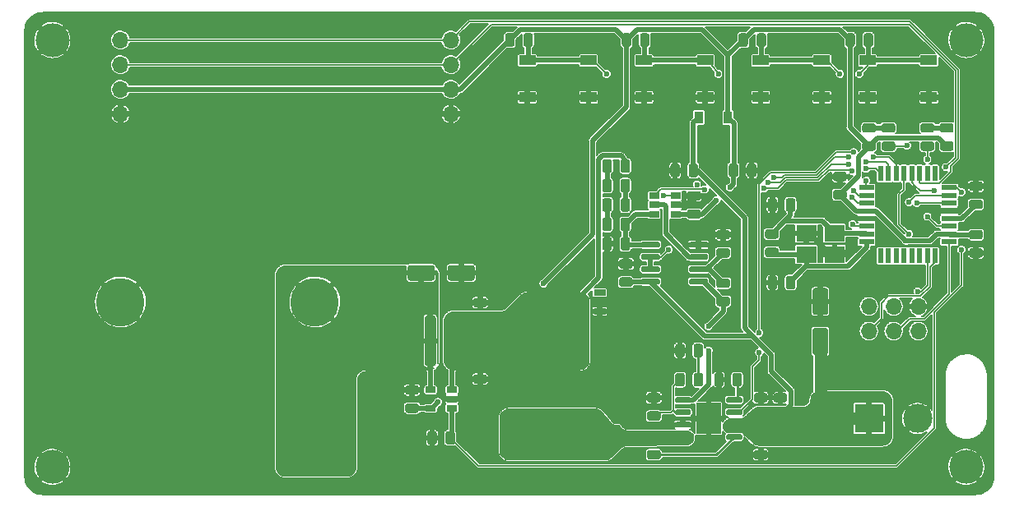
<source format=gbr>
%TF.GenerationSoftware,KiCad,Pcbnew,(5.99.0-2619-gb519867d9)*%
%TF.CreationDate,2020-08-09T22:36:05+05:30*%
%TF.ProjectId,Power_Supply,506f7765-725f-4537-9570-706c792e6b69,rev?*%
%TF.SameCoordinates,Original*%
%TF.FileFunction,Copper,L1,Top*%
%TF.FilePolarity,Positive*%
%FSLAX46Y46*%
G04 Gerber Fmt 4.6, Leading zero omitted, Abs format (unit mm)*
G04 Created by KiCad (PCBNEW (5.99.0-2619-gb519867d9)) date 2020-08-09 22:36:05*
%MOMM*%
%LPD*%
G01*
G04 APERTURE LIST*
%TA.AperFunction,SMDPad,CuDef*%
%ADD10R,2.514000X3.200000*%
%TD*%
%TA.AperFunction,SMDPad,CuDef*%
%ADD11R,1.600000X0.550000*%
%TD*%
%TA.AperFunction,SMDPad,CuDef*%
%ADD12R,0.550000X1.600000*%
%TD*%
%TA.AperFunction,ComponentPad*%
%ADD13C,3.500000*%
%TD*%
%TA.AperFunction,ComponentPad*%
%ADD14R,3.000000X3.000000*%
%TD*%
%TA.AperFunction,ComponentPad*%
%ADD15C,3.000000*%
%TD*%
%TA.AperFunction,SMDPad,CuDef*%
%ADD16R,2.100000X1.725000*%
%TD*%
%TA.AperFunction,SMDPad,CuDef*%
%ADD17R,1.700000X1.000000*%
%TD*%
%TA.AperFunction,ComponentPad*%
%ADD18C,5.000000*%
%TD*%
%TA.AperFunction,SMDPad,CuDef*%
%ADD19R,5.400000X2.900000*%
%TD*%
%TA.AperFunction,ComponentPad*%
%ADD20O,1.700000X1.700000*%
%TD*%
%TA.AperFunction,SMDPad,CuDef*%
%ADD21R,1.060000X0.650000*%
%TD*%
%TA.AperFunction,SMDPad,CuDef*%
%ADD22R,0.900000X1.300000*%
%TD*%
%TA.AperFunction,SMDPad,CuDef*%
%ADD23R,1.220000X0.650000*%
%TD*%
%TA.AperFunction,ViaPad*%
%ADD24C,0.600000*%
%TD*%
%TA.AperFunction,ViaPad*%
%ADD25C,1.000000*%
%TD*%
%TA.AperFunction,Conductor*%
%ADD26C,0.508000*%
%TD*%
%TA.AperFunction,Conductor*%
%ADD27C,0.127000*%
%TD*%
%TA.AperFunction,Conductor*%
%ADD28C,0.250000*%
%TD*%
%TA.AperFunction,Conductor*%
%ADD29C,1.270000*%
%TD*%
G04 APERTURE END LIST*
D10*
%TO.P,U3,9,GND*%
%TO.N,GND*%
X82500000Y-54000000D03*
%TO.P,U3,8,PH*%
%TO.N,Net-(C6-Pad2)*%
%TA.AperFunction,SMDPad,CuDef*%
G36*
G01*
X80675000Y-55755000D02*
X80675000Y-56055000D01*
G75*
G02*
X80525000Y-56205000I-150000J0D01*
G01*
X79200000Y-56205000D01*
G75*
G02*
X79050000Y-56055000I0J150000D01*
G01*
X79050000Y-55755000D01*
G75*
G02*
X79200000Y-55605000I150000J0D01*
G01*
X80525000Y-55605000D01*
G75*
G02*
X80675000Y-55755000I0J-150000D01*
G01*
G37*
%TD.AperFunction*%
%TO.P,U3,7,GND*%
%TO.N,GND*%
%TA.AperFunction,SMDPad,CuDef*%
G36*
G01*
X80675000Y-54485000D02*
X80675000Y-54785000D01*
G75*
G02*
X80525000Y-54935000I-150000J0D01*
G01*
X79200000Y-54935000D01*
G75*
G02*
X79050000Y-54785000I0J150000D01*
G01*
X79050000Y-54485000D01*
G75*
G02*
X79200000Y-54335000I150000J0D01*
G01*
X80525000Y-54335000D01*
G75*
G02*
X80675000Y-54485000I0J-150000D01*
G01*
G37*
%TD.AperFunction*%
%TO.P,U3,6,COMP*%
%TO.N,Net-(C13-Pad2)*%
%TA.AperFunction,SMDPad,CuDef*%
G36*
G01*
X80675000Y-53215000D02*
X80675000Y-53515000D01*
G75*
G02*
X80525000Y-53665000I-150000J0D01*
G01*
X79200000Y-53665000D01*
G75*
G02*
X79050000Y-53515000I0J150000D01*
G01*
X79050000Y-53215000D01*
G75*
G02*
X79200000Y-53065000I150000J0D01*
G01*
X80525000Y-53065000D01*
G75*
G02*
X80675000Y-53215000I0J-150000D01*
G01*
G37*
%TD.AperFunction*%
%TO.P,U3,5,FB*%
%TO.N,/V_FB*%
%TA.AperFunction,SMDPad,CuDef*%
G36*
G01*
X80675000Y-51945000D02*
X80675000Y-52245000D01*
G75*
G02*
X80525000Y-52395000I-150000J0D01*
G01*
X79200000Y-52395000D01*
G75*
G02*
X79050000Y-52245000I0J150000D01*
G01*
X79050000Y-51945000D01*
G75*
G02*
X79200000Y-51795000I150000J0D01*
G01*
X80525000Y-51795000D01*
G75*
G02*
X80675000Y-51945000I0J-150000D01*
G01*
G37*
%TD.AperFunction*%
%TO.P,U3,4,SS*%
%TO.N,Net-(C8-Pad2)*%
%TA.AperFunction,SMDPad,CuDef*%
G36*
G01*
X85950000Y-51945000D02*
X85950000Y-52245000D01*
G75*
G02*
X85800000Y-52395000I-150000J0D01*
G01*
X84475000Y-52395000D01*
G75*
G02*
X84325000Y-52245000I0J150000D01*
G01*
X84325000Y-51945000D01*
G75*
G02*
X84475000Y-51795000I150000J0D01*
G01*
X85800000Y-51795000D01*
G75*
G02*
X85950000Y-51945000I0J-150000D01*
G01*
G37*
%TD.AperFunction*%
%TO.P,U3,3,EN*%
%TO.N,/REG_EN*%
%TA.AperFunction,SMDPad,CuDef*%
G36*
G01*
X85950000Y-53215000D02*
X85950000Y-53515000D01*
G75*
G02*
X85800000Y-53665000I-150000J0D01*
G01*
X84475000Y-53665000D01*
G75*
G02*
X84325000Y-53515000I0J150000D01*
G01*
X84325000Y-53215000D01*
G75*
G02*
X84475000Y-53065000I150000J0D01*
G01*
X85800000Y-53065000D01*
G75*
G02*
X85950000Y-53215000I0J-150000D01*
G01*
G37*
%TD.AperFunction*%
%TO.P,U3,2,VIN*%
%TO.N,+VSW*%
%TA.AperFunction,SMDPad,CuDef*%
G36*
G01*
X85950000Y-54485000D02*
X85950000Y-54785000D01*
G75*
G02*
X85800000Y-54935000I-150000J0D01*
G01*
X84475000Y-54935000D01*
G75*
G02*
X84325000Y-54785000I0J150000D01*
G01*
X84325000Y-54485000D01*
G75*
G02*
X84475000Y-54335000I150000J0D01*
G01*
X85800000Y-54335000D01*
G75*
G02*
X85950000Y-54485000I0J-150000D01*
G01*
G37*
%TD.AperFunction*%
%TO.P,U3,1,BOOT*%
%TO.N,Net-(C6-Pad1)*%
%TA.AperFunction,SMDPad,CuDef*%
G36*
G01*
X85950000Y-55755000D02*
X85950000Y-56055000D01*
G75*
G02*
X85800000Y-56205000I-150000J0D01*
G01*
X84475000Y-56205000D01*
G75*
G02*
X84325000Y-56055000I0J150000D01*
G01*
X84325000Y-55755000D01*
G75*
G02*
X84475000Y-55605000I150000J0D01*
G01*
X85800000Y-55605000D01*
G75*
G02*
X85950000Y-55755000I0J-150000D01*
G01*
G37*
%TD.AperFunction*%
%TD*%
D11*
%TO.P,U2,1,PD3*%
%TO.N,/SW3*%
X98750000Y-30200000D03*
%TO.P,U2,2,PD4*%
%TO.N,/SW2*%
X98750000Y-31000000D03*
%TO.P,U2,3,PE0*%
%TO.N,/SW1*%
X98750000Y-31800000D03*
%TO.P,U2,4,VCC*%
%TO.N,+5V*%
X98750000Y-32600000D03*
%TO.P,U2,5,GND*%
%TO.N,GND*%
X98750000Y-33400000D03*
%TO.P,U2,6,PE1*%
%TO.N,/SW4*%
X98750000Y-34200000D03*
%TO.P,U2,7,XTAL1/PB6*%
%TO.N,Net-(C17-Pad2)*%
X98750000Y-35000000D03*
%TO.P,U2,8,XTAL2/PB7*%
%TO.N,Net-(C15-Pad2)*%
X98750000Y-35800000D03*
D12*
%TO.P,U2,9,PD5*%
%TO.N,Net-(U2-Pad9)*%
X100200000Y-37250000D03*
%TO.P,U2,10,PD6*%
%TO.N,Net-(U2-Pad10)*%
X101000000Y-37250000D03*
%TO.P,U2,11,PD7*%
%TO.N,Net-(U2-Pad11)*%
X101800000Y-37250000D03*
%TO.P,U2,12,PB0*%
%TO.N,Net-(U2-Pad12)*%
X102600000Y-37250000D03*
%TO.P,U2,13,PB1*%
%TO.N,Net-(U2-Pad13)*%
X103400000Y-37250000D03*
%TO.P,U2,14,PB2*%
%TO.N,/~SS*%
X104200000Y-37250000D03*
%TO.P,U2,15,PB3*%
%TO.N,/MOSI*%
X105000000Y-37250000D03*
%TO.P,U2,16,PB4*%
%TO.N,/MISO*%
X105800000Y-37250000D03*
D11*
%TO.P,U2,17,PB5*%
%TO.N,/SCK*%
X107250000Y-35800000D03*
%TO.P,U2,18,AVCC*%
%TO.N,+5V*%
X107250000Y-35000000D03*
%TO.P,U2,19,PE2*%
%TO.N,Net-(D2-Pad1)*%
X107250000Y-34200000D03*
%TO.P,U2,20,AREF*%
%TO.N,Net-(C2-Pad2)*%
X107250000Y-33400000D03*
%TO.P,U2,21,GND*%
%TO.N,GND*%
X107250000Y-32600000D03*
%TO.P,U2,22,PE3*%
%TO.N,Net-(D1-Pad1)*%
X107250000Y-31800000D03*
%TO.P,U2,23,PC0*%
%TO.N,/V_SENSE*%
X107250000Y-31000000D03*
%TO.P,U2,24,PC1*%
%TO.N,/I_SENSE*%
X107250000Y-30200000D03*
D12*
%TO.P,U2,25,PC2*%
%TO.N,Net-(U2-Pad25)*%
X105800000Y-28750000D03*
%TO.P,U2,26,PC3*%
%TO.N,Net-(U2-Pad26)*%
X105000000Y-28750000D03*
%TO.P,U2,27,PC4*%
%TO.N,/SDA0*%
X104200000Y-28750000D03*
%TO.P,U2,28,PC5*%
%TO.N,/SCL0*%
X103400000Y-28750000D03*
%TO.P,U2,29,~RESET~/PC6*%
%TO.N,/RST*%
X102600000Y-28750000D03*
%TO.P,U2,30,PD0*%
%TO.N,/REG_EN*%
X101800000Y-28750000D03*
%TO.P,U2,31,PD1*%
%TO.N,/POT_U~D*%
X101000000Y-28750000D03*
%TO.P,U2,32,PD2*%
%TO.N,/~POT_CS*%
X100200000Y-28750000D03*
%TD*%
D13*
%TO.P,H3,1,1*%
%TO.N,GND*%
X109000000Y-59000000D03*
%TD*%
%TO.P,H2,1,1*%
%TO.N,GND*%
X109000000Y-15000000D03*
%TD*%
%TO.P,R20,1*%
%TO.N,GND*%
%TA.AperFunction,SMDPad,CuDef*%
G36*
G01*
X83543750Y-34575000D02*
X84456250Y-34575000D01*
G75*
G02*
X84700000Y-34818750I0J-243750D01*
G01*
X84700000Y-35306250D01*
G75*
G02*
X84456250Y-35550000I-243750J0D01*
G01*
X83543750Y-35550000D01*
G75*
G02*
X83300000Y-35306250I0J243750D01*
G01*
X83300000Y-34818750D01*
G75*
G02*
X83543750Y-34575000I243750J0D01*
G01*
G37*
%TD.AperFunction*%
%TO.P,R20,2*%
%TO.N,Net-(R19-Pad2)*%
%TA.AperFunction,SMDPad,CuDef*%
G36*
G01*
X83543750Y-36450000D02*
X84456250Y-36450000D01*
G75*
G02*
X84700000Y-36693750I0J-243750D01*
G01*
X84700000Y-37181250D01*
G75*
G02*
X84456250Y-37425000I-243750J0D01*
G01*
X83543750Y-37425000D01*
G75*
G02*
X83300000Y-37181250I0J243750D01*
G01*
X83300000Y-36693750D01*
G75*
G02*
X83543750Y-36450000I243750J0D01*
G01*
G37*
%TD.AperFunction*%
%TD*%
%TO.P,C3,1*%
%TO.N,GND*%
%TA.AperFunction,SMDPad,CuDef*%
G36*
G01*
X78575000Y-28893750D02*
X78575000Y-27981250D01*
G75*
G02*
X78818750Y-27737500I243750J0D01*
G01*
X79306250Y-27737500D01*
G75*
G02*
X79550000Y-27981250I0J-243750D01*
G01*
X79550000Y-28893750D01*
G75*
G02*
X79306250Y-29137500I-243750J0D01*
G01*
X78818750Y-29137500D01*
G75*
G02*
X78575000Y-28893750I0J243750D01*
G01*
G37*
%TD.AperFunction*%
%TO.P,C3,2*%
%TO.N,+VSW*%
%TA.AperFunction,SMDPad,CuDef*%
G36*
G01*
X80450000Y-28893750D02*
X80450000Y-27981250D01*
G75*
G02*
X80693750Y-27737500I243750J0D01*
G01*
X81181250Y-27737500D01*
G75*
G02*
X81425000Y-27981250I0J-243750D01*
G01*
X81425000Y-28893750D01*
G75*
G02*
X81181250Y-29137500I-243750J0D01*
G01*
X80693750Y-29137500D01*
G75*
G02*
X80450000Y-28893750I0J243750D01*
G01*
G37*
%TD.AperFunction*%
%TD*%
%TO.P,C8,1*%
%TO.N,GND*%
%TA.AperFunction,SMDPad,CuDef*%
G36*
G01*
X83075000Y-50456250D02*
X83075000Y-49543750D01*
G75*
G02*
X83318750Y-49300000I243750J0D01*
G01*
X83806250Y-49300000D01*
G75*
G02*
X84050000Y-49543750I0J-243750D01*
G01*
X84050000Y-50456250D01*
G75*
G02*
X83806250Y-50700000I-243750J0D01*
G01*
X83318750Y-50700000D01*
G75*
G02*
X83075000Y-50456250I0J243750D01*
G01*
G37*
%TD.AperFunction*%
%TO.P,C8,2*%
%TO.N,Net-(C8-Pad2)*%
%TA.AperFunction,SMDPad,CuDef*%
G36*
G01*
X84950000Y-50456250D02*
X84950000Y-49543750D01*
G75*
G02*
X85193750Y-49300000I243750J0D01*
G01*
X85681250Y-49300000D01*
G75*
G02*
X85925000Y-49543750I0J-243750D01*
G01*
X85925000Y-50456250D01*
G75*
G02*
X85681250Y-50700000I-243750J0D01*
G01*
X85193750Y-50700000D01*
G75*
G02*
X84950000Y-50456250I0J243750D01*
G01*
G37*
%TD.AperFunction*%
%TD*%
%TO.P,C2,1*%
%TO.N,GND*%
%TA.AperFunction,SMDPad,CuDef*%
G36*
G01*
X109543750Y-29575000D02*
X110456250Y-29575000D01*
G75*
G02*
X110700000Y-29818750I0J-243750D01*
G01*
X110700000Y-30306250D01*
G75*
G02*
X110456250Y-30550000I-243750J0D01*
G01*
X109543750Y-30550000D01*
G75*
G02*
X109300000Y-30306250I0J243750D01*
G01*
X109300000Y-29818750D01*
G75*
G02*
X109543750Y-29575000I243750J0D01*
G01*
G37*
%TD.AperFunction*%
%TO.P,C2,2*%
%TO.N,Net-(C2-Pad2)*%
%TA.AperFunction,SMDPad,CuDef*%
G36*
G01*
X109543750Y-31450000D02*
X110456250Y-31450000D01*
G75*
G02*
X110700000Y-31693750I0J-243750D01*
G01*
X110700000Y-32181250D01*
G75*
G02*
X110456250Y-32425000I-243750J0D01*
G01*
X109543750Y-32425000D01*
G75*
G02*
X109300000Y-32181250I0J243750D01*
G01*
X109300000Y-31693750D01*
G75*
G02*
X109543750Y-31450000I243750J0D01*
G01*
G37*
%TD.AperFunction*%
%TD*%
%TO.P,C6,1*%
%TO.N,Net-(C6-Pad1)*%
%TA.AperFunction,SMDPad,CuDef*%
G36*
G01*
X77326250Y-58225000D02*
X76413750Y-58225000D01*
G75*
G02*
X76170000Y-57981250I0J243750D01*
G01*
X76170000Y-57493750D01*
G75*
G02*
X76413750Y-57250000I243750J0D01*
G01*
X77326250Y-57250000D01*
G75*
G02*
X77570000Y-57493750I0J-243750D01*
G01*
X77570000Y-57981250D01*
G75*
G02*
X77326250Y-58225000I-243750J0D01*
G01*
G37*
%TD.AperFunction*%
%TO.P,C6,2*%
%TO.N,Net-(C6-Pad2)*%
%TA.AperFunction,SMDPad,CuDef*%
G36*
G01*
X77326250Y-56350000D02*
X76413750Y-56350000D01*
G75*
G02*
X76170000Y-56106250I0J243750D01*
G01*
X76170000Y-55618750D01*
G75*
G02*
X76413750Y-55375000I243750J0D01*
G01*
X77326250Y-55375000D01*
G75*
G02*
X77570000Y-55618750I0J-243750D01*
G01*
X77570000Y-56106250D01*
G75*
G02*
X77326250Y-56350000I-243750J0D01*
G01*
G37*
%TD.AperFunction*%
%TD*%
D14*
%TO.P,J4,1,Pin_1*%
%TO.N,+VSW*%
X99000000Y-54000000D03*
D15*
%TO.P,J4,2,Pin_2*%
%TO.N,GND*%
X104000000Y-54000000D03*
%TD*%
%TO.P,R16,1*%
%TO.N,Net-(R16-Pad1)*%
%TA.AperFunction,SMDPad,CuDef*%
G36*
G01*
X74425000Y-33543750D02*
X74425000Y-34456250D01*
G75*
G02*
X74181250Y-34700000I-243750J0D01*
G01*
X73693750Y-34700000D01*
G75*
G02*
X73450000Y-34456250I0J243750D01*
G01*
X73450000Y-33543750D01*
G75*
G02*
X73693750Y-33300000I243750J0D01*
G01*
X74181250Y-33300000D01*
G75*
G02*
X74425000Y-33543750I0J-243750D01*
G01*
G37*
%TD.AperFunction*%
%TO.P,R16,2*%
%TO.N,Net-(R15-Pad1)*%
%TA.AperFunction,SMDPad,CuDef*%
G36*
G01*
X72550000Y-33543750D02*
X72550000Y-34456250D01*
G75*
G02*
X72306250Y-34700000I-243750J0D01*
G01*
X71818750Y-34700000D01*
G75*
G02*
X71575000Y-34456250I0J243750D01*
G01*
X71575000Y-33543750D01*
G75*
G02*
X71818750Y-33300000I243750J0D01*
G01*
X72306250Y-33300000D01*
G75*
G02*
X72550000Y-33543750I0J-243750D01*
G01*
G37*
%TD.AperFunction*%
%TD*%
%TO.P,C18,1*%
%TO.N,GND*%
%TA.AperFunction,SMDPad,CuDef*%
G36*
G01*
X59456250Y-50425000D02*
X58543750Y-50425000D01*
G75*
G02*
X58300000Y-50181250I0J243750D01*
G01*
X58300000Y-49693750D01*
G75*
G02*
X58543750Y-49450000I243750J0D01*
G01*
X59456250Y-49450000D01*
G75*
G02*
X59700000Y-49693750I0J-243750D01*
G01*
X59700000Y-50181250D01*
G75*
G02*
X59456250Y-50425000I-243750J0D01*
G01*
G37*
%TD.AperFunction*%
%TO.P,C18,2*%
%TO.N,Net-(C16-Pad2)*%
%TA.AperFunction,SMDPad,CuDef*%
G36*
G01*
X59456250Y-48550000D02*
X58543750Y-48550000D01*
G75*
G02*
X58300000Y-48306250I0J243750D01*
G01*
X58300000Y-47818750D01*
G75*
G02*
X58543750Y-47575000I243750J0D01*
G01*
X59456250Y-47575000D01*
G75*
G02*
X59700000Y-47818750I0J-243750D01*
G01*
X59700000Y-48306250D01*
G75*
G02*
X59456250Y-48550000I-243750J0D01*
G01*
G37*
%TD.AperFunction*%
%TD*%
D16*
%TO.P,Y1,1,1*%
%TO.N,Net-(C15-Pad2)*%
X92550000Y-37087500D03*
%TO.P,Y1,2,2*%
%TO.N,GND*%
X95450000Y-37087500D03*
%TO.P,Y1,3,3*%
%TO.N,Net-(C17-Pad2)*%
X95450000Y-34912500D03*
%TO.P,Y1,4,4*%
%TO.N,GND*%
X92550000Y-34912500D03*
%TD*%
%TO.P,U4,1*%
%TO.N,/V_FB*%
%TA.AperFunction,SMDPad,CuDef*%
G36*
G01*
X82450000Y-39755000D02*
X82450000Y-40055000D01*
G75*
G02*
X82300000Y-40205000I-150000J0D01*
G01*
X80650000Y-40205000D01*
G75*
G02*
X80500000Y-40055000I0J150000D01*
G01*
X80500000Y-39755000D01*
G75*
G02*
X80650000Y-39605000I150000J0D01*
G01*
X82300000Y-39605000D01*
G75*
G02*
X82450000Y-39755000I0J-150000D01*
G01*
G37*
%TD.AperFunction*%
%TO.P,U4,2,-*%
%TO.N,Net-(R19-Pad2)*%
%TA.AperFunction,SMDPad,CuDef*%
G36*
G01*
X82450000Y-38485000D02*
X82450000Y-38785000D01*
G75*
G02*
X82300000Y-38935000I-150000J0D01*
G01*
X80650000Y-38935000D01*
G75*
G02*
X80500000Y-38785000I0J150000D01*
G01*
X80500000Y-38485000D01*
G75*
G02*
X80650000Y-38335000I150000J0D01*
G01*
X82300000Y-38335000D01*
G75*
G02*
X82450000Y-38485000I0J-150000D01*
G01*
G37*
%TD.AperFunction*%
%TO.P,U4,3,+*%
%TO.N,Net-(U4-Pad3)*%
%TA.AperFunction,SMDPad,CuDef*%
G36*
G01*
X82450000Y-37215000D02*
X82450000Y-37515000D01*
G75*
G02*
X82300000Y-37665000I-150000J0D01*
G01*
X80650000Y-37665000D01*
G75*
G02*
X80500000Y-37515000I0J150000D01*
G01*
X80500000Y-37215000D01*
G75*
G02*
X80650000Y-37065000I150000J0D01*
G01*
X82300000Y-37065000D01*
G75*
G02*
X82450000Y-37215000I0J-150000D01*
G01*
G37*
%TD.AperFunction*%
%TO.P,U4,4,V-*%
%TO.N,GND*%
%TA.AperFunction,SMDPad,CuDef*%
G36*
G01*
X82450000Y-35945000D02*
X82450000Y-36245000D01*
G75*
G02*
X82300000Y-36395000I-150000J0D01*
G01*
X80650000Y-36395000D01*
G75*
G02*
X80500000Y-36245000I0J150000D01*
G01*
X80500000Y-35945000D01*
G75*
G02*
X80650000Y-35795000I150000J0D01*
G01*
X82300000Y-35795000D01*
G75*
G02*
X82450000Y-35945000I0J-150000D01*
G01*
G37*
%TD.AperFunction*%
%TO.P,U4,5,+*%
%TO.N,Net-(R16-Pad1)*%
%TA.AperFunction,SMDPad,CuDef*%
G36*
G01*
X77500000Y-35945000D02*
X77500000Y-36245000D01*
G75*
G02*
X77350000Y-36395000I-150000J0D01*
G01*
X75700000Y-36395000D01*
G75*
G02*
X75550000Y-36245000I0J150000D01*
G01*
X75550000Y-35945000D01*
G75*
G02*
X75700000Y-35795000I150000J0D01*
G01*
X77350000Y-35795000D01*
G75*
G02*
X77500000Y-35945000I0J-150000D01*
G01*
G37*
%TD.AperFunction*%
%TO.P,U4,6,-*%
%TO.N,/V_SENSE*%
%TA.AperFunction,SMDPad,CuDef*%
G36*
G01*
X77500000Y-37215000D02*
X77500000Y-37515000D01*
G75*
G02*
X77350000Y-37665000I-150000J0D01*
G01*
X75700000Y-37665000D01*
G75*
G02*
X75550000Y-37515000I0J150000D01*
G01*
X75550000Y-37215000D01*
G75*
G02*
X75700000Y-37065000I150000J0D01*
G01*
X77350000Y-37065000D01*
G75*
G02*
X77500000Y-37215000I0J-150000D01*
G01*
G37*
%TD.AperFunction*%
%TO.P,U4,7*%
%TA.AperFunction,SMDPad,CuDef*%
G36*
G01*
X77500000Y-38485000D02*
X77500000Y-38785000D01*
G75*
G02*
X77350000Y-38935000I-150000J0D01*
G01*
X75700000Y-38935000D01*
G75*
G02*
X75550000Y-38785000I0J150000D01*
G01*
X75550000Y-38485000D01*
G75*
G02*
X75700000Y-38335000I150000J0D01*
G01*
X77350000Y-38335000D01*
G75*
G02*
X77500000Y-38485000I0J-150000D01*
G01*
G37*
%TD.AperFunction*%
%TO.P,U4,8,V+*%
%TO.N,+VSW*%
%TA.AperFunction,SMDPad,CuDef*%
G36*
G01*
X77500000Y-39755000D02*
X77500000Y-40055000D01*
G75*
G02*
X77350000Y-40205000I-150000J0D01*
G01*
X75700000Y-40205000D01*
G75*
G02*
X75550000Y-40055000I0J150000D01*
G01*
X75550000Y-39755000D01*
G75*
G02*
X75700000Y-39605000I150000J0D01*
G01*
X77350000Y-39605000D01*
G75*
G02*
X77500000Y-39755000I0J-150000D01*
G01*
G37*
%TD.AperFunction*%
%TD*%
%TO.P,C15,1*%
%TO.N,GND*%
%TA.AperFunction,SMDPad,CuDef*%
G36*
G01*
X88575000Y-40456250D02*
X88575000Y-39543750D01*
G75*
G02*
X88818750Y-39300000I243750J0D01*
G01*
X89306250Y-39300000D01*
G75*
G02*
X89550000Y-39543750I0J-243750D01*
G01*
X89550000Y-40456250D01*
G75*
G02*
X89306250Y-40700000I-243750J0D01*
G01*
X88818750Y-40700000D01*
G75*
G02*
X88575000Y-40456250I0J243750D01*
G01*
G37*
%TD.AperFunction*%
%TO.P,C15,2*%
%TO.N,Net-(C15-Pad2)*%
%TA.AperFunction,SMDPad,CuDef*%
G36*
G01*
X90450000Y-40456250D02*
X90450000Y-39543750D01*
G75*
G02*
X90693750Y-39300000I243750J0D01*
G01*
X91181250Y-39300000D01*
G75*
G02*
X91425000Y-39543750I0J-243750D01*
G01*
X91425000Y-40456250D01*
G75*
G02*
X91181250Y-40700000I-243750J0D01*
G01*
X90693750Y-40700000D01*
G75*
G02*
X90450000Y-40456250I0J243750D01*
G01*
G37*
%TD.AperFunction*%
%TD*%
%TO.P,C10,1*%
%TO.N,GND*%
%TA.AperFunction,SMDPad,CuDef*%
G36*
G01*
X110456250Y-37425000D02*
X109543750Y-37425000D01*
G75*
G02*
X109300000Y-37181250I0J243750D01*
G01*
X109300000Y-36693750D01*
G75*
G02*
X109543750Y-36450000I243750J0D01*
G01*
X110456250Y-36450000D01*
G75*
G02*
X110700000Y-36693750I0J-243750D01*
G01*
X110700000Y-37181250D01*
G75*
G02*
X110456250Y-37425000I-243750J0D01*
G01*
G37*
%TD.AperFunction*%
%TO.P,C10,2*%
%TO.N,+5V*%
%TA.AperFunction,SMDPad,CuDef*%
G36*
G01*
X110456250Y-35550000D02*
X109543750Y-35550000D01*
G75*
G02*
X109300000Y-35306250I0J243750D01*
G01*
X109300000Y-34818750D01*
G75*
G02*
X109543750Y-34575000I243750J0D01*
G01*
X110456250Y-34575000D01*
G75*
G02*
X110700000Y-34818750I0J-243750D01*
G01*
X110700000Y-35306250D01*
G75*
G02*
X110456250Y-35550000I-243750J0D01*
G01*
G37*
%TD.AperFunction*%
%TD*%
%TO.P,C4,1*%
%TO.N,GND*%
%TA.AperFunction,SMDPad,CuDef*%
G36*
G01*
X88326250Y-58225000D02*
X87413750Y-58225000D01*
G75*
G02*
X87170000Y-57981250I0J243750D01*
G01*
X87170000Y-57493750D01*
G75*
G02*
X87413750Y-57250000I243750J0D01*
G01*
X88326250Y-57250000D01*
G75*
G02*
X88570000Y-57493750I0J-243750D01*
G01*
X88570000Y-57981250D01*
G75*
G02*
X88326250Y-58225000I-243750J0D01*
G01*
G37*
%TD.AperFunction*%
%TO.P,C4,2*%
%TO.N,+VSW*%
%TA.AperFunction,SMDPad,CuDef*%
G36*
G01*
X88326250Y-56350000D02*
X87413750Y-56350000D01*
G75*
G02*
X87170000Y-56106250I0J243750D01*
G01*
X87170000Y-55618750D01*
G75*
G02*
X87413750Y-55375000I243750J0D01*
G01*
X88326250Y-55375000D01*
G75*
G02*
X88570000Y-55618750I0J-243750D01*
G01*
X88570000Y-56106250D01*
G75*
G02*
X88326250Y-56350000I-243750J0D01*
G01*
G37*
%TD.AperFunction*%
%TD*%
D17*
%TO.P,SW2,1,1*%
%TO.N,/SW2*%
X87850000Y-17100000D03*
X94150000Y-17100000D03*
%TO.P,SW2,2,2*%
%TO.N,GND*%
X94150000Y-20900000D03*
X87850000Y-20900000D03*
%TD*%
%TO.P,R13,1*%
%TO.N,VDC*%
%TA.AperFunction,SMDPad,CuDef*%
G36*
G01*
X53300000Y-48350000D02*
X53300000Y-43650000D01*
G75*
G02*
X53550000Y-43400000I250000J0D01*
G01*
X54200000Y-43400000D01*
G75*
G02*
X54450000Y-43650000I0J-250000D01*
G01*
X54450000Y-48350000D01*
G75*
G02*
X54200000Y-48600000I-250000J0D01*
G01*
X53550000Y-48600000D01*
G75*
G02*
X53300000Y-48350000I0J250000D01*
G01*
G37*
%TD.AperFunction*%
%TO.P,R13,2*%
%TO.N,Net-(C16-Pad2)*%
%TA.AperFunction,SMDPad,CuDef*%
G36*
G01*
X55550000Y-48350000D02*
X55550000Y-43650000D01*
G75*
G02*
X55800000Y-43400000I250000J0D01*
G01*
X56450000Y-43400000D01*
G75*
G02*
X56700000Y-43650000I0J-250000D01*
G01*
X56700000Y-48350000D01*
G75*
G02*
X56450000Y-48600000I-250000J0D01*
G01*
X55800000Y-48600000D01*
G75*
G02*
X55550000Y-48350000I0J250000D01*
G01*
G37*
%TD.AperFunction*%
%TD*%
%TO.P,R10,1*%
%TO.N,+5V*%
%TA.AperFunction,SMDPad,CuDef*%
G36*
G01*
X61575000Y-15456250D02*
X61575000Y-14543750D01*
G75*
G02*
X61818750Y-14300000I243750J0D01*
G01*
X62306250Y-14300000D01*
G75*
G02*
X62550000Y-14543750I0J-243750D01*
G01*
X62550000Y-15456250D01*
G75*
G02*
X62306250Y-15700000I-243750J0D01*
G01*
X61818750Y-15700000D01*
G75*
G02*
X61575000Y-15456250I0J243750D01*
G01*
G37*
%TD.AperFunction*%
%TO.P,R10,2*%
%TO.N,/SW4*%
%TA.AperFunction,SMDPad,CuDef*%
G36*
G01*
X63450000Y-15456250D02*
X63450000Y-14543750D01*
G75*
G02*
X63693750Y-14300000I243750J0D01*
G01*
X64181250Y-14300000D01*
G75*
G02*
X64425000Y-14543750I0J-243750D01*
G01*
X64425000Y-15456250D01*
G75*
G02*
X64181250Y-15700000I-243750J0D01*
G01*
X63693750Y-15700000D01*
G75*
G02*
X63450000Y-15456250I0J243750D01*
G01*
G37*
%TD.AperFunction*%
%TD*%
%TO.P,C14,1*%
%TO.N,GND*%
%TA.AperFunction,SMDPad,CuDef*%
G36*
G01*
X76413750Y-51375000D02*
X77326250Y-51375000D01*
G75*
G02*
X77570000Y-51618750I0J-243750D01*
G01*
X77570000Y-52106250D01*
G75*
G02*
X77326250Y-52350000I-243750J0D01*
G01*
X76413750Y-52350000D01*
G75*
G02*
X76170000Y-52106250I0J243750D01*
G01*
X76170000Y-51618750D01*
G75*
G02*
X76413750Y-51375000I243750J0D01*
G01*
G37*
%TD.AperFunction*%
%TO.P,C14,2*%
%TO.N,Net-(C13-Pad2)*%
%TA.AperFunction,SMDPad,CuDef*%
G36*
G01*
X76413750Y-53250000D02*
X77326250Y-53250000D01*
G75*
G02*
X77570000Y-53493750I0J-243750D01*
G01*
X77570000Y-53981250D01*
G75*
G02*
X77326250Y-54225000I-243750J0D01*
G01*
X76413750Y-54225000D01*
G75*
G02*
X76170000Y-53981250I0J243750D01*
G01*
X76170000Y-53493750D01*
G75*
G02*
X76413750Y-53250000I243750J0D01*
G01*
G37*
%TD.AperFunction*%
%TD*%
%TO.P,C1,1*%
%TO.N,GND*%
%TA.AperFunction,SMDPad,CuDef*%
G36*
G01*
X87413750Y-51375000D02*
X88326250Y-51375000D01*
G75*
G02*
X88570000Y-51618750I0J-243750D01*
G01*
X88570000Y-52106250D01*
G75*
G02*
X88326250Y-52350000I-243750J0D01*
G01*
X87413750Y-52350000D01*
G75*
G02*
X87170000Y-52106250I0J243750D01*
G01*
X87170000Y-51618750D01*
G75*
G02*
X87413750Y-51375000I243750J0D01*
G01*
G37*
%TD.AperFunction*%
%TO.P,C1,2*%
%TO.N,+VSW*%
%TA.AperFunction,SMDPad,CuDef*%
G36*
G01*
X87413750Y-53250000D02*
X88326250Y-53250000D01*
G75*
G02*
X88570000Y-53493750I0J-243750D01*
G01*
X88570000Y-53981250D01*
G75*
G02*
X88326250Y-54225000I-243750J0D01*
G01*
X87413750Y-54225000D01*
G75*
G02*
X87170000Y-53981250I0J243750D01*
G01*
X87170000Y-53493750D01*
G75*
G02*
X87413750Y-53250000I243750J0D01*
G01*
G37*
%TD.AperFunction*%
%TD*%
%TO.P,R2,1*%
%TO.N,Net-(D2-Pad2)*%
%TA.AperFunction,SMDPad,CuDef*%
G36*
G01*
X106543750Y-23575000D02*
X107456250Y-23575000D01*
G75*
G02*
X107700000Y-23818750I0J-243750D01*
G01*
X107700000Y-24306250D01*
G75*
G02*
X107456250Y-24550000I-243750J0D01*
G01*
X106543750Y-24550000D01*
G75*
G02*
X106300000Y-24306250I0J243750D01*
G01*
X106300000Y-23818750D01*
G75*
G02*
X106543750Y-23575000I243750J0D01*
G01*
G37*
%TD.AperFunction*%
%TO.P,R2,2*%
%TO.N,+5V*%
%TA.AperFunction,SMDPad,CuDef*%
G36*
G01*
X106543750Y-25450000D02*
X107456250Y-25450000D01*
G75*
G02*
X107700000Y-25693750I0J-243750D01*
G01*
X107700000Y-26181250D01*
G75*
G02*
X107456250Y-26425000I-243750J0D01*
G01*
X106543750Y-26425000D01*
G75*
G02*
X106300000Y-26181250I0J243750D01*
G01*
X106300000Y-25693750D01*
G75*
G02*
X106543750Y-25450000I243750J0D01*
G01*
G37*
%TD.AperFunction*%
%TD*%
%TO.P,C20,1*%
%TO.N,+5V*%
%TA.AperFunction,SMDPad,CuDef*%
G36*
G01*
X52456250Y-53425000D02*
X51543750Y-53425000D01*
G75*
G02*
X51300000Y-53181250I0J243750D01*
G01*
X51300000Y-52693750D01*
G75*
G02*
X51543750Y-52450000I243750J0D01*
G01*
X52456250Y-52450000D01*
G75*
G02*
X52700000Y-52693750I0J-243750D01*
G01*
X52700000Y-53181250D01*
G75*
G02*
X52456250Y-53425000I-243750J0D01*
G01*
G37*
%TD.AperFunction*%
%TO.P,C20,2*%
%TO.N,GND*%
%TA.AperFunction,SMDPad,CuDef*%
G36*
G01*
X52456250Y-51550000D02*
X51543750Y-51550000D01*
G75*
G02*
X51300000Y-51306250I0J243750D01*
G01*
X51300000Y-50818750D01*
G75*
G02*
X51543750Y-50575000I243750J0D01*
G01*
X52456250Y-50575000D01*
G75*
G02*
X52700000Y-50818750I0J-243750D01*
G01*
X52700000Y-51306250D01*
G75*
G02*
X52456250Y-51550000I-243750J0D01*
G01*
G37*
%TD.AperFunction*%
%TD*%
%TO.P,R6,1*%
%TO.N,+5V*%
%TA.AperFunction,SMDPad,CuDef*%
G36*
G01*
X73575000Y-15456250D02*
X73575000Y-14543750D01*
G75*
G02*
X73818750Y-14300000I243750J0D01*
G01*
X74306250Y-14300000D01*
G75*
G02*
X74550000Y-14543750I0J-243750D01*
G01*
X74550000Y-15456250D01*
G75*
G02*
X74306250Y-15700000I-243750J0D01*
G01*
X73818750Y-15700000D01*
G75*
G02*
X73575000Y-15456250I0J243750D01*
G01*
G37*
%TD.AperFunction*%
%TO.P,R6,2*%
%TO.N,/SW1*%
%TA.AperFunction,SMDPad,CuDef*%
G36*
G01*
X75450000Y-15456250D02*
X75450000Y-14543750D01*
G75*
G02*
X75693750Y-14300000I243750J0D01*
G01*
X76181250Y-14300000D01*
G75*
G02*
X76425000Y-14543750I0J-243750D01*
G01*
X76425000Y-15456250D01*
G75*
G02*
X76181250Y-15700000I-243750J0D01*
G01*
X75693750Y-15700000D01*
G75*
G02*
X75450000Y-15456250I0J243750D01*
G01*
G37*
%TD.AperFunction*%
%TD*%
%TO.P,SW1,1,1*%
%TO.N,/SW1*%
X75850000Y-17100000D03*
X82150000Y-17100000D03*
%TO.P,SW1,2,2*%
%TO.N,GND*%
X75850000Y-20900000D03*
X82150000Y-20900000D03*
%TD*%
%TO.P,R18,1*%
%TO.N,GND*%
%TA.AperFunction,SMDPad,CuDef*%
G36*
G01*
X53575000Y-56456250D02*
X53575000Y-55543750D01*
G75*
G02*
X53818750Y-55300000I243750J0D01*
G01*
X54306250Y-55300000D01*
G75*
G02*
X54550000Y-55543750I0J-243750D01*
G01*
X54550000Y-56456250D01*
G75*
G02*
X54306250Y-56700000I-243750J0D01*
G01*
X53818750Y-56700000D01*
G75*
G02*
X53575000Y-56456250I0J243750D01*
G01*
G37*
%TD.AperFunction*%
%TO.P,R18,2*%
%TO.N,/I_SENSE*%
%TA.AperFunction,SMDPad,CuDef*%
G36*
G01*
X55450000Y-56456250D02*
X55450000Y-55543750D01*
G75*
G02*
X55693750Y-55300000I243750J0D01*
G01*
X56181250Y-55300000D01*
G75*
G02*
X56425000Y-55543750I0J-243750D01*
G01*
X56425000Y-56456250D01*
G75*
G02*
X56181250Y-56700000I-243750J0D01*
G01*
X55693750Y-56700000D01*
G75*
G02*
X55450000Y-56456250I0J243750D01*
G01*
G37*
%TD.AperFunction*%
%TD*%
%TO.P,C7,1*%
%TO.N,GND*%
%TA.AperFunction,SMDPad,CuDef*%
G36*
G01*
X58450000Y-38450000D02*
X58450000Y-39550000D01*
G75*
G02*
X58200000Y-39800000I-250000J0D01*
G01*
X55925000Y-39800000D01*
G75*
G02*
X55675000Y-39550000I0J250000D01*
G01*
X55675000Y-38450000D01*
G75*
G02*
X55925000Y-38200000I250000J0D01*
G01*
X58200000Y-38200000D01*
G75*
G02*
X58450000Y-38450000I0J-250000D01*
G01*
G37*
%TD.AperFunction*%
%TO.P,C7,2*%
%TO.N,VDC*%
%TA.AperFunction,SMDPad,CuDef*%
G36*
G01*
X54325000Y-38450000D02*
X54325000Y-39550000D01*
G75*
G02*
X54075000Y-39800000I-250000J0D01*
G01*
X51800000Y-39800000D01*
G75*
G02*
X51550000Y-39550000I0J250000D01*
G01*
X51550000Y-38450000D01*
G75*
G02*
X51800000Y-38200000I250000J0D01*
G01*
X54075000Y-38200000D01*
G75*
G02*
X54325000Y-38450000I0J-250000D01*
G01*
G37*
%TD.AperFunction*%
%TD*%
D18*
%TO.P,J3,1,Pin_1*%
%TO.N,GND*%
X22000000Y-42000000D03*
%TD*%
D13*
%TO.P,H4,1,1*%
%TO.N,GND*%
X15000000Y-59000000D03*
%TD*%
%TO.P,R8,1*%
%TO.N,+5V*%
%TA.AperFunction,SMDPad,CuDef*%
G36*
G01*
X85575000Y-15456250D02*
X85575000Y-14543750D01*
G75*
G02*
X85818750Y-14300000I243750J0D01*
G01*
X86306250Y-14300000D01*
G75*
G02*
X86550000Y-14543750I0J-243750D01*
G01*
X86550000Y-15456250D01*
G75*
G02*
X86306250Y-15700000I-243750J0D01*
G01*
X85818750Y-15700000D01*
G75*
G02*
X85575000Y-15456250I0J243750D01*
G01*
G37*
%TD.AperFunction*%
%TO.P,R8,2*%
%TO.N,/SW2*%
%TA.AperFunction,SMDPad,CuDef*%
G36*
G01*
X87450000Y-15456250D02*
X87450000Y-14543750D01*
G75*
G02*
X87693750Y-14300000I243750J0D01*
G01*
X88181250Y-14300000D01*
G75*
G02*
X88425000Y-14543750I0J-243750D01*
G01*
X88425000Y-15456250D01*
G75*
G02*
X88181250Y-15700000I-243750J0D01*
G01*
X87693750Y-15700000D01*
G75*
G02*
X87450000Y-15456250I0J243750D01*
G01*
G37*
%TD.AperFunction*%
%TD*%
%TO.P,R5,1*%
%TO.N,Net-(C15-Pad2)*%
%TA.AperFunction,SMDPad,CuDef*%
G36*
G01*
X89456250Y-37362500D02*
X88543750Y-37362500D01*
G75*
G02*
X88300000Y-37118750I0J243750D01*
G01*
X88300000Y-36631250D01*
G75*
G02*
X88543750Y-36387500I243750J0D01*
G01*
X89456250Y-36387500D01*
G75*
G02*
X89700000Y-36631250I0J-243750D01*
G01*
X89700000Y-37118750D01*
G75*
G02*
X89456250Y-37362500I-243750J0D01*
G01*
G37*
%TD.AperFunction*%
%TO.P,R5,2*%
%TO.N,Net-(C17-Pad2)*%
%TA.AperFunction,SMDPad,CuDef*%
G36*
G01*
X89456250Y-35487500D02*
X88543750Y-35487500D01*
G75*
G02*
X88300000Y-35243750I0J243750D01*
G01*
X88300000Y-34756250D01*
G75*
G02*
X88543750Y-34512500I243750J0D01*
G01*
X89456250Y-34512500D01*
G75*
G02*
X89700000Y-34756250I0J-243750D01*
G01*
X89700000Y-35243750D01*
G75*
G02*
X89456250Y-35487500I-243750J0D01*
G01*
G37*
%TD.AperFunction*%
%TD*%
D17*
%TO.P,SW3,1,1*%
%TO.N,/SW3*%
X105150000Y-17100000D03*
X98850000Y-17100000D03*
%TO.P,SW3,2,2*%
%TO.N,GND*%
X105150000Y-20900000D03*
X98850000Y-20900000D03*
%TD*%
%TO.P,R12,1*%
%TO.N,Net-(R12-Pad1)*%
%TA.AperFunction,SMDPad,CuDef*%
G36*
G01*
X71575000Y-28456250D02*
X71575000Y-27543750D01*
G75*
G02*
X71818750Y-27300000I243750J0D01*
G01*
X72306250Y-27300000D01*
G75*
G02*
X72550000Y-27543750I0J-243750D01*
G01*
X72550000Y-28456250D01*
G75*
G02*
X72306250Y-28700000I-243750J0D01*
G01*
X71818750Y-28700000D01*
G75*
G02*
X71575000Y-28456250I0J243750D01*
G01*
G37*
%TD.AperFunction*%
%TO.P,R12,2*%
%TO.N,Net-(C16-Pad2)*%
%TA.AperFunction,SMDPad,CuDef*%
G36*
G01*
X73450000Y-28456250D02*
X73450000Y-27543750D01*
G75*
G02*
X73693750Y-27300000I243750J0D01*
G01*
X74181250Y-27300000D01*
G75*
G02*
X74425000Y-27543750I0J-243750D01*
G01*
X74425000Y-28456250D01*
G75*
G02*
X74181250Y-28700000I-243750J0D01*
G01*
X73693750Y-28700000D01*
G75*
G02*
X73450000Y-28456250I0J243750D01*
G01*
G37*
%TD.AperFunction*%
%TD*%
D18*
%TO.P,J2,1,Pin_1*%
%TO.N,VDC*%
X42000000Y-42000000D03*
%TD*%
D13*
%TO.P,H1,1,1*%
%TO.N,GND*%
X15000000Y-15000000D03*
%TD*%
%TO.P,C12,1*%
%TO.N,GND*%
%TA.AperFunction,SMDPad,CuDef*%
G36*
G01*
X93450000Y-40550000D02*
X94550000Y-40550000D01*
G75*
G02*
X94800000Y-40800000I0J-250000D01*
G01*
X94800000Y-43075000D01*
G75*
G02*
X94550000Y-43325000I-250000J0D01*
G01*
X93450000Y-43325000D01*
G75*
G02*
X93200000Y-43075000I0J250000D01*
G01*
X93200000Y-40800000D01*
G75*
G02*
X93450000Y-40550000I250000J0D01*
G01*
G37*
%TD.AperFunction*%
%TO.P,C12,2*%
%TO.N,+VSW*%
%TA.AperFunction,SMDPad,CuDef*%
G36*
G01*
X93450000Y-44675000D02*
X94550000Y-44675000D01*
G75*
G02*
X94800000Y-44925000I0J-250000D01*
G01*
X94800000Y-47200000D01*
G75*
G02*
X94550000Y-47450000I-250000J0D01*
G01*
X93450000Y-47450000D01*
G75*
G02*
X93200000Y-47200000I0J250000D01*
G01*
X93200000Y-44925000D01*
G75*
G02*
X93450000Y-44675000I250000J0D01*
G01*
G37*
%TD.AperFunction*%
%TD*%
%TO.P,R19,1*%
%TO.N,/V_FB*%
%TA.AperFunction,SMDPad,CuDef*%
G36*
G01*
X84456250Y-42425000D02*
X83543750Y-42425000D01*
G75*
G02*
X83300000Y-42181250I0J243750D01*
G01*
X83300000Y-41693750D01*
G75*
G02*
X83543750Y-41450000I243750J0D01*
G01*
X84456250Y-41450000D01*
G75*
G02*
X84700000Y-41693750I0J-243750D01*
G01*
X84700000Y-42181250D01*
G75*
G02*
X84456250Y-42425000I-243750J0D01*
G01*
G37*
%TD.AperFunction*%
%TO.P,R19,2*%
%TO.N,Net-(R19-Pad2)*%
%TA.AperFunction,SMDPad,CuDef*%
G36*
G01*
X84456250Y-40550000D02*
X83543750Y-40550000D01*
G75*
G02*
X83300000Y-40306250I0J243750D01*
G01*
X83300000Y-39818750D01*
G75*
G02*
X83543750Y-39575000I243750J0D01*
G01*
X84456250Y-39575000D01*
G75*
G02*
X84700000Y-39818750I0J-243750D01*
G01*
X84700000Y-40306250D01*
G75*
G02*
X84456250Y-40550000I-243750J0D01*
G01*
G37*
%TD.AperFunction*%
%TD*%
D19*
%TO.P,L1,1*%
%TO.N,Net-(C6-Pad2)*%
X67000000Y-55850000D03*
%TO.P,L1,2*%
%TO.N,Net-(C16-Pad2)*%
X67000000Y-46150000D03*
%TD*%
%TO.P,C13,1*%
%TO.N,Net-(C13-Pad1)*%
%TA.AperFunction,SMDPad,CuDef*%
G36*
G01*
X81925000Y-49543750D02*
X81925000Y-50456250D01*
G75*
G02*
X81681250Y-50700000I-243750J0D01*
G01*
X81193750Y-50700000D01*
G75*
G02*
X80950000Y-50456250I0J243750D01*
G01*
X80950000Y-49543750D01*
G75*
G02*
X81193750Y-49300000I243750J0D01*
G01*
X81681250Y-49300000D01*
G75*
G02*
X81925000Y-49543750I0J-243750D01*
G01*
G37*
%TD.AperFunction*%
%TO.P,C13,2*%
%TO.N,Net-(C13-Pad2)*%
%TA.AperFunction,SMDPad,CuDef*%
G36*
G01*
X80050000Y-49543750D02*
X80050000Y-50456250D01*
G75*
G02*
X79806250Y-50700000I-243750J0D01*
G01*
X79318750Y-50700000D01*
G75*
G02*
X79075000Y-50456250I0J243750D01*
G01*
X79075000Y-49543750D01*
G75*
G02*
X79318750Y-49300000I243750J0D01*
G01*
X79806250Y-49300000D01*
G75*
G02*
X80050000Y-49543750I0J-243750D01*
G01*
G37*
%TD.AperFunction*%
%TD*%
D20*
%TO.P,J6,1,Pin_1*%
%TO.N,/SDA0*%
X22000000Y-15000000D03*
%TO.P,J6,2,Pin_2*%
%TO.N,/SCL0*%
X22000000Y-17540000D03*
%TO.P,J6,3,Pin_3*%
%TO.N,+5V*%
X22000000Y-20080000D03*
%TO.P,J6,4,Pin_4*%
%TO.N,GND*%
X22000000Y-22620000D03*
%TD*%
%TO.P,J1,1,Pin_1*%
%TO.N,/MISO*%
X99000000Y-45000000D03*
%TO.P,J1,2,Pin_2*%
%TO.N,+5V*%
X99000000Y-42460000D03*
%TO.P,J1,3,Pin_3*%
%TO.N,/SCK*%
X101540000Y-45000000D03*
%TO.P,J1,4,Pin_4*%
%TO.N,/MOSI*%
X101540000Y-42460000D03*
%TO.P,J1,5,Pin_5*%
%TO.N,/RST*%
X104080000Y-45000000D03*
%TO.P,J1,6,Pin_6*%
%TO.N,GND*%
X104080000Y-42460000D03*
%TD*%
%TO.P,R1,1*%
%TO.N,Net-(D1-Pad2)*%
%TA.AperFunction,SMDPad,CuDef*%
G36*
G01*
X98543750Y-23575000D02*
X99456250Y-23575000D01*
G75*
G02*
X99700000Y-23818750I0J-243750D01*
G01*
X99700000Y-24306250D01*
G75*
G02*
X99456250Y-24550000I-243750J0D01*
G01*
X98543750Y-24550000D01*
G75*
G02*
X98300000Y-24306250I0J243750D01*
G01*
X98300000Y-23818750D01*
G75*
G02*
X98543750Y-23575000I243750J0D01*
G01*
G37*
%TD.AperFunction*%
%TO.P,R1,2*%
%TO.N,+5V*%
%TA.AperFunction,SMDPad,CuDef*%
G36*
G01*
X98543750Y-25450000D02*
X99456250Y-25450000D01*
G75*
G02*
X99700000Y-25693750I0J-243750D01*
G01*
X99700000Y-26181250D01*
G75*
G02*
X99456250Y-26425000I-243750J0D01*
G01*
X98543750Y-26425000D01*
G75*
G02*
X98300000Y-26181250I0J243750D01*
G01*
X98300000Y-25693750D01*
G75*
G02*
X98543750Y-25450000I243750J0D01*
G01*
G37*
%TD.AperFunction*%
%TD*%
D17*
%TO.P,SW4,1,1*%
%TO.N,/SW4*%
X63850000Y-17100000D03*
X70150000Y-17100000D03*
%TO.P,SW4,2,2*%
%TO.N,GND*%
X70150000Y-20900000D03*
X63850000Y-20900000D03*
%TD*%
%TO.P,D1,1,K*%
%TO.N,Net-(D1-Pad1)*%
%TA.AperFunction,SMDPad,CuDef*%
G36*
G01*
X101456250Y-26425000D02*
X100543750Y-26425000D01*
G75*
G02*
X100300000Y-26181250I0J243750D01*
G01*
X100300000Y-25693750D01*
G75*
G02*
X100543750Y-25450000I243750J0D01*
G01*
X101456250Y-25450000D01*
G75*
G02*
X101700000Y-25693750I0J-243750D01*
G01*
X101700000Y-26181250D01*
G75*
G02*
X101456250Y-26425000I-243750J0D01*
G01*
G37*
%TD.AperFunction*%
%TO.P,D1,2,A*%
%TO.N,Net-(D1-Pad2)*%
%TA.AperFunction,SMDPad,CuDef*%
G36*
G01*
X101456250Y-24550000D02*
X100543750Y-24550000D01*
G75*
G02*
X100300000Y-24306250I0J243750D01*
G01*
X100300000Y-23818750D01*
G75*
G02*
X100543750Y-23575000I243750J0D01*
G01*
X101456250Y-23575000D01*
G75*
G02*
X101700000Y-23818750I0J-243750D01*
G01*
X101700000Y-24306250D01*
G75*
G02*
X101456250Y-24550000I-243750J0D01*
G01*
G37*
%TD.AperFunction*%
%TD*%
%TO.P,R15,1*%
%TO.N,Net-(R15-Pad1)*%
%TA.AperFunction,SMDPad,CuDef*%
G36*
G01*
X71575000Y-32456250D02*
X71575000Y-31543750D01*
G75*
G02*
X71818750Y-31300000I243750J0D01*
G01*
X72306250Y-31300000D01*
G75*
G02*
X72550000Y-31543750I0J-243750D01*
G01*
X72550000Y-32456250D01*
G75*
G02*
X72306250Y-32700000I-243750J0D01*
G01*
X71818750Y-32700000D01*
G75*
G02*
X71575000Y-32456250I0J243750D01*
G01*
G37*
%TD.AperFunction*%
%TO.P,R15,2*%
%TO.N,Net-(R14-Pad1)*%
%TA.AperFunction,SMDPad,CuDef*%
G36*
G01*
X73450000Y-32456250D02*
X73450000Y-31543750D01*
G75*
G02*
X73693750Y-31300000I243750J0D01*
G01*
X74181250Y-31300000D01*
G75*
G02*
X74425000Y-31543750I0J-243750D01*
G01*
X74425000Y-32456250D01*
G75*
G02*
X74181250Y-32700000I-243750J0D01*
G01*
X73693750Y-32700000D01*
G75*
G02*
X73450000Y-32456250I0J243750D01*
G01*
G37*
%TD.AperFunction*%
%TD*%
%TO.P,C5,1*%
%TO.N,GND*%
%TA.AperFunction,SMDPad,CuDef*%
G36*
G01*
X89413750Y-51375000D02*
X90326250Y-51375000D01*
G75*
G02*
X90570000Y-51618750I0J-243750D01*
G01*
X90570000Y-52106250D01*
G75*
G02*
X90326250Y-52350000I-243750J0D01*
G01*
X89413750Y-52350000D01*
G75*
G02*
X89170000Y-52106250I0J243750D01*
G01*
X89170000Y-51618750D01*
G75*
G02*
X89413750Y-51375000I243750J0D01*
G01*
G37*
%TD.AperFunction*%
%TO.P,C5,2*%
%TO.N,+VSW*%
%TA.AperFunction,SMDPad,CuDef*%
G36*
G01*
X89413750Y-53250000D02*
X90326250Y-53250000D01*
G75*
G02*
X90570000Y-53493750I0J-243750D01*
G01*
X90570000Y-53981250D01*
G75*
G02*
X90326250Y-54225000I-243750J0D01*
G01*
X89413750Y-54225000D01*
G75*
G02*
X89170000Y-53981250I0J243750D01*
G01*
X89170000Y-53493750D01*
G75*
G02*
X89413750Y-53250000I243750J0D01*
G01*
G37*
%TD.AperFunction*%
%TD*%
D21*
%TO.P,U6,1,VDD*%
%TO.N,+5V*%
X79100000Y-32950000D03*
%TO.P,U6,2,VSS*%
%TO.N,GND*%
X79100000Y-32000000D03*
%TO.P,U6,3,U/~D*%
%TO.N,/POT_U~D*%
X79100000Y-31050000D03*
%TO.P,U6,4,~CS*%
%TO.N,/~POT_CS*%
X76900000Y-31050000D03*
%TO.P,U6,5,W*%
%TO.N,Net-(U4-Pad3)*%
X76900000Y-32000000D03*
%TO.P,U6,6,A*%
%TO.N,Net-(R16-Pad1)*%
X76900000Y-32950000D03*
%TD*%
%TO.P,U5,1*%
%TO.N,/I_SENSE*%
X56100000Y-52950000D03*
%TO.P,U5,2,GND*%
%TO.N,GND*%
X56100000Y-52000000D03*
%TO.P,U5,3,+*%
%TO.N,Net-(C16-Pad2)*%
X56100000Y-51050000D03*
%TO.P,U5,4,-*%
%TO.N,VDC*%
X53900000Y-51050000D03*
%TO.P,U5,5,V+*%
%TO.N,+5V*%
X53900000Y-52950000D03*
%TD*%
%TO.P,D2,1,K*%
%TO.N,Net-(D2-Pad1)*%
%TA.AperFunction,SMDPad,CuDef*%
G36*
G01*
X105456250Y-26425000D02*
X104543750Y-26425000D01*
G75*
G02*
X104300000Y-26181250I0J243750D01*
G01*
X104300000Y-25693750D01*
G75*
G02*
X104543750Y-25450000I243750J0D01*
G01*
X105456250Y-25450000D01*
G75*
G02*
X105700000Y-25693750I0J-243750D01*
G01*
X105700000Y-26181250D01*
G75*
G02*
X105456250Y-26425000I-243750J0D01*
G01*
G37*
%TD.AperFunction*%
%TO.P,D2,2,A*%
%TO.N,Net-(D2-Pad2)*%
%TA.AperFunction,SMDPad,CuDef*%
G36*
G01*
X105456250Y-24550000D02*
X104543750Y-24550000D01*
G75*
G02*
X104300000Y-24306250I0J243750D01*
G01*
X104300000Y-23818750D01*
G75*
G02*
X104543750Y-23575000I243750J0D01*
G01*
X105456250Y-23575000D01*
G75*
G02*
X105700000Y-23818750I0J-243750D01*
G01*
X105700000Y-24306250D01*
G75*
G02*
X105456250Y-24550000I-243750J0D01*
G01*
G37*
%TD.AperFunction*%
%TD*%
D22*
%TO.P,U1,1,OUT*%
%TO.N,+5V*%
X84500000Y-22973385D03*
%TA.AperFunction,SMDPad,CuDef*%
%TO.P,U1,2,GND*%
%TO.N,GND*%
G36*
X83450000Y-22323386D02*
G01*
X83449999Y-23798385D01*
X83866499Y-23798385D01*
X83866499Y-26923385D01*
X82133500Y-26923385D01*
X82133500Y-23798384D01*
X82550000Y-23798384D01*
X82550001Y-22323385D01*
X83450000Y-22323386D01*
G37*
%TD.AperFunction*%
%TO.P,U1,3,IN*%
%TO.N,+VSW*%
X81500000Y-22973385D03*
%TD*%
%TO.P,C21,1*%
%TO.N,+5V*%
%TA.AperFunction,SMDPad,CuDef*%
G36*
G01*
X81456250Y-33425000D02*
X80543750Y-33425000D01*
G75*
G02*
X80300000Y-33181250I0J243750D01*
G01*
X80300000Y-32693750D01*
G75*
G02*
X80543750Y-32450000I243750J0D01*
G01*
X81456250Y-32450000D01*
G75*
G02*
X81700000Y-32693750I0J-243750D01*
G01*
X81700000Y-33181250D01*
G75*
G02*
X81456250Y-33425000I-243750J0D01*
G01*
G37*
%TD.AperFunction*%
%TO.P,C21,2*%
%TO.N,GND*%
%TA.AperFunction,SMDPad,CuDef*%
G36*
G01*
X81456250Y-31550000D02*
X80543750Y-31550000D01*
G75*
G02*
X80300000Y-31306250I0J243750D01*
G01*
X80300000Y-30818750D01*
G75*
G02*
X80543750Y-30575000I243750J0D01*
G01*
X81456250Y-30575000D01*
G75*
G02*
X81700000Y-30818750I0J-243750D01*
G01*
X81700000Y-31306250D01*
G75*
G02*
X81456250Y-31550000I-243750J0D01*
G01*
G37*
%TD.AperFunction*%
%TD*%
%TO.P,R9,1*%
%TO.N,+5V*%
%TA.AperFunction,SMDPad,CuDef*%
G36*
G01*
X96575000Y-15456250D02*
X96575000Y-14543750D01*
G75*
G02*
X96818750Y-14300000I243750J0D01*
G01*
X97306250Y-14300000D01*
G75*
G02*
X97550000Y-14543750I0J-243750D01*
G01*
X97550000Y-15456250D01*
G75*
G02*
X97306250Y-15700000I-243750J0D01*
G01*
X96818750Y-15700000D01*
G75*
G02*
X96575000Y-15456250I0J243750D01*
G01*
G37*
%TD.AperFunction*%
%TO.P,R9,2*%
%TO.N,/SW3*%
%TA.AperFunction,SMDPad,CuDef*%
G36*
G01*
X98450000Y-15456250D02*
X98450000Y-14543750D01*
G75*
G02*
X98693750Y-14300000I243750J0D01*
G01*
X99181250Y-14300000D01*
G75*
G02*
X99425000Y-14543750I0J-243750D01*
G01*
X99425000Y-15456250D01*
G75*
G02*
X99181250Y-15700000I-243750J0D01*
G01*
X98693750Y-15700000D01*
G75*
G02*
X98450000Y-15456250I0J243750D01*
G01*
G37*
%TD.AperFunction*%
%TD*%
%TO.P,C16,1*%
%TO.N,GND*%
%TA.AperFunction,SMDPad,CuDef*%
G36*
G01*
X58543750Y-41575000D02*
X59456250Y-41575000D01*
G75*
G02*
X59700000Y-41818750I0J-243750D01*
G01*
X59700000Y-42306250D01*
G75*
G02*
X59456250Y-42550000I-243750J0D01*
G01*
X58543750Y-42550000D01*
G75*
G02*
X58300000Y-42306250I0J243750D01*
G01*
X58300000Y-41818750D01*
G75*
G02*
X58543750Y-41575000I243750J0D01*
G01*
G37*
%TD.AperFunction*%
%TO.P,C16,2*%
%TO.N,Net-(C16-Pad2)*%
%TA.AperFunction,SMDPad,CuDef*%
G36*
G01*
X58543750Y-43450000D02*
X59456250Y-43450000D01*
G75*
G02*
X59700000Y-43693750I0J-243750D01*
G01*
X59700000Y-44181250D01*
G75*
G02*
X59456250Y-44425000I-243750J0D01*
G01*
X58543750Y-44425000D01*
G75*
G02*
X58300000Y-44181250I0J243750D01*
G01*
X58300000Y-43693750D01*
G75*
G02*
X58543750Y-43450000I243750J0D01*
G01*
G37*
%TD.AperFunction*%
%TD*%
%TO.P,C19,1*%
%TO.N,GND*%
%TA.AperFunction,SMDPad,CuDef*%
G36*
G01*
X73543750Y-37575000D02*
X74456250Y-37575000D01*
G75*
G02*
X74700000Y-37818750I0J-243750D01*
G01*
X74700000Y-38306250D01*
G75*
G02*
X74456250Y-38550000I-243750J0D01*
G01*
X73543750Y-38550000D01*
G75*
G02*
X73300000Y-38306250I0J243750D01*
G01*
X73300000Y-37818750D01*
G75*
G02*
X73543750Y-37575000I243750J0D01*
G01*
G37*
%TD.AperFunction*%
%TO.P,C19,2*%
%TO.N,+VSW*%
%TA.AperFunction,SMDPad,CuDef*%
G36*
G01*
X73543750Y-39450000D02*
X74456250Y-39450000D01*
G75*
G02*
X74700000Y-39693750I0J-243750D01*
G01*
X74700000Y-40181250D01*
G75*
G02*
X74456250Y-40425000I-243750J0D01*
G01*
X73543750Y-40425000D01*
G75*
G02*
X73300000Y-40181250I0J243750D01*
G01*
X73300000Y-39693750D01*
G75*
G02*
X73543750Y-39450000I243750J0D01*
G01*
G37*
%TD.AperFunction*%
%TD*%
%TO.P,R7,1*%
%TO.N,GND*%
%TA.AperFunction,SMDPad,CuDef*%
G36*
G01*
X79075000Y-47456250D02*
X79075000Y-46543750D01*
G75*
G02*
X79318750Y-46300000I243750J0D01*
G01*
X79806250Y-46300000D01*
G75*
G02*
X80050000Y-46543750I0J-243750D01*
G01*
X80050000Y-47456250D01*
G75*
G02*
X79806250Y-47700000I-243750J0D01*
G01*
X79318750Y-47700000D01*
G75*
G02*
X79075000Y-47456250I0J243750D01*
G01*
G37*
%TD.AperFunction*%
%TO.P,R7,2*%
%TO.N,Net-(C13-Pad1)*%
%TA.AperFunction,SMDPad,CuDef*%
G36*
G01*
X80950000Y-47456250D02*
X80950000Y-46543750D01*
G75*
G02*
X81193750Y-46300000I243750J0D01*
G01*
X81681250Y-46300000D01*
G75*
G02*
X81925000Y-46543750I0J-243750D01*
G01*
X81925000Y-47456250D01*
G75*
G02*
X81681250Y-47700000I-243750J0D01*
G01*
X81193750Y-47700000D01*
G75*
G02*
X80950000Y-47456250I0J243750D01*
G01*
G37*
%TD.AperFunction*%
%TD*%
%TO.P,R14,1*%
%TO.N,Net-(R14-Pad1)*%
%TA.AperFunction,SMDPad,CuDef*%
G36*
G01*
X74425000Y-29543750D02*
X74425000Y-30456250D01*
G75*
G02*
X74181250Y-30700000I-243750J0D01*
G01*
X73693750Y-30700000D01*
G75*
G02*
X73450000Y-30456250I0J243750D01*
G01*
X73450000Y-29543750D01*
G75*
G02*
X73693750Y-29300000I243750J0D01*
G01*
X74181250Y-29300000D01*
G75*
G02*
X74425000Y-29543750I0J-243750D01*
G01*
G37*
%TD.AperFunction*%
%TO.P,R14,2*%
%TO.N,Net-(R12-Pad1)*%
%TA.AperFunction,SMDPad,CuDef*%
G36*
G01*
X72550000Y-29543750D02*
X72550000Y-30456250D01*
G75*
G02*
X72306250Y-30700000I-243750J0D01*
G01*
X71818750Y-30700000D01*
G75*
G02*
X71575000Y-30456250I0J243750D01*
G01*
X71575000Y-29543750D01*
G75*
G02*
X71818750Y-29300000I243750J0D01*
G01*
X72306250Y-29300000D01*
G75*
G02*
X72550000Y-29543750I0J-243750D01*
G01*
G37*
%TD.AperFunction*%
%TD*%
D20*
%TO.P,J7,1,Pin_1*%
%TO.N,/SDA0*%
X56000000Y-15000000D03*
%TO.P,J7,2,Pin_2*%
%TO.N,/SCL0*%
X56000000Y-17540000D03*
%TO.P,J7,3,Pin_3*%
%TO.N,+5V*%
X56000000Y-20080000D03*
%TO.P,J7,4,Pin_4*%
%TO.N,GND*%
X56000000Y-22620000D03*
%TD*%
%TO.P,R17,1*%
%TO.N,GND*%
%TA.AperFunction,SMDPad,CuDef*%
G36*
G01*
X71575000Y-36456250D02*
X71575000Y-35543750D01*
G75*
G02*
X71818750Y-35300000I243750J0D01*
G01*
X72306250Y-35300000D01*
G75*
G02*
X72550000Y-35543750I0J-243750D01*
G01*
X72550000Y-36456250D01*
G75*
G02*
X72306250Y-36700000I-243750J0D01*
G01*
X71818750Y-36700000D01*
G75*
G02*
X71575000Y-36456250I0J243750D01*
G01*
G37*
%TD.AperFunction*%
%TO.P,R17,2*%
%TO.N,Net-(R16-Pad1)*%
%TA.AperFunction,SMDPad,CuDef*%
G36*
G01*
X73450000Y-36456250D02*
X73450000Y-35543750D01*
G75*
G02*
X73693750Y-35300000I243750J0D01*
G01*
X74181250Y-35300000D01*
G75*
G02*
X74425000Y-35543750I0J-243750D01*
G01*
X74425000Y-36456250D01*
G75*
G02*
X74181250Y-36700000I-243750J0D01*
G01*
X73693750Y-36700000D01*
G75*
G02*
X73450000Y-36456250I0J243750D01*
G01*
G37*
%TD.AperFunction*%
%TD*%
D23*
%TO.P,D3,1*%
%TO.N,GND*%
X71310000Y-42950000D03*
%TO.P,D3,2*%
%TO.N,N/C*%
X71310000Y-41050000D03*
%TO.P,D3,3*%
%TO.N,Net-(C16-Pad2)*%
X68690000Y-42000000D03*
%TD*%
%TO.P,C17,1*%
%TO.N,GND*%
%TA.AperFunction,SMDPad,CuDef*%
G36*
G01*
X88575000Y-32456250D02*
X88575000Y-31543750D01*
G75*
G02*
X88818750Y-31300000I243750J0D01*
G01*
X89306250Y-31300000D01*
G75*
G02*
X89550000Y-31543750I0J-243750D01*
G01*
X89550000Y-32456250D01*
G75*
G02*
X89306250Y-32700000I-243750J0D01*
G01*
X88818750Y-32700000D01*
G75*
G02*
X88575000Y-32456250I0J243750D01*
G01*
G37*
%TD.AperFunction*%
%TO.P,C17,2*%
%TO.N,Net-(C17-Pad2)*%
%TA.AperFunction,SMDPad,CuDef*%
G36*
G01*
X90450000Y-32456250D02*
X90450000Y-31543750D01*
G75*
G02*
X90693750Y-31300000I243750J0D01*
G01*
X91181250Y-31300000D01*
G75*
G02*
X91425000Y-31543750I0J-243750D01*
G01*
X91425000Y-32456250D01*
G75*
G02*
X91181250Y-32700000I-243750J0D01*
G01*
X90693750Y-32700000D01*
G75*
G02*
X90450000Y-32456250I0J243750D01*
G01*
G37*
%TD.AperFunction*%
%TD*%
%TO.P,C11,1*%
%TO.N,GND*%
%TA.AperFunction,SMDPad,CuDef*%
G36*
G01*
X87425000Y-27981250D02*
X87425000Y-28893750D01*
G75*
G02*
X87181250Y-29137500I-243750J0D01*
G01*
X86693750Y-29137500D01*
G75*
G02*
X86450000Y-28893750I0J243750D01*
G01*
X86450000Y-27981250D01*
G75*
G02*
X86693750Y-27737500I243750J0D01*
G01*
X87181250Y-27737500D01*
G75*
G02*
X87425000Y-27981250I0J-243750D01*
G01*
G37*
%TD.AperFunction*%
%TO.P,C11,2*%
%TO.N,+5V*%
%TA.AperFunction,SMDPad,CuDef*%
G36*
G01*
X85550000Y-27981250D02*
X85550000Y-28893750D01*
G75*
G02*
X85306250Y-29137500I-243750J0D01*
G01*
X84818750Y-29137500D01*
G75*
G02*
X84575000Y-28893750I0J243750D01*
G01*
X84575000Y-27981250D01*
G75*
G02*
X84818750Y-27737500I243750J0D01*
G01*
X85306250Y-27737500D01*
G75*
G02*
X85550000Y-27981250I0J-243750D01*
G01*
G37*
%TD.AperFunction*%
%TD*%
%TO.P,C9,1*%
%TO.N,GND*%
%TA.AperFunction,SMDPad,CuDef*%
G36*
G01*
X95543750Y-28575000D02*
X96456250Y-28575000D01*
G75*
G02*
X96700000Y-28818750I0J-243750D01*
G01*
X96700000Y-29306250D01*
G75*
G02*
X96456250Y-29550000I-243750J0D01*
G01*
X95543750Y-29550000D01*
G75*
G02*
X95300000Y-29306250I0J243750D01*
G01*
X95300000Y-28818750D01*
G75*
G02*
X95543750Y-28575000I243750J0D01*
G01*
G37*
%TD.AperFunction*%
%TO.P,C9,2*%
%TO.N,+5V*%
%TA.AperFunction,SMDPad,CuDef*%
G36*
G01*
X95543750Y-30450000D02*
X96456250Y-30450000D01*
G75*
G02*
X96700000Y-30693750I0J-243750D01*
G01*
X96700000Y-31181250D01*
G75*
G02*
X96456250Y-31425000I-243750J0D01*
G01*
X95543750Y-31425000D01*
G75*
G02*
X95300000Y-31181250I0J243750D01*
G01*
X95300000Y-30693750D01*
G75*
G02*
X95543750Y-30450000I243750J0D01*
G01*
G37*
%TD.AperFunction*%
%TD*%
D24*
%TO.N,GND*%
X85500000Y-39000000D03*
X85500000Y-44000000D03*
X87000000Y-37500000D03*
X90500000Y-23000000D03*
X86500000Y-46500000D03*
X83500000Y-46500000D03*
X79500000Y-40000000D03*
X79500000Y-39000000D03*
X79500000Y-38000000D03*
X78500000Y-38000000D03*
X78500000Y-39000000D03*
X78500000Y-40000000D03*
X85500000Y-34000000D03*
X87000000Y-44000000D03*
X87000000Y-31000000D03*
X86000000Y-27000000D03*
X93000000Y-28000000D03*
X95000000Y-26000000D03*
X95000000Y-23000000D03*
X86000000Y-23000000D03*
X80000000Y-23000000D03*
X80000000Y-27000000D03*
X78000000Y-27000000D03*
X76000000Y-30000000D03*
X75000000Y-32000000D03*
X75000000Y-27000000D03*
X72000000Y-26000000D03*
X74000000Y-23000000D03*
X24000000Y-13000000D03*
X26000000Y-13000000D03*
X18000000Y-13000000D03*
X20000000Y-13000000D03*
X22000000Y-13000000D03*
X28000000Y-13000000D03*
X50000000Y-13000000D03*
X54000000Y-13000000D03*
X48000000Y-13000000D03*
X44000000Y-13000000D03*
X46000000Y-13000000D03*
X30000000Y-13000000D03*
X52000000Y-13000000D03*
X36000000Y-13000000D03*
X56000000Y-13000000D03*
X42000000Y-13000000D03*
X38000000Y-13000000D03*
X32000000Y-13000000D03*
X34000000Y-13000000D03*
X40000000Y-13000000D03*
X104000000Y-13000000D03*
X106000000Y-13000000D03*
X111000000Y-18000000D03*
X111000000Y-40000000D03*
X111000000Y-44000000D03*
X111000000Y-38000000D03*
X111000000Y-34000000D03*
X111000000Y-56000000D03*
X111000000Y-36000000D03*
X111000000Y-20000000D03*
X111000000Y-48000000D03*
X111000000Y-42000000D03*
X111000000Y-26000000D03*
X111000000Y-46000000D03*
X111000000Y-28000000D03*
X111000000Y-22000000D03*
X111000000Y-24000000D03*
X100000000Y-61000000D03*
X98000000Y-61000000D03*
X106000000Y-61000000D03*
X104000000Y-61000000D03*
X102000000Y-61000000D03*
X96000000Y-61000000D03*
X74000000Y-61000000D03*
X70000000Y-61000000D03*
X60000000Y-61000000D03*
X76000000Y-61000000D03*
X80000000Y-61000000D03*
X58000000Y-61000000D03*
X78000000Y-61000000D03*
X94000000Y-61000000D03*
X66000000Y-61000000D03*
X72000000Y-61000000D03*
X64000000Y-61000000D03*
X88000000Y-61000000D03*
X68000000Y-61000000D03*
X82000000Y-61000000D03*
X86000000Y-61000000D03*
X92000000Y-61000000D03*
X62000000Y-61000000D03*
X90000000Y-61000000D03*
X84000000Y-61000000D03*
X56000000Y-61000000D03*
X34000000Y-61000000D03*
X30000000Y-61000000D03*
X20000000Y-61000000D03*
X36000000Y-61000000D03*
X40000000Y-61000000D03*
X18000000Y-61000000D03*
X38000000Y-61000000D03*
X54000000Y-61000000D03*
X26000000Y-61000000D03*
X32000000Y-61000000D03*
X24000000Y-61000000D03*
X48000000Y-61000000D03*
X28000000Y-61000000D03*
X42000000Y-61000000D03*
X46000000Y-61000000D03*
X52000000Y-61000000D03*
X22000000Y-61000000D03*
X50000000Y-61000000D03*
X44000000Y-61000000D03*
X80200000Y-32000000D03*
X100500000Y-31500000D03*
X13000000Y-24000000D03*
X24000000Y-48000000D03*
X21000000Y-49000000D03*
X22000000Y-54000000D03*
X20000000Y-52000000D03*
X13000000Y-52000000D03*
X24000000Y-46000000D03*
X13000000Y-30000000D03*
X23000000Y-53000000D03*
X21000000Y-45000000D03*
X100500000Y-30500000D03*
X13000000Y-20000000D03*
X22000000Y-56000000D03*
X13000000Y-36000000D03*
X13000000Y-56000000D03*
X20000000Y-58000000D03*
X13000000Y-34000000D03*
X24000000Y-56000000D03*
X20000000Y-54000000D03*
X104000000Y-33200000D03*
X22000000Y-48000000D03*
X23000000Y-55000000D03*
X22000000Y-52000000D03*
X13000000Y-38000000D03*
X21000000Y-47000000D03*
X13000000Y-54000000D03*
X23000000Y-45000000D03*
X22000000Y-58000000D03*
X20000000Y-56000000D03*
X21000000Y-55000000D03*
X24000000Y-52000000D03*
X91100000Y-20900000D03*
X13000000Y-44000000D03*
X13000000Y-40000000D03*
X20000000Y-48000000D03*
X21000000Y-51000000D03*
X13000000Y-18000000D03*
X102100000Y-20900000D03*
X20000000Y-50000000D03*
X21000000Y-57000000D03*
X104000000Y-34000000D03*
D25*
X97250000Y-36250000D03*
D24*
X22000000Y-46000000D03*
X79100000Y-20900000D03*
X13000000Y-22000000D03*
D25*
X88926742Y-51053882D03*
D24*
X101500000Y-32500000D03*
X13000000Y-28000000D03*
X103100000Y-33200000D03*
X13000000Y-32000000D03*
X20000000Y-46000000D03*
X24000000Y-54000000D03*
X104000000Y-34800000D03*
X24000000Y-50000000D03*
X23000000Y-47000000D03*
X105000000Y-34800000D03*
D25*
X90500000Y-35750000D03*
D24*
X67100000Y-20900000D03*
X21000000Y-53000000D03*
X13000000Y-46000000D03*
X23000000Y-51000000D03*
X103100000Y-34000000D03*
X22000000Y-50000000D03*
X13000000Y-26000000D03*
X13000000Y-50000000D03*
X103000000Y-14000000D03*
X106300000Y-27300000D03*
X23000000Y-57000000D03*
X24000000Y-58000000D03*
X102000000Y-27000000D03*
X84500000Y-14000000D03*
X13000000Y-42000000D03*
X101500000Y-31500000D03*
X105000000Y-34000000D03*
X13000000Y-48000000D03*
X23000000Y-49000000D03*
%TO.N,+5V*%
X84700000Y-30200000D03*
X65500000Y-40100000D03*
X83300000Y-31500000D03*
X102773119Y-35681001D03*
X54700000Y-52300000D03*
%TO.N,Net-(D1-Pad1)*%
X103900000Y-31800000D03*
X102900000Y-25900000D03*
%TO.N,Net-(D2-Pad1)*%
X105000000Y-33200000D03*
X105000000Y-27300000D03*
%TO.N,/RST*%
X103100000Y-35000000D03*
%TO.N,/MOSI*%
X104000000Y-40909500D03*
%TO.N,VDC*%
X44000000Y-48000000D03*
X41000000Y-49000000D03*
X42000000Y-54000000D03*
X40000000Y-52000000D03*
X44000000Y-46000000D03*
X43000000Y-53000000D03*
X41000000Y-45000000D03*
X42000000Y-56000000D03*
X40000000Y-58000000D03*
X44000000Y-56000000D03*
X40000000Y-54000000D03*
X42000000Y-48000000D03*
X43000000Y-55000000D03*
X42000000Y-52000000D03*
X41000000Y-47000000D03*
X43000000Y-45000000D03*
X42000000Y-58000000D03*
X40000000Y-56000000D03*
X41000000Y-55000000D03*
X44000000Y-52000000D03*
X40000000Y-48000000D03*
X41000000Y-51000000D03*
X40000000Y-50000000D03*
X41000000Y-57000000D03*
X42000000Y-46000000D03*
X40000000Y-46000000D03*
X44000000Y-54000000D03*
X44000000Y-50000000D03*
X43000000Y-47000000D03*
X41000000Y-53000000D03*
X43000000Y-51000000D03*
X42000000Y-50000000D03*
X43000000Y-57000000D03*
X44000000Y-58000000D03*
X43000000Y-49000000D03*
%TO.N,/REG_EN*%
X97418237Y-26556182D03*
X87700000Y-47200000D03*
X87701134Y-45158393D03*
X99418605Y-27055494D03*
%TO.N,/I_SENSE*%
X108500000Y-36600000D03*
X108500000Y-30700000D03*
%TO.N,/V_FB*%
X82500000Y-44500000D03*
X82500000Y-47000000D03*
%TO.N,/~POT_CS*%
X88600000Y-29700000D03*
X98700000Y-28272997D03*
X96887999Y-27785804D03*
X82100000Y-30400000D03*
%TO.N,/POT_U~D*%
X77900000Y-31000000D03*
X89200000Y-29200000D03*
X98700000Y-27545994D03*
X81300000Y-29893990D03*
X96892987Y-27058819D03*
%TO.N,/SCL0*%
X105700000Y-30509500D03*
X106900000Y-28100000D03*
%TO.N,/V_SENSE*%
X103100000Y-31700000D03*
X88196732Y-30304902D03*
X97219000Y-28500000D03*
X78400000Y-36600000D03*
%TO.N,/SW3*%
X98000000Y-18500000D03*
X98700000Y-29500000D03*
%TO.N,/SW4*%
X72000000Y-18500000D03*
X97300000Y-34000000D03*
%TO.N,/SW1*%
X97262790Y-31237210D03*
X83500000Y-18500000D03*
%TO.N,/SW2*%
X96000000Y-18500000D03*
X97400290Y-30500290D03*
%TD*%
D26*
%TO.N,/V_FB*%
X82500000Y-50525134D02*
X82500000Y-47000000D01*
X80925134Y-52100000D02*
X82500000Y-50525134D01*
X79867500Y-52100000D02*
X80925134Y-52100000D01*
D27*
%TO.N,Net-(C13-Pad2)*%
X79862500Y-53365000D02*
X79065000Y-53365000D01*
X79065000Y-53365000D02*
X78859490Y-53159490D01*
X78535000Y-53365000D02*
X77242500Y-53365000D01*
X78859490Y-50703010D02*
X78859490Y-53159490D01*
X78653980Y-53365000D02*
X78859490Y-53159490D01*
X78535000Y-53365000D02*
X78653980Y-53365000D01*
X79562500Y-50000000D02*
X78859490Y-50703010D01*
X77242500Y-53365000D02*
X76870000Y-53737500D01*
D28*
%TO.N,Net-(C6-Pad1)*%
X76870000Y-57737500D02*
X83305000Y-57737500D01*
X83305000Y-57737500D02*
X85137500Y-55905000D01*
D26*
%TO.N,GND*%
X81000000Y-31062500D02*
X81000000Y-31200000D01*
X81000000Y-31200000D02*
X80200000Y-32000000D01*
%TO.N,+5V*%
X85100000Y-23573385D02*
X84500000Y-22973385D01*
X84500000Y-22973385D02*
X84500000Y-16562500D01*
X85062500Y-28437500D02*
X85100000Y-28400000D01*
X85100000Y-28400000D02*
X85100000Y-23573385D01*
%TO.N,+VSW*%
X80937500Y-28437500D02*
X80937500Y-23535885D01*
X80937500Y-23535885D02*
X81500000Y-22973385D01*
X76957634Y-39937500D02*
X74000000Y-39937500D01*
X86200000Y-33339520D02*
X86200000Y-44679866D01*
X76525000Y-39905000D02*
X82120000Y-45500000D01*
X81297980Y-28437500D02*
X86200000Y-33339520D01*
X88938990Y-47418856D02*
X88938990Y-49131490D01*
D29*
X94000000Y-52000000D02*
X94000000Y-46062500D01*
D26*
X80937500Y-28437500D02*
X81297980Y-28437500D01*
D29*
X99000000Y-54000000D02*
X96000000Y-54000000D01*
D26*
X86200000Y-44679866D02*
X87020134Y-45500000D01*
X89870000Y-53737500D02*
X90951010Y-52656490D01*
X90951010Y-52656490D02*
X90951010Y-51143510D01*
D29*
X96000000Y-54000000D02*
X94000000Y-52000000D01*
D26*
X82120000Y-45500000D02*
X87020134Y-45500000D01*
X90951010Y-51143510D02*
X89807500Y-50000000D01*
X87020134Y-45500000D02*
X88938990Y-47418856D01*
X88938990Y-49131490D02*
X89807500Y-50000000D01*
%TO.N,GND*%
X95026698Y-37087500D02*
X92851698Y-34912500D01*
X96412500Y-37087500D02*
X97250000Y-36250000D01*
X88887500Y-51862500D02*
X88887500Y-51093124D01*
X91100000Y-20900000D02*
X87850000Y-20900000D01*
X67100000Y-20900000D02*
X63850000Y-20900000D01*
X88887500Y-51093124D02*
X88926742Y-51053882D01*
X95450000Y-37087500D02*
X96412500Y-37087500D01*
X102100000Y-20900000D02*
X98850000Y-20900000D01*
X88887500Y-51862500D02*
X89870000Y-51862500D01*
X87870000Y-51862500D02*
X88887500Y-51862500D01*
X79100000Y-20900000D02*
X75850000Y-20900000D01*
X91337500Y-34912500D02*
X90500000Y-35750000D01*
X92550000Y-34912500D02*
X91337500Y-34912500D01*
%TO.N,Net-(C2-Pad2)*%
X108537500Y-33400000D02*
X107250000Y-33400000D01*
X110000000Y-31937500D02*
X108537500Y-33400000D01*
%TO.N,+5V*%
X97900000Y-27037500D02*
X97900000Y-29037500D01*
X107312500Y-35062500D02*
X107250000Y-35000000D01*
X75143510Y-13918990D02*
X81856490Y-13918990D01*
X95981490Y-13918990D02*
X97062500Y-15000000D01*
X97900000Y-29037500D02*
X96000000Y-30937500D01*
X84700000Y-30200000D02*
X85000000Y-29900000D01*
X70558980Y-35041020D02*
X70558980Y-25378520D01*
X87143510Y-13918990D02*
X95981490Y-13918990D01*
X62062500Y-15000000D02*
X56982500Y-20080000D01*
X85062500Y-29837500D02*
X85062500Y-28437500D01*
X106131490Y-25068990D02*
X99868510Y-25068990D01*
X105942000Y-35000000D02*
X107250000Y-35000000D01*
X110000000Y-35062500D02*
X107312500Y-35062500D01*
X74062500Y-15000000D02*
X75143510Y-13918990D01*
X72981490Y-13918990D02*
X63143510Y-13918990D01*
X97662500Y-32600000D02*
X96000000Y-30937500D01*
X81856490Y-13918990D02*
X84500000Y-16562500D01*
X102773119Y-35681001D02*
X105260999Y-35681001D01*
X65500000Y-40100000D02*
X70558980Y-35041020D01*
X99000000Y-25937500D02*
X97900000Y-27037500D01*
X52000000Y-52937500D02*
X53887500Y-52937500D01*
X53900000Y-52950000D02*
X54050000Y-52950000D01*
X97062500Y-15000000D02*
X97062500Y-24000000D01*
X54050000Y-52950000D02*
X54700000Y-52300000D01*
X86062500Y-15000000D02*
X87143510Y-13918990D01*
X74062500Y-21875000D02*
X74062500Y-15000000D01*
X99868510Y-25068990D02*
X99000000Y-25937500D01*
X85000000Y-29900000D02*
X85062500Y-29837500D01*
X105260999Y-35681001D02*
X105942000Y-35000000D01*
X84500000Y-16562500D02*
X86062500Y-15000000D01*
X81862500Y-32937500D02*
X83300000Y-31500000D01*
X99692118Y-32600000D02*
X102773119Y-35681001D01*
X97062500Y-24000000D02*
X99000000Y-25937500D01*
X70558980Y-25378520D02*
X74062500Y-21875000D01*
X98750000Y-32600000D02*
X99692118Y-32600000D01*
X98750000Y-32600000D02*
X97662500Y-32600000D01*
X81000000Y-32937500D02*
X79112500Y-32937500D01*
X56982500Y-20080000D02*
X56000000Y-20080000D01*
X74062500Y-15000000D02*
X72981490Y-13918990D01*
X63143510Y-13918990D02*
X62062500Y-15000000D01*
X56000000Y-20080000D02*
X22000000Y-20080000D01*
X107000000Y-25937500D02*
X106131490Y-25068990D01*
X81000000Y-32937500D02*
X81862500Y-32937500D01*
D28*
%TO.N,Net-(C8-Pad2)*%
X85437500Y-50000000D02*
X85437500Y-51795000D01*
X85437500Y-51795000D02*
X85137500Y-52095000D01*
%TO.N,Net-(C13-Pad1)*%
X81437500Y-47000000D02*
X81437500Y-50000000D01*
D26*
%TO.N,Net-(C15-Pad2)*%
X92550000Y-38264182D02*
X92483181Y-38331001D01*
X92483181Y-38331001D02*
X95668999Y-38331001D01*
X92550000Y-37087500D02*
X92550000Y-38264182D01*
X96804801Y-38331001D02*
X98750000Y-36385802D01*
X92550000Y-37087500D02*
X89212500Y-37087500D01*
X90814182Y-40000000D02*
X92483181Y-38331001D01*
X95668999Y-38331001D02*
X96804801Y-38331001D01*
X94216803Y-38331001D02*
X95668999Y-38331001D01*
X98750000Y-36385802D02*
X98750000Y-35800000D01*
%TO.N,Net-(C16-Pad2)*%
X68690000Y-42000000D02*
X71193990Y-39496010D01*
X71193990Y-27280876D02*
X71555876Y-26918990D01*
X73500000Y-26918990D02*
X73937500Y-27437500D01*
X73937500Y-27437500D02*
X73937500Y-28000000D01*
X71193990Y-39496010D02*
X71193990Y-27280876D01*
X56100000Y-51050000D02*
X56100000Y-46025000D01*
X71555876Y-26918990D02*
X73500000Y-26918990D01*
%TO.N,Net-(C17-Pad2)*%
X95450000Y-34912500D02*
X98662500Y-34912500D01*
X90331001Y-33668999D02*
X94206499Y-33668999D01*
X89000000Y-35000000D02*
X90000000Y-34000000D01*
X90000000Y-34000000D02*
X90937500Y-33062500D01*
X98662500Y-34912500D02*
X98750000Y-35000000D01*
X90937500Y-33062500D02*
X90937500Y-32000000D01*
X94206499Y-33668999D02*
X95450000Y-34912500D01*
X90000000Y-34000000D02*
X90331001Y-33668999D01*
%TO.N,Net-(D1-Pad2)*%
X101000000Y-24062500D02*
X99000000Y-24062500D01*
D27*
%TO.N,Net-(D1-Pad1)*%
X102862500Y-25937500D02*
X102900000Y-25900000D01*
X101000000Y-25937500D02*
X102862500Y-25937500D01*
X103900000Y-31800000D02*
X107250000Y-31800000D01*
D26*
%TO.N,Net-(D2-Pad2)*%
X107000000Y-24062500D02*
X105000000Y-24062500D01*
D27*
%TO.N,Net-(D2-Pad1)*%
X106000000Y-34200000D02*
X107250000Y-34200000D01*
X105000000Y-25937500D02*
X105000000Y-27300000D01*
X105000000Y-33200000D02*
X106000000Y-34200000D01*
%TO.N,/RST*%
X103100000Y-35000000D02*
X102100000Y-34000000D01*
X102600000Y-30400000D02*
X102600000Y-28750000D01*
X102100000Y-34000000D02*
X102100000Y-30900000D01*
X102100000Y-30900000D02*
X102600000Y-30400000D01*
%TO.N,/MOSI*%
X104000000Y-40909500D02*
X104390500Y-40909500D01*
X105000000Y-40300000D02*
X105000000Y-37250000D01*
X104390500Y-40909500D02*
X105000000Y-40300000D01*
%TO.N,/SCK*%
X101900000Y-45000000D02*
X103200000Y-43700000D01*
X103200000Y-43700000D02*
X104700000Y-43700000D01*
X104700000Y-43700000D02*
X107250000Y-41150000D01*
X107250000Y-41150000D02*
X107250000Y-35800000D01*
%TO.N,/MISO*%
X99000000Y-45000000D02*
X100300000Y-43700000D01*
X100300000Y-42100000D02*
X101000000Y-41400000D01*
X104259224Y-41400000D02*
X105254010Y-40405214D01*
X101000000Y-41400000D02*
X104259224Y-41400000D01*
X100300000Y-43700000D02*
X100300000Y-42100000D01*
X105254010Y-40405214D02*
X105254010Y-38413892D01*
X105254010Y-38413892D02*
X105800000Y-37867902D01*
D26*
%TO.N,VDC*%
X53900000Y-51050000D02*
X53900000Y-46025000D01*
D27*
%TO.N,/REG_EN*%
X101032494Y-27055494D02*
X101800000Y-27823000D01*
X95643818Y-26556182D02*
X97418237Y-26556182D01*
X87700000Y-47200000D02*
X87700000Y-47958980D01*
X86979490Y-48679490D02*
X86979490Y-52020510D01*
X87701134Y-45158393D02*
X87701134Y-29872924D01*
X99418605Y-27055494D02*
X101032494Y-27055494D01*
X86979490Y-52020510D02*
X85635000Y-53365000D01*
X89900000Y-28700000D02*
X93500000Y-28700000D01*
X88874058Y-28700000D02*
X89900000Y-28700000D01*
X93500000Y-28700000D02*
X95643818Y-26556182D01*
X87700000Y-47958980D02*
X86979490Y-48679490D01*
X87701134Y-29872924D02*
X88874058Y-28700000D01*
X89800000Y-28700000D02*
X89900000Y-28700000D01*
X85635000Y-53365000D02*
X85137500Y-53365000D01*
X101800000Y-27823000D02*
X101800000Y-28750000D01*
D26*
%TO.N,Net-(R12-Pad1)*%
X72062500Y-30000000D02*
X72062500Y-28000000D01*
%TO.N,Net-(R14-Pad1)*%
X73937500Y-30000000D02*
X73937500Y-32000000D01*
%TO.N,Net-(R15-Pad1)*%
X72062500Y-34000000D02*
X72062500Y-32000000D01*
%TO.N,Net-(R16-Pad1)*%
X74987500Y-32950000D02*
X73937500Y-34000000D01*
X76525000Y-36095000D02*
X74032500Y-36095000D01*
X76900000Y-32950000D02*
X74987500Y-32950000D01*
X73937500Y-34000000D02*
X73937500Y-36000000D01*
%TO.N,/I_SENSE*%
X56100000Y-52950000D02*
X56100000Y-55837500D01*
D27*
X105690501Y-55009499D02*
X105690501Y-43068723D01*
X58837500Y-58900000D02*
X101800000Y-58900000D01*
X108500000Y-40259224D02*
X108500000Y-36600000D01*
X108500000Y-30700000D02*
X108000000Y-30200000D01*
X55937500Y-56000000D02*
X58837500Y-58900000D01*
X108000000Y-30200000D02*
X107250000Y-30200000D01*
X101800000Y-58900000D02*
X105690501Y-55009499D01*
X105690501Y-43068723D02*
X108500000Y-40259224D01*
D26*
%TO.N,Net-(R19-Pad2)*%
X82302500Y-38635000D02*
X81475000Y-38635000D01*
X82572500Y-38635000D02*
X81475000Y-38635000D01*
X84000000Y-40062500D02*
X82572500Y-38635000D01*
X84000000Y-36937500D02*
X82302500Y-38635000D01*
%TO.N,/V_FB*%
X84000000Y-41937500D02*
X84000000Y-43000000D01*
X84000000Y-43000000D02*
X82500000Y-44500000D01*
X81967500Y-39905000D02*
X84000000Y-41937500D01*
D27*
%TO.N,/~POT_CS*%
X98700000Y-28272997D02*
X99722997Y-28272997D01*
X89885166Y-29700000D02*
X90377147Y-29208019D01*
X76900000Y-31050000D02*
X77565510Y-30384490D01*
X95132644Y-27785804D02*
X96887999Y-27785804D01*
X76900000Y-31050000D02*
X77550000Y-30400000D01*
X93710428Y-29208018D02*
X95132644Y-27785804D01*
X90377147Y-29208019D02*
X93710428Y-29208018D01*
X77565510Y-30384490D02*
X82084490Y-30384490D01*
X99722997Y-28272997D02*
X100200000Y-28750000D01*
X82084490Y-30384490D02*
X82100000Y-30400000D01*
X88600000Y-29700000D02*
X89885166Y-29700000D01*
%TO.N,/POT_U~D*%
X89200000Y-29200000D02*
X90025942Y-29200000D01*
X79100000Y-31050000D02*
X77950000Y-31050000D01*
X95500405Y-27058819D02*
X96892987Y-27058819D01*
X101000000Y-27823000D02*
X101000000Y-28750000D01*
X93605215Y-28954009D02*
X95500405Y-27058819D01*
X77950000Y-31050000D02*
X77900000Y-31000000D01*
X100722994Y-27545994D02*
X101000000Y-27823000D01*
X90025942Y-29200000D02*
X90271932Y-28954010D01*
X98700000Y-27545994D02*
X100722994Y-27545994D01*
X90271932Y-28954010D02*
X93605215Y-28954009D01*
%TO.N,/SCL0*%
X56000000Y-17540000D02*
X60140000Y-13400000D01*
X103723000Y-30000000D02*
X103400000Y-29677000D01*
X103400000Y-29677000D02*
X103400000Y-28750000D01*
X107890510Y-18147608D02*
X107890510Y-27109490D01*
X103142902Y-13400000D02*
X107890510Y-18147608D01*
X104232500Y-30509500D02*
X103723000Y-30000000D01*
X107890510Y-27109490D02*
X106900000Y-28100000D01*
X60140000Y-13400000D02*
X70000000Y-13400000D01*
X105700000Y-30509500D02*
X104232500Y-30509500D01*
X70000000Y-13400000D02*
X103142902Y-13400000D01*
X56000000Y-17540000D02*
X22000000Y-17540000D01*
%TO.N,/SDA0*%
X104200000Y-29677000D02*
X104200000Y-28750000D01*
X103202126Y-13100000D02*
X108144520Y-18042394D01*
X22000000Y-15000000D02*
X56000000Y-15000000D01*
X106227401Y-29740501D02*
X104263501Y-29740501D01*
X56000000Y-15000000D02*
X57900000Y-13100000D01*
X108144520Y-18042394D02*
X108144519Y-27214705D01*
X107390501Y-27968723D02*
X107390501Y-28577401D01*
X57900000Y-13100000D02*
X103202126Y-13100000D01*
X104263501Y-29740501D02*
X104200000Y-29677000D01*
X108144519Y-27214705D02*
X107390501Y-27968723D01*
X107390501Y-28577401D02*
X106227401Y-29740501D01*
%TO.N,/V_SENSE*%
X103100000Y-31700000D02*
X103800000Y-31000000D01*
X88196732Y-30304902D02*
X89639488Y-30304902D01*
X89639488Y-30304902D02*
X90482362Y-29462028D01*
X103800000Y-31000000D02*
X107250000Y-31000000D01*
D26*
X76525000Y-38635000D02*
X76525000Y-37365000D01*
D27*
X76525000Y-37365000D02*
X77635000Y-37365000D01*
X93815644Y-29462028D02*
X94893182Y-28384490D01*
X77635000Y-37365000D02*
X78400000Y-36600000D01*
X90482362Y-29462028D02*
X93815644Y-29462028D01*
X97103490Y-28384490D02*
X97219000Y-28500000D01*
X94893182Y-28384490D02*
X97103490Y-28384490D01*
D26*
%TO.N,Net-(U4-Pad3)*%
X78100000Y-34965000D02*
X80500000Y-37365000D01*
X78100000Y-32162000D02*
X78100000Y-34965000D01*
X76900000Y-32000000D02*
X77938000Y-32000000D01*
X80500000Y-37365000D02*
X81475000Y-37365000D01*
X77938000Y-32000000D02*
X78100000Y-32162000D01*
%TO.N,/SW3*%
X98850000Y-17100000D02*
X105150000Y-17100000D01*
D27*
X98850000Y-17100000D02*
X98850000Y-17650000D01*
X98850000Y-17650000D02*
X98000000Y-18500000D01*
X98700000Y-29500000D02*
X98700000Y-30150000D01*
D26*
X98937500Y-15000000D02*
X98937500Y-17012500D01*
D27*
%TO.N,/SW4*%
X70600000Y-17100000D02*
X72000000Y-18500000D01*
D26*
X63850000Y-17100000D02*
X70150000Y-17100000D01*
X63937500Y-15000000D02*
X63937500Y-17012500D01*
D27*
X97300000Y-34000000D02*
X97500000Y-34200000D01*
X97500000Y-34200000D02*
X98750000Y-34200000D01*
%TO.N,/SW1*%
X97825580Y-31800000D02*
X98750000Y-31800000D01*
D26*
X75850000Y-17100000D02*
X82150000Y-17100000D01*
D27*
X97262790Y-31237210D02*
X97825580Y-31800000D01*
X83500000Y-18500000D02*
X82419000Y-17100000D01*
D26*
X75937500Y-15000000D02*
X75937500Y-17012500D01*
D27*
%TO.N,/SW2*%
X97900000Y-31000000D02*
X98750000Y-31000000D01*
X97400290Y-30500290D02*
X97900000Y-31000000D01*
D26*
X87937500Y-15000000D02*
X87937500Y-17012500D01*
D27*
X94600000Y-17100000D02*
X96000000Y-18500000D01*
D26*
X87850000Y-17100000D02*
X94150000Y-17100000D01*
%TD*%
%TO.N,+VSW*%
D27*
X100582836Y-51280810D02*
X100758652Y-51334143D01*
X100920677Y-51420747D01*
X101062699Y-51537301D01*
X101179253Y-51679323D01*
X101265857Y-51841348D01*
X101319190Y-52017164D01*
X101337500Y-52203070D01*
X101337500Y-55796930D01*
X101319190Y-55982836D01*
X101265857Y-56158652D01*
X101179253Y-56320677D01*
X101062699Y-56462699D01*
X100920677Y-56579253D01*
X100758652Y-56665857D01*
X100582836Y-56719190D01*
X100396930Y-56737500D01*
X87717284Y-56737500D01*
X87531377Y-56719190D01*
X87355561Y-56665857D01*
X87193536Y-56579253D01*
X87049127Y-56460739D01*
X86436002Y-55847614D01*
X86433729Y-55845553D01*
X86278633Y-55718269D01*
X86273527Y-55714857D01*
X86124311Y-55635100D01*
X86123199Y-55629510D01*
X86118488Y-55618136D01*
X86049226Y-55514479D01*
X86040521Y-55505774D01*
X85936864Y-55436512D01*
X85925490Y-55431801D01*
X85834059Y-55413614D01*
X85827947Y-55413012D01*
X84447053Y-55413012D01*
X84440941Y-55413614D01*
X84409708Y-55419827D01*
X84340422Y-55376291D01*
X84223709Y-55259578D01*
X84135893Y-55119819D01*
X84081376Y-54964021D01*
X84062895Y-54800000D01*
X84081376Y-54635979D01*
X84135893Y-54480181D01*
X84223709Y-54340422D01*
X84336019Y-54228112D01*
X97308012Y-54228112D01*
X97308012Y-55503071D01*
X97308614Y-55509182D01*
X97320271Y-55567784D01*
X97324982Y-55579158D01*
X97359891Y-55631403D01*
X97368597Y-55640109D01*
X97420842Y-55675018D01*
X97432216Y-55679729D01*
X97490818Y-55691386D01*
X97496929Y-55691988D01*
X98771888Y-55691988D01*
X98808500Y-55655376D01*
X98808500Y-54228112D01*
X99191500Y-54228112D01*
X99191500Y-55655376D01*
X99228112Y-55691988D01*
X100503071Y-55691988D01*
X100509182Y-55691386D01*
X100567784Y-55679729D01*
X100579158Y-55675018D01*
X100631403Y-55640109D01*
X100640109Y-55631403D01*
X100675018Y-55579158D01*
X100679729Y-55567784D01*
X100691386Y-55509182D01*
X100691988Y-55503071D01*
X100691988Y-54228112D01*
X100655376Y-54191500D01*
X99228112Y-54191500D01*
X99191500Y-54228112D01*
X98808500Y-54228112D01*
X98771888Y-54191500D01*
X97344624Y-54191500D01*
X97308012Y-54228112D01*
X84336019Y-54228112D01*
X84340422Y-54223709D01*
X84480181Y-54135893D01*
X84635979Y-54081376D01*
X84803510Y-54062500D01*
X85687320Y-54062500D01*
X85690385Y-54062349D01*
X85890059Y-54042683D01*
X85896081Y-54041485D01*
X86089551Y-53982798D01*
X86095224Y-53980447D01*
X86273527Y-53885143D01*
X86278633Y-53881731D01*
X86433729Y-53754447D01*
X86436002Y-53752386D01*
X87049127Y-53139261D01*
X87193536Y-53020747D01*
X87355561Y-52934143D01*
X87531377Y-52880810D01*
X87717284Y-52862500D01*
X92201754Y-52862500D01*
X92205255Y-52862303D01*
X92388503Y-52841656D01*
X92395346Y-52840094D01*
X92571062Y-52778608D01*
X92577387Y-52775563D01*
X92735016Y-52676518D01*
X92740504Y-52672141D01*
X92872141Y-52540504D01*
X92876518Y-52535016D01*
X92900449Y-52496929D01*
X97308012Y-52496929D01*
X97308012Y-53771888D01*
X97344624Y-53808500D01*
X98771888Y-53808500D01*
X98808500Y-53771888D01*
X98808500Y-52344624D01*
X99191500Y-52344624D01*
X99191500Y-53771888D01*
X99228112Y-53808500D01*
X100655376Y-53808500D01*
X100691988Y-53771888D01*
X100691988Y-52496929D01*
X100691386Y-52490818D01*
X100679729Y-52432216D01*
X100675018Y-52420842D01*
X100640109Y-52368597D01*
X100631403Y-52359891D01*
X100579158Y-52324982D01*
X100567784Y-52320271D01*
X100509182Y-52308614D01*
X100503071Y-52308012D01*
X99228112Y-52308012D01*
X99191500Y-52344624D01*
X98808500Y-52344624D01*
X98771888Y-52308012D01*
X97496929Y-52308012D01*
X97490818Y-52308614D01*
X97432216Y-52320271D01*
X97420842Y-52324982D01*
X97368597Y-52359891D01*
X97359891Y-52368597D01*
X97324982Y-52420842D01*
X97320271Y-52432216D01*
X97308614Y-52490818D01*
X97308012Y-52496929D01*
X92900449Y-52496929D01*
X92975563Y-52377387D01*
X92978608Y-52371062D01*
X93040094Y-52195346D01*
X93041656Y-52188503D01*
X93081376Y-51835979D01*
X93135893Y-51680181D01*
X93223709Y-51540422D01*
X93340422Y-51423709D01*
X93480181Y-51335893D01*
X93635979Y-51281376D01*
X93803510Y-51262500D01*
X100396930Y-51262500D01*
X100582836Y-51280810D01*
%TA.AperFunction,Conductor*%
G36*
X100582836Y-51280810D02*
G01*
X100758652Y-51334143D01*
X100920677Y-51420747D01*
X101062699Y-51537301D01*
X101179253Y-51679323D01*
X101265857Y-51841348D01*
X101319190Y-52017164D01*
X101337500Y-52203070D01*
X101337500Y-55796930D01*
X101319190Y-55982836D01*
X101265857Y-56158652D01*
X101179253Y-56320677D01*
X101062699Y-56462699D01*
X100920677Y-56579253D01*
X100758652Y-56665857D01*
X100582836Y-56719190D01*
X100396930Y-56737500D01*
X87717284Y-56737500D01*
X87531377Y-56719190D01*
X87355561Y-56665857D01*
X87193536Y-56579253D01*
X87049127Y-56460739D01*
X86436002Y-55847614D01*
X86433729Y-55845553D01*
X86278633Y-55718269D01*
X86273527Y-55714857D01*
X86124311Y-55635100D01*
X86123199Y-55629510D01*
X86118488Y-55618136D01*
X86049226Y-55514479D01*
X86040521Y-55505774D01*
X85936864Y-55436512D01*
X85925490Y-55431801D01*
X85834059Y-55413614D01*
X85827947Y-55413012D01*
X84447053Y-55413012D01*
X84440941Y-55413614D01*
X84409708Y-55419827D01*
X84340422Y-55376291D01*
X84223709Y-55259578D01*
X84135893Y-55119819D01*
X84081376Y-54964021D01*
X84062895Y-54800000D01*
X84081376Y-54635979D01*
X84135893Y-54480181D01*
X84223709Y-54340422D01*
X84336019Y-54228112D01*
X97308012Y-54228112D01*
X97308012Y-55503071D01*
X97308614Y-55509182D01*
X97320271Y-55567784D01*
X97324982Y-55579158D01*
X97359891Y-55631403D01*
X97368597Y-55640109D01*
X97420842Y-55675018D01*
X97432216Y-55679729D01*
X97490818Y-55691386D01*
X97496929Y-55691988D01*
X98771888Y-55691988D01*
X98808500Y-55655376D01*
X98808500Y-54228112D01*
X99191500Y-54228112D01*
X99191500Y-55655376D01*
X99228112Y-55691988D01*
X100503071Y-55691988D01*
X100509182Y-55691386D01*
X100567784Y-55679729D01*
X100579158Y-55675018D01*
X100631403Y-55640109D01*
X100640109Y-55631403D01*
X100675018Y-55579158D01*
X100679729Y-55567784D01*
X100691386Y-55509182D01*
X100691988Y-55503071D01*
X100691988Y-54228112D01*
X100655376Y-54191500D01*
X99228112Y-54191500D01*
X99191500Y-54228112D01*
X98808500Y-54228112D01*
X98771888Y-54191500D01*
X97344624Y-54191500D01*
X97308012Y-54228112D01*
X84336019Y-54228112D01*
X84340422Y-54223709D01*
X84480181Y-54135893D01*
X84635979Y-54081376D01*
X84803510Y-54062500D01*
X85687320Y-54062500D01*
X85690385Y-54062349D01*
X85890059Y-54042683D01*
X85896081Y-54041485D01*
X86089551Y-53982798D01*
X86095224Y-53980447D01*
X86273527Y-53885143D01*
X86278633Y-53881731D01*
X86433729Y-53754447D01*
X86436002Y-53752386D01*
X87049127Y-53139261D01*
X87193536Y-53020747D01*
X87355561Y-52934143D01*
X87531377Y-52880810D01*
X87717284Y-52862500D01*
X92201754Y-52862500D01*
X92205255Y-52862303D01*
X92388503Y-52841656D01*
X92395346Y-52840094D01*
X92571062Y-52778608D01*
X92577387Y-52775563D01*
X92735016Y-52676518D01*
X92740504Y-52672141D01*
X92872141Y-52540504D01*
X92876518Y-52535016D01*
X92900449Y-52496929D01*
X97308012Y-52496929D01*
X97308012Y-53771888D01*
X97344624Y-53808500D01*
X98771888Y-53808500D01*
X98808500Y-53771888D01*
X98808500Y-52344624D01*
X99191500Y-52344624D01*
X99191500Y-53771888D01*
X99228112Y-53808500D01*
X100655376Y-53808500D01*
X100691988Y-53771888D01*
X100691988Y-52496929D01*
X100691386Y-52490818D01*
X100679729Y-52432216D01*
X100675018Y-52420842D01*
X100640109Y-52368597D01*
X100631403Y-52359891D01*
X100579158Y-52324982D01*
X100567784Y-52320271D01*
X100509182Y-52308614D01*
X100503071Y-52308012D01*
X99228112Y-52308012D01*
X99191500Y-52344624D01*
X98808500Y-52344624D01*
X98771888Y-52308012D01*
X97496929Y-52308012D01*
X97490818Y-52308614D01*
X97432216Y-52320271D01*
X97420842Y-52324982D01*
X97368597Y-52359891D01*
X97359891Y-52368597D01*
X97324982Y-52420842D01*
X97320271Y-52432216D01*
X97308614Y-52490818D01*
X97308012Y-52496929D01*
X92900449Y-52496929D01*
X92975563Y-52377387D01*
X92978608Y-52371062D01*
X93040094Y-52195346D01*
X93041656Y-52188503D01*
X93081376Y-51835979D01*
X93135893Y-51680181D01*
X93223709Y-51540422D01*
X93340422Y-51423709D01*
X93480181Y-51335893D01*
X93635979Y-51281376D01*
X93803510Y-51262500D01*
X100396930Y-51262500D01*
X100582836Y-51280810D01*
G37*
%TD.AperFunction*%
%TD*%
%TO.N,VDC*%
X51358614Y-38407860D02*
X51358012Y-38413972D01*
X51358012Y-38771888D01*
X51394624Y-38808500D01*
X52709389Y-38808501D01*
X52709390Y-38808500D01*
X54480376Y-38808501D01*
X54516988Y-38771889D01*
X54516988Y-38714378D01*
X54529253Y-38729323D01*
X54615857Y-38891348D01*
X54669190Y-39067164D01*
X54687500Y-39253070D01*
X54687500Y-47996930D01*
X54669190Y-48182836D01*
X54641988Y-48272509D01*
X54641988Y-46228112D01*
X54605376Y-46191500D01*
X54103112Y-46191500D01*
X54066500Y-46228112D01*
X54066500Y-48755376D01*
X54103112Y-48791988D01*
X54236028Y-48791988D01*
X54242140Y-48791386D01*
X54251438Y-48789537D01*
X54108652Y-48865857D01*
X53932836Y-48919190D01*
X53746930Y-48937500D01*
X47248466Y-48937500D01*
X47245401Y-48937651D01*
X47045728Y-48957317D01*
X47039706Y-48958515D01*
X46846236Y-49017202D01*
X46840563Y-49019553D01*
X46662260Y-49114857D01*
X46657154Y-49118269D01*
X46500870Y-49246528D01*
X46496528Y-49250870D01*
X46368269Y-49407154D01*
X46364857Y-49412260D01*
X46269553Y-49590563D01*
X46267202Y-49596236D01*
X46208515Y-49789706D01*
X46207317Y-49795728D01*
X46187651Y-49995401D01*
X46187500Y-49998466D01*
X46187500Y-58996930D01*
X46169190Y-59182836D01*
X46115857Y-59358652D01*
X46029253Y-59520677D01*
X45912699Y-59662699D01*
X45770677Y-59779253D01*
X45608652Y-59865857D01*
X45432836Y-59919190D01*
X45246930Y-59937500D01*
X39003070Y-59937500D01*
X38817164Y-59919190D01*
X38641348Y-59865857D01*
X38479323Y-59779253D01*
X38337301Y-59662699D01*
X38220747Y-59520677D01*
X38134143Y-59358652D01*
X38080810Y-59182836D01*
X38062500Y-58996930D01*
X38062500Y-46228112D01*
X53108012Y-46228112D01*
X53108012Y-48386028D01*
X53108614Y-48392140D01*
X53132717Y-48513313D01*
X53137428Y-48524687D01*
X53229225Y-48662070D01*
X53237930Y-48670775D01*
X53375313Y-48762572D01*
X53386687Y-48767283D01*
X53507860Y-48791386D01*
X53513972Y-48791988D01*
X53646888Y-48791988D01*
X53683500Y-48755376D01*
X53683500Y-46228112D01*
X53646888Y-46191500D01*
X53144624Y-46191500D01*
X53108012Y-46228112D01*
X38062500Y-46228112D01*
X38062500Y-44004070D01*
X40266751Y-44004070D01*
X40269664Y-44059647D01*
X40433745Y-44192519D01*
X40436855Y-44194737D01*
X40712621Y-44367055D01*
X40715978Y-44368877D01*
X41010689Y-44506303D01*
X41014242Y-44507703D01*
X41323505Y-44608188D01*
X41327202Y-44609144D01*
X41646405Y-44671191D01*
X41650191Y-44671690D01*
X41974577Y-44694373D01*
X41978396Y-44694406D01*
X42303128Y-44677387D01*
X42306922Y-44676955D01*
X42627160Y-44620489D01*
X42630873Y-44619597D01*
X42941842Y-44524525D01*
X42945420Y-44523187D01*
X43242485Y-44390925D01*
X43245872Y-44389161D01*
X43524604Y-44221684D01*
X43527751Y-44219520D01*
X43730586Y-44061048D01*
X43734023Y-44004845D01*
X42025888Y-42296710D01*
X41974112Y-42296710D01*
X40266751Y-44004070D01*
X38062500Y-44004070D01*
X38062500Y-41931375D01*
X39306381Y-41931375D01*
X39317730Y-42256355D01*
X39318096Y-42260156D01*
X39368965Y-42581330D01*
X39369792Y-42585059D01*
X39459422Y-42897640D01*
X39460697Y-42901240D01*
X39587755Y-43200567D01*
X39589459Y-43203985D01*
X39752047Y-43485598D01*
X39754155Y-43488782D01*
X39936980Y-43731398D01*
X39993807Y-43735372D01*
X41703290Y-42025888D01*
X41703290Y-41974112D01*
X42296710Y-41974112D01*
X42296710Y-42025888D01*
X44004845Y-43734023D01*
X44061048Y-43730586D01*
X44152156Y-43613972D01*
X53108012Y-43613972D01*
X53108012Y-45771888D01*
X53144624Y-45808500D01*
X53646888Y-45808500D01*
X53683500Y-45771888D01*
X53683500Y-43244624D01*
X54066500Y-43244624D01*
X54066500Y-45771888D01*
X54103112Y-45808500D01*
X54605376Y-45808500D01*
X54641988Y-45771888D01*
X54641988Y-43613972D01*
X54641386Y-43607860D01*
X54617283Y-43486687D01*
X54612572Y-43475313D01*
X54520775Y-43337930D01*
X54512070Y-43329225D01*
X54374687Y-43237428D01*
X54363313Y-43232717D01*
X54242140Y-43208614D01*
X54236028Y-43208012D01*
X54103112Y-43208012D01*
X54066500Y-43244624D01*
X53683500Y-43244624D01*
X53646888Y-43208012D01*
X53513972Y-43208012D01*
X53507860Y-43208614D01*
X53386687Y-43232717D01*
X53375313Y-43237428D01*
X53237930Y-43329225D01*
X53229225Y-43337930D01*
X53137428Y-43475313D01*
X53132717Y-43486687D01*
X53108614Y-43607860D01*
X53108012Y-43613972D01*
X44152156Y-43613972D01*
X44219520Y-43527751D01*
X44221684Y-43524604D01*
X44389161Y-43245872D01*
X44390925Y-43242485D01*
X44523187Y-42945420D01*
X44524525Y-42941842D01*
X44619597Y-42630873D01*
X44620489Y-42627160D01*
X44677026Y-42306519D01*
X44677491Y-42301904D01*
X44689622Y-41838639D01*
X44689400Y-41834006D01*
X44649720Y-41510846D01*
X44649024Y-41507091D01*
X44570357Y-41191572D01*
X44569208Y-41187930D01*
X44452675Y-40884350D01*
X44451092Y-40880875D01*
X44298430Y-40593760D01*
X44296434Y-40590504D01*
X44109920Y-40324133D01*
X44107543Y-40321145D01*
X44058849Y-40267064D01*
X44005163Y-40265658D01*
X42296710Y-41974112D01*
X41703290Y-41974112D01*
X39996132Y-40266954D01*
X39941183Y-40269353D01*
X39835150Y-40395720D01*
X39832878Y-40398790D01*
X39655774Y-40671507D01*
X39653894Y-40674830D01*
X39511344Y-40967098D01*
X39509883Y-40970626D01*
X39404015Y-41278089D01*
X39402995Y-41281769D01*
X39335387Y-41599840D01*
X39334822Y-41603618D01*
X39306481Y-41927557D01*
X39306381Y-41931375D01*
X38062500Y-41931375D01*
X38062500Y-39991878D01*
X40262700Y-39991878D01*
X41974112Y-41703290D01*
X42025888Y-41703290D01*
X43733410Y-39995768D01*
X43731514Y-39941450D01*
X43641818Y-39863478D01*
X43638788Y-39861153D01*
X43369203Y-39679316D01*
X43365913Y-39677378D01*
X43076177Y-39529750D01*
X43072675Y-39528227D01*
X42767108Y-39417010D01*
X42763446Y-39415925D01*
X42446603Y-39342776D01*
X42442836Y-39342146D01*
X42119440Y-39308156D01*
X42115624Y-39307989D01*
X41790496Y-39313665D01*
X41786689Y-39313964D01*
X41464676Y-39359220D01*
X41460933Y-39359981D01*
X41146836Y-39444144D01*
X41143215Y-39445356D01*
X40841715Y-39567169D01*
X40838268Y-39568813D01*
X40553861Y-39726462D01*
X40550640Y-39728514D01*
X40267221Y-39934430D01*
X40262700Y-39991878D01*
X38062500Y-39991878D01*
X38062500Y-39253070D01*
X38064958Y-39228111D01*
X51358012Y-39228111D01*
X51358012Y-39586028D01*
X51358614Y-39592140D01*
X51382717Y-39713313D01*
X51387428Y-39724687D01*
X51479225Y-39862070D01*
X51487930Y-39870775D01*
X51625313Y-39962572D01*
X51636687Y-39967283D01*
X51757860Y-39991386D01*
X51763972Y-39991988D01*
X52709388Y-39991988D01*
X52746000Y-39955376D01*
X53128999Y-39955376D01*
X53165611Y-39991988D01*
X54111028Y-39991988D01*
X54117140Y-39991386D01*
X54238313Y-39967283D01*
X54249687Y-39962572D01*
X54387070Y-39870775D01*
X54395775Y-39862070D01*
X54487572Y-39724687D01*
X54492283Y-39713313D01*
X54516386Y-39592140D01*
X54516988Y-39586028D01*
X54516988Y-39228112D01*
X54480376Y-39191500D01*
X53165612Y-39191499D01*
X53129000Y-39228111D01*
X53128999Y-39955376D01*
X52746000Y-39955376D01*
X52746001Y-39228112D01*
X52709389Y-39191500D01*
X51394624Y-39191499D01*
X51358012Y-39228111D01*
X38064958Y-39228111D01*
X38080810Y-39067164D01*
X38134143Y-38891348D01*
X38220747Y-38729323D01*
X38337301Y-38587301D01*
X38479323Y-38470747D01*
X38641348Y-38384143D01*
X38817164Y-38330810D01*
X39003070Y-38312500D01*
X51377582Y-38312500D01*
X51358614Y-38407860D01*
%TA.AperFunction,Conductor*%
G36*
X51358614Y-38407860D02*
G01*
X51358012Y-38413972D01*
X51358012Y-38771888D01*
X51394624Y-38808500D01*
X52709389Y-38808501D01*
X52709390Y-38808500D01*
X54480376Y-38808501D01*
X54516988Y-38771889D01*
X54516988Y-38714378D01*
X54529253Y-38729323D01*
X54615857Y-38891348D01*
X54669190Y-39067164D01*
X54687500Y-39253070D01*
X54687500Y-47996930D01*
X54669190Y-48182836D01*
X54641988Y-48272509D01*
X54641988Y-46228112D01*
X54605376Y-46191500D01*
X54103112Y-46191500D01*
X54066500Y-46228112D01*
X54066500Y-48755376D01*
X54103112Y-48791988D01*
X54236028Y-48791988D01*
X54242140Y-48791386D01*
X54251438Y-48789537D01*
X54108652Y-48865857D01*
X53932836Y-48919190D01*
X53746930Y-48937500D01*
X47248466Y-48937500D01*
X47245401Y-48937651D01*
X47045728Y-48957317D01*
X47039706Y-48958515D01*
X46846236Y-49017202D01*
X46840563Y-49019553D01*
X46662260Y-49114857D01*
X46657154Y-49118269D01*
X46500870Y-49246528D01*
X46496528Y-49250870D01*
X46368269Y-49407154D01*
X46364857Y-49412260D01*
X46269553Y-49590563D01*
X46267202Y-49596236D01*
X46208515Y-49789706D01*
X46207317Y-49795728D01*
X46187651Y-49995401D01*
X46187500Y-49998466D01*
X46187500Y-58996930D01*
X46169190Y-59182836D01*
X46115857Y-59358652D01*
X46029253Y-59520677D01*
X45912699Y-59662699D01*
X45770677Y-59779253D01*
X45608652Y-59865857D01*
X45432836Y-59919190D01*
X45246930Y-59937500D01*
X39003070Y-59937500D01*
X38817164Y-59919190D01*
X38641348Y-59865857D01*
X38479323Y-59779253D01*
X38337301Y-59662699D01*
X38220747Y-59520677D01*
X38134143Y-59358652D01*
X38080810Y-59182836D01*
X38062500Y-58996930D01*
X38062500Y-46228112D01*
X53108012Y-46228112D01*
X53108012Y-48386028D01*
X53108614Y-48392140D01*
X53132717Y-48513313D01*
X53137428Y-48524687D01*
X53229225Y-48662070D01*
X53237930Y-48670775D01*
X53375313Y-48762572D01*
X53386687Y-48767283D01*
X53507860Y-48791386D01*
X53513972Y-48791988D01*
X53646888Y-48791988D01*
X53683500Y-48755376D01*
X53683500Y-46228112D01*
X53646888Y-46191500D01*
X53144624Y-46191500D01*
X53108012Y-46228112D01*
X38062500Y-46228112D01*
X38062500Y-44004070D01*
X40266751Y-44004070D01*
X40269664Y-44059647D01*
X40433745Y-44192519D01*
X40436855Y-44194737D01*
X40712621Y-44367055D01*
X40715978Y-44368877D01*
X41010689Y-44506303D01*
X41014242Y-44507703D01*
X41323505Y-44608188D01*
X41327202Y-44609144D01*
X41646405Y-44671191D01*
X41650191Y-44671690D01*
X41974577Y-44694373D01*
X41978396Y-44694406D01*
X42303128Y-44677387D01*
X42306922Y-44676955D01*
X42627160Y-44620489D01*
X42630873Y-44619597D01*
X42941842Y-44524525D01*
X42945420Y-44523187D01*
X43242485Y-44390925D01*
X43245872Y-44389161D01*
X43524604Y-44221684D01*
X43527751Y-44219520D01*
X43730586Y-44061048D01*
X43734023Y-44004845D01*
X42025888Y-42296710D01*
X41974112Y-42296710D01*
X40266751Y-44004070D01*
X38062500Y-44004070D01*
X38062500Y-41931375D01*
X39306381Y-41931375D01*
X39317730Y-42256355D01*
X39318096Y-42260156D01*
X39368965Y-42581330D01*
X39369792Y-42585059D01*
X39459422Y-42897640D01*
X39460697Y-42901240D01*
X39587755Y-43200567D01*
X39589459Y-43203985D01*
X39752047Y-43485598D01*
X39754155Y-43488782D01*
X39936980Y-43731398D01*
X39993807Y-43735372D01*
X41703290Y-42025888D01*
X41703290Y-41974112D01*
X42296710Y-41974112D01*
X42296710Y-42025888D01*
X44004845Y-43734023D01*
X44061048Y-43730586D01*
X44152156Y-43613972D01*
X53108012Y-43613972D01*
X53108012Y-45771888D01*
X53144624Y-45808500D01*
X53646888Y-45808500D01*
X53683500Y-45771888D01*
X53683500Y-43244624D01*
X54066500Y-43244624D01*
X54066500Y-45771888D01*
X54103112Y-45808500D01*
X54605376Y-45808500D01*
X54641988Y-45771888D01*
X54641988Y-43613972D01*
X54641386Y-43607860D01*
X54617283Y-43486687D01*
X54612572Y-43475313D01*
X54520775Y-43337930D01*
X54512070Y-43329225D01*
X54374687Y-43237428D01*
X54363313Y-43232717D01*
X54242140Y-43208614D01*
X54236028Y-43208012D01*
X54103112Y-43208012D01*
X54066500Y-43244624D01*
X53683500Y-43244624D01*
X53646888Y-43208012D01*
X53513972Y-43208012D01*
X53507860Y-43208614D01*
X53386687Y-43232717D01*
X53375313Y-43237428D01*
X53237930Y-43329225D01*
X53229225Y-43337930D01*
X53137428Y-43475313D01*
X53132717Y-43486687D01*
X53108614Y-43607860D01*
X53108012Y-43613972D01*
X44152156Y-43613972D01*
X44219520Y-43527751D01*
X44221684Y-43524604D01*
X44389161Y-43245872D01*
X44390925Y-43242485D01*
X44523187Y-42945420D01*
X44524525Y-42941842D01*
X44619597Y-42630873D01*
X44620489Y-42627160D01*
X44677026Y-42306519D01*
X44677491Y-42301904D01*
X44689622Y-41838639D01*
X44689400Y-41834006D01*
X44649720Y-41510846D01*
X44649024Y-41507091D01*
X44570357Y-41191572D01*
X44569208Y-41187930D01*
X44452675Y-40884350D01*
X44451092Y-40880875D01*
X44298430Y-40593760D01*
X44296434Y-40590504D01*
X44109920Y-40324133D01*
X44107543Y-40321145D01*
X44058849Y-40267064D01*
X44005163Y-40265658D01*
X42296710Y-41974112D01*
X41703290Y-41974112D01*
X39996132Y-40266954D01*
X39941183Y-40269353D01*
X39835150Y-40395720D01*
X39832878Y-40398790D01*
X39655774Y-40671507D01*
X39653894Y-40674830D01*
X39511344Y-40967098D01*
X39509883Y-40970626D01*
X39404015Y-41278089D01*
X39402995Y-41281769D01*
X39335387Y-41599840D01*
X39334822Y-41603618D01*
X39306481Y-41927557D01*
X39306381Y-41931375D01*
X38062500Y-41931375D01*
X38062500Y-39991878D01*
X40262700Y-39991878D01*
X41974112Y-41703290D01*
X42025888Y-41703290D01*
X43733410Y-39995768D01*
X43731514Y-39941450D01*
X43641818Y-39863478D01*
X43638788Y-39861153D01*
X43369203Y-39679316D01*
X43365913Y-39677378D01*
X43076177Y-39529750D01*
X43072675Y-39528227D01*
X42767108Y-39417010D01*
X42763446Y-39415925D01*
X42446603Y-39342776D01*
X42442836Y-39342146D01*
X42119440Y-39308156D01*
X42115624Y-39307989D01*
X41790496Y-39313665D01*
X41786689Y-39313964D01*
X41464676Y-39359220D01*
X41460933Y-39359981D01*
X41146836Y-39444144D01*
X41143215Y-39445356D01*
X40841715Y-39567169D01*
X40838268Y-39568813D01*
X40553861Y-39726462D01*
X40550640Y-39728514D01*
X40267221Y-39934430D01*
X40262700Y-39991878D01*
X38062500Y-39991878D01*
X38062500Y-39253070D01*
X38064958Y-39228111D01*
X51358012Y-39228111D01*
X51358012Y-39586028D01*
X51358614Y-39592140D01*
X51382717Y-39713313D01*
X51387428Y-39724687D01*
X51479225Y-39862070D01*
X51487930Y-39870775D01*
X51625313Y-39962572D01*
X51636687Y-39967283D01*
X51757860Y-39991386D01*
X51763972Y-39991988D01*
X52709388Y-39991988D01*
X52746000Y-39955376D01*
X53128999Y-39955376D01*
X53165611Y-39991988D01*
X54111028Y-39991988D01*
X54117140Y-39991386D01*
X54238313Y-39967283D01*
X54249687Y-39962572D01*
X54387070Y-39870775D01*
X54395775Y-39862070D01*
X54487572Y-39724687D01*
X54492283Y-39713313D01*
X54516386Y-39592140D01*
X54516988Y-39586028D01*
X54516988Y-39228112D01*
X54480376Y-39191500D01*
X53165612Y-39191499D01*
X53129000Y-39228111D01*
X53128999Y-39955376D01*
X52746000Y-39955376D01*
X52746001Y-39228112D01*
X52709389Y-39191500D01*
X51394624Y-39191499D01*
X51358012Y-39228111D01*
X38064958Y-39228111D01*
X38080810Y-39067164D01*
X38134143Y-38891348D01*
X38220747Y-38729323D01*
X38337301Y-38587301D01*
X38479323Y-38470747D01*
X38641348Y-38384143D01*
X38817164Y-38330810D01*
X39003070Y-38312500D01*
X51377582Y-38312500D01*
X51358614Y-38407860D01*
G37*
%TD.AperFunction*%
%TD*%
%TO.N,Net-(C6-Pad2)*%
X70995876Y-53083823D02*
X71184207Y-53145803D01*
X71355274Y-53246007D01*
X71503900Y-53382218D01*
X72522594Y-54536738D01*
X72525675Y-54539777D01*
X72661221Y-54656139D01*
X72668513Y-54660822D01*
X72832672Y-54736611D01*
X72840966Y-54739123D01*
X73017448Y-54766818D01*
X73021760Y-54767191D01*
X73283308Y-54771696D01*
X73561086Y-55049475D01*
X73563382Y-55051553D01*
X73719977Y-55179836D01*
X73725134Y-55183269D01*
X73905283Y-55278951D01*
X73911016Y-55281302D01*
X74106474Y-55339655D01*
X74112557Y-55340832D01*
X74314133Y-55359432D01*
X74317226Y-55359563D01*
X80246934Y-55317805D01*
X80402969Y-55334353D01*
X80548009Y-55384205D01*
X80678235Y-55465211D01*
X80787057Y-55573271D01*
X80868982Y-55702929D01*
X80919854Y-55847609D01*
X80937105Y-56000031D01*
X80919903Y-56153385D01*
X80869141Y-56299145D01*
X80787343Y-56430039D01*
X80678580Y-56539555D01*
X80548255Y-56622252D01*
X80402848Y-56674019D01*
X80246097Y-56692697D01*
X74158218Y-56734683D01*
X74155181Y-56734852D01*
X73957377Y-56755540D01*
X73951413Y-56756758D01*
X73759890Y-56815759D01*
X73754275Y-56818108D01*
X73577778Y-56913035D01*
X73572723Y-56916425D01*
X73419093Y-57042728D01*
X73416840Y-57044771D01*
X72500873Y-57960739D01*
X72356464Y-58079253D01*
X72194439Y-58165857D01*
X72018623Y-58219190D01*
X71832716Y-58237500D01*
X62003070Y-58237500D01*
X61817164Y-58219190D01*
X61641348Y-58165857D01*
X61479323Y-58079253D01*
X61337301Y-57962699D01*
X61220747Y-57820677D01*
X61134143Y-57658652D01*
X61080810Y-57482836D01*
X61062500Y-57296930D01*
X61062500Y-54003070D01*
X61080810Y-53817164D01*
X61134143Y-53641348D01*
X61220747Y-53479323D01*
X61337301Y-53337301D01*
X61479323Y-53220747D01*
X61641348Y-53134143D01*
X61817164Y-53080810D01*
X62003070Y-53062500D01*
X70795420Y-53062500D01*
X70995876Y-53083823D01*
%TA.AperFunction,Conductor*%
G36*
X70995876Y-53083823D02*
G01*
X71184207Y-53145803D01*
X71355274Y-53246007D01*
X71503900Y-53382218D01*
X72522594Y-54536738D01*
X72525675Y-54539777D01*
X72661221Y-54656139D01*
X72668513Y-54660822D01*
X72832672Y-54736611D01*
X72840966Y-54739123D01*
X73017448Y-54766818D01*
X73021760Y-54767191D01*
X73283308Y-54771696D01*
X73561086Y-55049475D01*
X73563382Y-55051553D01*
X73719977Y-55179836D01*
X73725134Y-55183269D01*
X73905283Y-55278951D01*
X73911016Y-55281302D01*
X74106474Y-55339655D01*
X74112557Y-55340832D01*
X74314133Y-55359432D01*
X74317226Y-55359563D01*
X80246934Y-55317805D01*
X80402969Y-55334353D01*
X80548009Y-55384205D01*
X80678235Y-55465211D01*
X80787057Y-55573271D01*
X80868982Y-55702929D01*
X80919854Y-55847609D01*
X80937105Y-56000031D01*
X80919903Y-56153385D01*
X80869141Y-56299145D01*
X80787343Y-56430039D01*
X80678580Y-56539555D01*
X80548255Y-56622252D01*
X80402848Y-56674019D01*
X80246097Y-56692697D01*
X74158218Y-56734683D01*
X74155181Y-56734852D01*
X73957377Y-56755540D01*
X73951413Y-56756758D01*
X73759890Y-56815759D01*
X73754275Y-56818108D01*
X73577778Y-56913035D01*
X73572723Y-56916425D01*
X73419093Y-57042728D01*
X73416840Y-57044771D01*
X72500873Y-57960739D01*
X72356464Y-58079253D01*
X72194439Y-58165857D01*
X72018623Y-58219190D01*
X71832716Y-58237500D01*
X62003070Y-58237500D01*
X61817164Y-58219190D01*
X61641348Y-58165857D01*
X61479323Y-58079253D01*
X61337301Y-57962699D01*
X61220747Y-57820677D01*
X61134143Y-57658652D01*
X61080810Y-57482836D01*
X61062500Y-57296930D01*
X61062500Y-54003070D01*
X61080810Y-53817164D01*
X61134143Y-53641348D01*
X61220747Y-53479323D01*
X61337301Y-53337301D01*
X61479323Y-53220747D01*
X61641348Y-53134143D01*
X61817164Y-53080810D01*
X62003070Y-53062500D01*
X70795420Y-53062500D01*
X70995876Y-53083823D01*
G37*
%TD.AperFunction*%
%TD*%
%TO.N,Net-(C16-Pad2)*%
X69432836Y-41080810D02*
X69608652Y-41134143D01*
X69770677Y-41220747D01*
X69912699Y-41337301D01*
X70029253Y-41479323D01*
X70115857Y-41641348D01*
X70169190Y-41817164D01*
X70187500Y-42003070D01*
X70187500Y-47996930D01*
X70169190Y-48182836D01*
X70115857Y-48358652D01*
X70029253Y-48520677D01*
X69912699Y-48662699D01*
X69770677Y-48779253D01*
X69608652Y-48865857D01*
X69432836Y-48919190D01*
X69246930Y-48937500D01*
X56253070Y-48937500D01*
X56067164Y-48919190D01*
X55891348Y-48865857D01*
X55729323Y-48779253D01*
X55587301Y-48662699D01*
X55470747Y-48520677D01*
X55384143Y-48358652D01*
X55330810Y-48182836D01*
X55312500Y-47996930D01*
X55312500Y-44003070D01*
X55330810Y-43817164D01*
X55384143Y-43641348D01*
X55470747Y-43479323D01*
X55587301Y-43337301D01*
X55729323Y-43220747D01*
X55891348Y-43134143D01*
X56067164Y-43080810D01*
X56253070Y-43062500D01*
X61087320Y-43062500D01*
X61090385Y-43062349D01*
X61290059Y-43042683D01*
X61296081Y-43041485D01*
X61489551Y-42982798D01*
X61495224Y-42980447D01*
X61673527Y-42885143D01*
X61678633Y-42881731D01*
X61833729Y-42754447D01*
X61836002Y-42752386D01*
X63249127Y-41339261D01*
X63393536Y-41220747D01*
X63555561Y-41134143D01*
X63731377Y-41080810D01*
X63917284Y-41062500D01*
X69246930Y-41062500D01*
X69432836Y-41080810D01*
%TA.AperFunction,Conductor*%
G36*
X69432836Y-41080810D02*
G01*
X69608652Y-41134143D01*
X69770677Y-41220747D01*
X69912699Y-41337301D01*
X70029253Y-41479323D01*
X70115857Y-41641348D01*
X70169190Y-41817164D01*
X70187500Y-42003070D01*
X70187500Y-47996930D01*
X70169190Y-48182836D01*
X70115857Y-48358652D01*
X70029253Y-48520677D01*
X69912699Y-48662699D01*
X69770677Y-48779253D01*
X69608652Y-48865857D01*
X69432836Y-48919190D01*
X69246930Y-48937500D01*
X56253070Y-48937500D01*
X56067164Y-48919190D01*
X55891348Y-48865857D01*
X55729323Y-48779253D01*
X55587301Y-48662699D01*
X55470747Y-48520677D01*
X55384143Y-48358652D01*
X55330810Y-48182836D01*
X55312500Y-47996930D01*
X55312500Y-44003070D01*
X55330810Y-43817164D01*
X55384143Y-43641348D01*
X55470747Y-43479323D01*
X55587301Y-43337301D01*
X55729323Y-43220747D01*
X55891348Y-43134143D01*
X56067164Y-43080810D01*
X56253070Y-43062500D01*
X61087320Y-43062500D01*
X61090385Y-43062349D01*
X61290059Y-43042683D01*
X61296081Y-43041485D01*
X61489551Y-42982798D01*
X61495224Y-42980447D01*
X61673527Y-42885143D01*
X61678633Y-42881731D01*
X61833729Y-42754447D01*
X61836002Y-42752386D01*
X63249127Y-41339261D01*
X63393536Y-41220747D01*
X63555561Y-41134143D01*
X63731377Y-41080810D01*
X63917284Y-41062500D01*
X69246930Y-41062500D01*
X69432836Y-41080810D01*
G37*
%TD.AperFunction*%
%TD*%
%TO.N,GND*%
X109979537Y-12193576D02*
X109983993Y-12194216D01*
X110254274Y-12213353D01*
X110503484Y-12267007D01*
X110742639Y-12355236D01*
X110966980Y-12476282D01*
X111172027Y-12627734D01*
X111353688Y-12806563D01*
X111508341Y-13009207D01*
X111632894Y-13231614D01*
X111724870Y-13469357D01*
X111782433Y-13717697D01*
X111804957Y-13977769D01*
X111805179Y-14005998D01*
X111806519Y-14014830D01*
X111810500Y-14028015D01*
X111810501Y-59960839D01*
X111806424Y-59979536D01*
X111805784Y-59983992D01*
X111786646Y-60254276D01*
X111732995Y-60503481D01*
X111644764Y-60742639D01*
X111523717Y-60966981D01*
X111372266Y-61172027D01*
X111193437Y-61353688D01*
X110990798Y-61508338D01*
X110768386Y-61632894D01*
X110530635Y-61724874D01*
X110282304Y-61782433D01*
X110022231Y-61804957D01*
X109994002Y-61805179D01*
X109985170Y-61806519D01*
X109971985Y-61810500D01*
X14039157Y-61810500D01*
X14020464Y-61806424D01*
X14016008Y-61805784D01*
X13745724Y-61786646D01*
X13496519Y-61732995D01*
X13257361Y-61644764D01*
X13033019Y-61523717D01*
X12827973Y-61372266D01*
X12646312Y-61193437D01*
X12491662Y-60990798D01*
X12367106Y-60768386D01*
X12275126Y-60530635D01*
X12261196Y-60470533D01*
X13800289Y-60470533D01*
X13803940Y-60526986D01*
X13926274Y-60621196D01*
X13930053Y-60623692D01*
X14171549Y-60759214D01*
X14175649Y-60761138D01*
X14434180Y-60860379D01*
X14438515Y-60861692D01*
X14708665Y-60922573D01*
X14713143Y-60923246D01*
X14989251Y-60944492D01*
X14993780Y-60944511D01*
X15270063Y-60925676D01*
X15274547Y-60925042D01*
X15545218Y-60866521D01*
X15549564Y-60865246D01*
X15808951Y-60768265D01*
X15813067Y-60766376D01*
X16055738Y-60632967D01*
X16059538Y-60630504D01*
X16195882Y-60527388D01*
X16199801Y-60470623D01*
X16199711Y-60470533D01*
X107800289Y-60470533D01*
X107803940Y-60526986D01*
X107926274Y-60621196D01*
X107930053Y-60623692D01*
X108171549Y-60759214D01*
X108175649Y-60761138D01*
X108434180Y-60860379D01*
X108438515Y-60861692D01*
X108708665Y-60922573D01*
X108713143Y-60923246D01*
X108989251Y-60944492D01*
X108993780Y-60944511D01*
X109270063Y-60925676D01*
X109274547Y-60925042D01*
X109545218Y-60866521D01*
X109549564Y-60865246D01*
X109808951Y-60768265D01*
X109813067Y-60766376D01*
X110055738Y-60632967D01*
X110059538Y-60630504D01*
X110195882Y-60527388D01*
X110199801Y-60470623D01*
X109025888Y-59296710D01*
X108974112Y-59296710D01*
X107800289Y-60470533D01*
X16199711Y-60470533D01*
X15025888Y-59296710D01*
X14974112Y-59296710D01*
X13800289Y-60470533D01*
X12261196Y-60470533D01*
X12217567Y-60282304D01*
X12195043Y-60022231D01*
X12194821Y-59994002D01*
X12193481Y-59985170D01*
X12189500Y-59971985D01*
X12189500Y-58949666D01*
X13056131Y-58949666D01*
X13068692Y-59226305D01*
X13069224Y-59230803D01*
X13121590Y-59502731D01*
X13122766Y-59507105D01*
X13213837Y-59768626D01*
X13215632Y-59772784D01*
X13343501Y-60018418D01*
X13345878Y-60022273D01*
X13471089Y-60195885D01*
X13528662Y-60200517D01*
X14703290Y-59025888D01*
X14703290Y-58974112D01*
X15296710Y-58974112D01*
X15296710Y-59025888D01*
X16470980Y-60200159D01*
X16528242Y-60195803D01*
X16645138Y-60036670D01*
X16647548Y-60032835D01*
X16777556Y-59788326D01*
X16779388Y-59784183D01*
X16872737Y-59523466D01*
X16873951Y-59519103D01*
X16928771Y-59247228D01*
X16929377Y-59241886D01*
X16939635Y-58862806D01*
X16939318Y-58857439D01*
X16899281Y-58582997D01*
X16898305Y-58578575D01*
X16819191Y-58313191D01*
X16817587Y-58308956D01*
X16700992Y-58057773D01*
X16698793Y-58053814D01*
X16534049Y-57802060D01*
X16474876Y-57795946D01*
X15296710Y-58974112D01*
X14703290Y-58974112D01*
X13529225Y-57800047D01*
X13473585Y-57803012D01*
X13403582Y-57889770D01*
X13401000Y-57893491D01*
X13260034Y-58131851D01*
X13258017Y-58135906D01*
X13152936Y-58392119D01*
X13151525Y-58396423D01*
X13084532Y-58665121D01*
X13083757Y-58669583D01*
X13056253Y-58945139D01*
X13056131Y-58949666D01*
X12189500Y-58949666D01*
X12189500Y-57527248D01*
X13798069Y-57527248D01*
X14974112Y-58703290D01*
X15025888Y-58703290D01*
X16200878Y-57528300D01*
X16198580Y-57473478D01*
X16146164Y-57429181D01*
X16142502Y-57426516D01*
X15907401Y-57280179D01*
X15903393Y-57278070D01*
X15649630Y-57167203D01*
X15645359Y-57165695D01*
X15378250Y-57092622D01*
X15373806Y-57091746D01*
X15098946Y-57057998D01*
X15094423Y-57057773D01*
X14817569Y-57064055D01*
X14813061Y-57064486D01*
X14540014Y-57110668D01*
X14535615Y-57111744D01*
X14272095Y-57196858D01*
X14267898Y-57198559D01*
X14019425Y-57320823D01*
X14015517Y-57323112D01*
X13803433Y-57468873D01*
X13798069Y-57527248D01*
X12189500Y-57527248D01*
X12189500Y-44004070D01*
X20266751Y-44004070D01*
X20269664Y-44059647D01*
X20433745Y-44192519D01*
X20436855Y-44194737D01*
X20712621Y-44367055D01*
X20715978Y-44368877D01*
X21010689Y-44506303D01*
X21014242Y-44507703D01*
X21323505Y-44608188D01*
X21327202Y-44609144D01*
X21646405Y-44671191D01*
X21650191Y-44671690D01*
X21974577Y-44694373D01*
X21978396Y-44694406D01*
X22303128Y-44677387D01*
X22306922Y-44676955D01*
X22627160Y-44620489D01*
X22630873Y-44619597D01*
X22941842Y-44524525D01*
X22945420Y-44523187D01*
X23242485Y-44390925D01*
X23245872Y-44389161D01*
X23524604Y-44221684D01*
X23527751Y-44219520D01*
X23730586Y-44061048D01*
X23734023Y-44004845D01*
X22025888Y-42296710D01*
X21974112Y-42296710D01*
X20266751Y-44004070D01*
X12189500Y-44004070D01*
X12189500Y-41931375D01*
X19306381Y-41931375D01*
X19317730Y-42256355D01*
X19318096Y-42260156D01*
X19368965Y-42581330D01*
X19369792Y-42585059D01*
X19459422Y-42897640D01*
X19460697Y-42901240D01*
X19587755Y-43200567D01*
X19589459Y-43203985D01*
X19752047Y-43485598D01*
X19754155Y-43488782D01*
X19936980Y-43731398D01*
X19993807Y-43735372D01*
X21703290Y-42025888D01*
X21703290Y-41974112D01*
X22296710Y-41974112D01*
X22296710Y-42025888D01*
X24004845Y-43734023D01*
X24061048Y-43730586D01*
X24219520Y-43527751D01*
X24221684Y-43524604D01*
X24389161Y-43245872D01*
X24390925Y-43242485D01*
X24523187Y-42945420D01*
X24524525Y-42941842D01*
X24619597Y-42630873D01*
X24620489Y-42627160D01*
X24677026Y-42306519D01*
X24677491Y-42301904D01*
X24689622Y-41838639D01*
X24689400Y-41834006D01*
X24649720Y-41510846D01*
X24649024Y-41507091D01*
X24570357Y-41191572D01*
X24569208Y-41187930D01*
X24452675Y-40884350D01*
X24451092Y-40880875D01*
X24298430Y-40593760D01*
X24296434Y-40590504D01*
X24109920Y-40324133D01*
X24107543Y-40321145D01*
X24058849Y-40267064D01*
X24005163Y-40265658D01*
X22296710Y-41974112D01*
X21703290Y-41974112D01*
X19996132Y-40266954D01*
X19941183Y-40269353D01*
X19835150Y-40395720D01*
X19832878Y-40398790D01*
X19655774Y-40671507D01*
X19653894Y-40674830D01*
X19511344Y-40967098D01*
X19509883Y-40970626D01*
X19404015Y-41278089D01*
X19402995Y-41281769D01*
X19335387Y-41599840D01*
X19334822Y-41603618D01*
X19306481Y-41927557D01*
X19306381Y-41931375D01*
X12189500Y-41931375D01*
X12189500Y-39991878D01*
X20262700Y-39991878D01*
X21974112Y-41703290D01*
X22025888Y-41703290D01*
X23733410Y-39995768D01*
X23731514Y-39941450D01*
X23641818Y-39863478D01*
X23638788Y-39861153D01*
X23369203Y-39679316D01*
X23365913Y-39677378D01*
X23076177Y-39529750D01*
X23072675Y-39528227D01*
X22767108Y-39417010D01*
X22763446Y-39415925D01*
X22446603Y-39342776D01*
X22442836Y-39342146D01*
X22119440Y-39308156D01*
X22115624Y-39307989D01*
X21790496Y-39313665D01*
X21786689Y-39313964D01*
X21464676Y-39359220D01*
X21460933Y-39359981D01*
X21146836Y-39444144D01*
X21143215Y-39445356D01*
X20841715Y-39567169D01*
X20838268Y-39568813D01*
X20553861Y-39726462D01*
X20550640Y-39728514D01*
X20267221Y-39934430D01*
X20262700Y-39991878D01*
X12189500Y-39991878D01*
X12189500Y-39249232D01*
X37810500Y-39249232D01*
X37810500Y-59000768D01*
X37810538Y-59002302D01*
X37811225Y-59016283D01*
X37811338Y-59017811D01*
X37830778Y-59215190D01*
X37831228Y-59218224D01*
X37836683Y-59245652D01*
X37837429Y-59248630D01*
X37895225Y-59439160D01*
X37896259Y-59442050D01*
X37906961Y-59467886D01*
X37908273Y-59470660D01*
X38002129Y-59646252D01*
X38003707Y-59648884D01*
X38019244Y-59672137D01*
X38021071Y-59674602D01*
X38147381Y-59828511D01*
X38149442Y-59830784D01*
X38169216Y-59850558D01*
X38171489Y-59852619D01*
X38325398Y-59978929D01*
X38327863Y-59980756D01*
X38351116Y-59996293D01*
X38353748Y-59997871D01*
X38529340Y-60091727D01*
X38532114Y-60093039D01*
X38557950Y-60103741D01*
X38560840Y-60104775D01*
X38751370Y-60162571D01*
X38754348Y-60163317D01*
X38781776Y-60168772D01*
X38784810Y-60169222D01*
X38982189Y-60188662D01*
X38983717Y-60188775D01*
X38997698Y-60189462D01*
X38999232Y-60189500D01*
X45250768Y-60189500D01*
X45252302Y-60189462D01*
X45266283Y-60188775D01*
X45267811Y-60188662D01*
X45465190Y-60169222D01*
X45468224Y-60168772D01*
X45495652Y-60163317D01*
X45498630Y-60162571D01*
X45689160Y-60104775D01*
X45692050Y-60103741D01*
X45717886Y-60093039D01*
X45720660Y-60091727D01*
X45896252Y-59997871D01*
X45898884Y-59996293D01*
X45922137Y-59980756D01*
X45924602Y-59978929D01*
X46078511Y-59852619D01*
X46080784Y-59850558D01*
X46100558Y-59830784D01*
X46102619Y-59828511D01*
X46228929Y-59674602D01*
X46230756Y-59672137D01*
X46246293Y-59648884D01*
X46247871Y-59646252D01*
X46341727Y-59470660D01*
X46343039Y-59467886D01*
X46353741Y-59442050D01*
X46354775Y-59439160D01*
X46412571Y-59248630D01*
X46413317Y-59245652D01*
X46418772Y-59218224D01*
X46419222Y-59215190D01*
X46438662Y-59017811D01*
X46438775Y-59016283D01*
X46439462Y-59002302D01*
X46439500Y-59000768D01*
X46439500Y-56228112D01*
X53383012Y-56228112D01*
X53383012Y-56491773D01*
X53383614Y-56497885D01*
X53407347Y-56617199D01*
X53412058Y-56628573D01*
X53502446Y-56763848D01*
X53511152Y-56772554D01*
X53646427Y-56862942D01*
X53657801Y-56867653D01*
X53777115Y-56891386D01*
X53783227Y-56891988D01*
X53834388Y-56891988D01*
X53871000Y-56855376D01*
X53871000Y-56228112D01*
X54254000Y-56228112D01*
X54254000Y-56855376D01*
X54290612Y-56891988D01*
X54341773Y-56891988D01*
X54347885Y-56891386D01*
X54467199Y-56867653D01*
X54478573Y-56862942D01*
X54613848Y-56772554D01*
X54622554Y-56763848D01*
X54712942Y-56628573D01*
X54717653Y-56617199D01*
X54741386Y-56497885D01*
X54741988Y-56491773D01*
X54741988Y-56228112D01*
X54705376Y-56191500D01*
X54290612Y-56191500D01*
X54254000Y-56228112D01*
X53871000Y-56228112D01*
X53834388Y-56191500D01*
X53419624Y-56191500D01*
X53383012Y-56228112D01*
X46439500Y-56228112D01*
X46439500Y-55508227D01*
X53383012Y-55508227D01*
X53383012Y-55771888D01*
X53419624Y-55808500D01*
X53834388Y-55808500D01*
X53871000Y-55771888D01*
X53871000Y-55144624D01*
X54254000Y-55144624D01*
X54254000Y-55771888D01*
X54290612Y-55808500D01*
X54705376Y-55808500D01*
X54741988Y-55771888D01*
X54741988Y-55508227D01*
X54741386Y-55502115D01*
X54717653Y-55382801D01*
X54712942Y-55371427D01*
X54622554Y-55236152D01*
X54613848Y-55227446D01*
X54478573Y-55137058D01*
X54467199Y-55132347D01*
X54347885Y-55108614D01*
X54341773Y-55108012D01*
X54290612Y-55108012D01*
X54254000Y-55144624D01*
X53871000Y-55144624D01*
X53834388Y-55108012D01*
X53783227Y-55108012D01*
X53777115Y-55108614D01*
X53657801Y-55132347D01*
X53646427Y-55137058D01*
X53511152Y-55227446D01*
X53502446Y-55236152D01*
X53412058Y-55371427D01*
X53407347Y-55382801D01*
X53383614Y-55502115D01*
X53383012Y-55508227D01*
X46439500Y-55508227D01*
X46439500Y-52658227D01*
X51108012Y-52658227D01*
X51108012Y-53216773D01*
X51108614Y-53222885D01*
X51132347Y-53342199D01*
X51137058Y-53353573D01*
X51227446Y-53488848D01*
X51236152Y-53497554D01*
X51371427Y-53587942D01*
X51382801Y-53592653D01*
X51502115Y-53616386D01*
X51508227Y-53616988D01*
X52491773Y-53616988D01*
X52497885Y-53616386D01*
X52617199Y-53592653D01*
X52628573Y-53587942D01*
X52763848Y-53497554D01*
X52772554Y-53488848D01*
X52844616Y-53381000D01*
X53212918Y-53381000D01*
X53229891Y-53406403D01*
X53238597Y-53415109D01*
X53290842Y-53450018D01*
X53302216Y-53454729D01*
X53360818Y-53466386D01*
X53366929Y-53466988D01*
X54433071Y-53466988D01*
X54439182Y-53466386D01*
X54497784Y-53454729D01*
X54509158Y-53450018D01*
X54561403Y-53415109D01*
X54570109Y-53406403D01*
X54605018Y-53354158D01*
X54609729Y-53342784D01*
X54621386Y-53284182D01*
X54621988Y-53278071D01*
X54621988Y-53005215D01*
X54862357Y-52764846D01*
X54987046Y-52705639D01*
X54996389Y-52698864D01*
X55113829Y-52575107D01*
X55120106Y-52565423D01*
X55185189Y-52407520D01*
X55187566Y-52395861D01*
X55189616Y-52215225D01*
X55187504Y-52203516D01*
X55143938Y-52090611D01*
X75978012Y-52090611D01*
X75978012Y-52141773D01*
X75978614Y-52147885D01*
X76002347Y-52267199D01*
X76007058Y-52278573D01*
X76097446Y-52413848D01*
X76106152Y-52422554D01*
X76241427Y-52512942D01*
X76252801Y-52517653D01*
X76372115Y-52541386D01*
X76378227Y-52541988D01*
X76641888Y-52541988D01*
X76678500Y-52505376D01*
X76678500Y-52090612D01*
X76678499Y-52090611D01*
X77061499Y-52090611D01*
X77061499Y-52505376D01*
X77098111Y-52541988D01*
X77361773Y-52541988D01*
X77367885Y-52541386D01*
X77487199Y-52517653D01*
X77498573Y-52512942D01*
X77633848Y-52422554D01*
X77642554Y-52413848D01*
X77732942Y-52278573D01*
X77737653Y-52267199D01*
X77761386Y-52147885D01*
X77761988Y-52141773D01*
X77761988Y-52090612D01*
X77725376Y-52054000D01*
X77098111Y-52053999D01*
X77061499Y-52090611D01*
X76678499Y-52090611D01*
X76641888Y-52054000D01*
X76014624Y-52053999D01*
X75978012Y-52090611D01*
X55143938Y-52090611D01*
X55126020Y-52044177D01*
X55119964Y-52034352D01*
X55005361Y-51907963D01*
X54996175Y-51900977D01*
X54843756Y-51824319D01*
X54832671Y-51821108D01*
X54662874Y-51804459D01*
X54651376Y-51805455D01*
X54486970Y-51851049D01*
X54476602Y-51856117D01*
X54339631Y-51957839D01*
X54331783Y-51966300D01*
X54240617Y-52110512D01*
X54236340Y-52121231D01*
X54232581Y-52140216D01*
X53939785Y-52433012D01*
X53366929Y-52433012D01*
X53360818Y-52433614D01*
X53302216Y-52445271D01*
X53290842Y-52449982D01*
X53238597Y-52484891D01*
X53229891Y-52493597D01*
X53229622Y-52494000D01*
X52844616Y-52494000D01*
X52772554Y-52386152D01*
X52763848Y-52377446D01*
X52628573Y-52287058D01*
X52617199Y-52282347D01*
X52497885Y-52258614D01*
X52491773Y-52258012D01*
X51508227Y-52258012D01*
X51502115Y-52258614D01*
X51382801Y-52282347D01*
X51371427Y-52287058D01*
X51236152Y-52377446D01*
X51227446Y-52386152D01*
X51137058Y-52521427D01*
X51132347Y-52532801D01*
X51108614Y-52652115D01*
X51108012Y-52658227D01*
X46439500Y-52658227D01*
X46439500Y-51290611D01*
X51108012Y-51290611D01*
X51108012Y-51341773D01*
X51108614Y-51347885D01*
X51132347Y-51467199D01*
X51137058Y-51478573D01*
X51227446Y-51613848D01*
X51236152Y-51622554D01*
X51371427Y-51712942D01*
X51382801Y-51717653D01*
X51502115Y-51741386D01*
X51508227Y-51741988D01*
X51771888Y-51741988D01*
X51808500Y-51705376D01*
X51808500Y-51290612D01*
X51808499Y-51290611D01*
X52191499Y-51290611D01*
X52191499Y-51705376D01*
X52228111Y-51741988D01*
X52491773Y-51741988D01*
X52497885Y-51741386D01*
X52617199Y-51717653D01*
X52628573Y-51712942D01*
X52763848Y-51622554D01*
X52772554Y-51613848D01*
X52862942Y-51478573D01*
X52867653Y-51467199D01*
X52891386Y-51347885D01*
X52891988Y-51341773D01*
X52891988Y-51290612D01*
X52855376Y-51254000D01*
X52228111Y-51253999D01*
X52191499Y-51290611D01*
X51808499Y-51290611D01*
X51771888Y-51254000D01*
X51144624Y-51253999D01*
X51108012Y-51290611D01*
X46439500Y-51290611D01*
X46439500Y-50783227D01*
X51108012Y-50783227D01*
X51108012Y-50834388D01*
X51144624Y-50871000D01*
X51771889Y-50871001D01*
X51808501Y-50834389D01*
X51808501Y-50419624D01*
X52191500Y-50419624D01*
X52191500Y-50834388D01*
X52228112Y-50871000D01*
X52855376Y-50871001D01*
X52891988Y-50834389D01*
X52891988Y-50783227D01*
X52891386Y-50777115D01*
X52867653Y-50657801D01*
X52862942Y-50646427D01*
X52772554Y-50511152D01*
X52763848Y-50502446D01*
X52628573Y-50412058D01*
X52617199Y-50407347D01*
X52497885Y-50383614D01*
X52491773Y-50383012D01*
X52228112Y-50383012D01*
X52191500Y-50419624D01*
X51808501Y-50419624D01*
X51771889Y-50383012D01*
X51508227Y-50383012D01*
X51502115Y-50383614D01*
X51382801Y-50407347D01*
X51371427Y-50412058D01*
X51236152Y-50502446D01*
X51227446Y-50511152D01*
X51137058Y-50646427D01*
X51132347Y-50657801D01*
X51108614Y-50777115D01*
X51108012Y-50783227D01*
X46439500Y-50783227D01*
X46439500Y-50009304D01*
X46455971Y-49842065D01*
X46502045Y-49690181D01*
X46576855Y-49550221D01*
X46677538Y-49427538D01*
X46800221Y-49326855D01*
X46940181Y-49252045D01*
X47092065Y-49205971D01*
X47259304Y-49189500D01*
X53456500Y-49189500D01*
X53456500Y-50533012D01*
X53366929Y-50533012D01*
X53360818Y-50533614D01*
X53302216Y-50545271D01*
X53290842Y-50549982D01*
X53238597Y-50584891D01*
X53229891Y-50593597D01*
X53194982Y-50645842D01*
X53190271Y-50657216D01*
X53178614Y-50715818D01*
X53178012Y-50721929D01*
X53178012Y-51378071D01*
X53178614Y-51384182D01*
X53190271Y-51442784D01*
X53194982Y-51454158D01*
X53229891Y-51506403D01*
X53238597Y-51515109D01*
X53290842Y-51550018D01*
X53302216Y-51554729D01*
X53360818Y-51566386D01*
X53366929Y-51566988D01*
X54433071Y-51566988D01*
X54439182Y-51566386D01*
X54497784Y-51554729D01*
X54509158Y-51550018D01*
X54561403Y-51515109D01*
X54570109Y-51506403D01*
X54605018Y-51454158D01*
X54609729Y-51442784D01*
X54621386Y-51384182D01*
X54621988Y-51378071D01*
X54621988Y-50721929D01*
X54621386Y-50715818D01*
X54609729Y-50657216D01*
X54605018Y-50645842D01*
X54570109Y-50593597D01*
X54561403Y-50584891D01*
X54509158Y-50549982D01*
X54497784Y-50545271D01*
X54439182Y-50533614D01*
X54433071Y-50533012D01*
X54343500Y-50533012D01*
X54343500Y-49026068D01*
X54396253Y-48997871D01*
X54398885Y-48996293D01*
X54422137Y-48980756D01*
X54424602Y-48978929D01*
X54578511Y-48852619D01*
X54580784Y-48850558D01*
X54600558Y-48830784D01*
X54602619Y-48828511D01*
X54728929Y-48674602D01*
X54730756Y-48672137D01*
X54746293Y-48648884D01*
X54747871Y-48646252D01*
X54841727Y-48470660D01*
X54843039Y-48467886D01*
X54853741Y-48442050D01*
X54854775Y-48439160D01*
X54912571Y-48248630D01*
X54913317Y-48245652D01*
X54918772Y-48218224D01*
X54919222Y-48215190D01*
X54938662Y-48017811D01*
X54938775Y-48016283D01*
X54939462Y-48002302D01*
X54939500Y-48000768D01*
X54939500Y-42290611D01*
X58108012Y-42290611D01*
X58108012Y-42341773D01*
X58108614Y-42347885D01*
X58132347Y-42467199D01*
X58137058Y-42478573D01*
X58227446Y-42613848D01*
X58236152Y-42622554D01*
X58371427Y-42712942D01*
X58382801Y-42717653D01*
X58502115Y-42741386D01*
X58508227Y-42741988D01*
X58771888Y-42741988D01*
X58808500Y-42705376D01*
X58808500Y-42290612D01*
X58808499Y-42290611D01*
X59191499Y-42290611D01*
X59191499Y-42705376D01*
X59228111Y-42741988D01*
X59491773Y-42741988D01*
X59497885Y-42741386D01*
X59617199Y-42717653D01*
X59628573Y-42712942D01*
X59763848Y-42622554D01*
X59772554Y-42613848D01*
X59862942Y-42478573D01*
X59867653Y-42467199D01*
X59891386Y-42347885D01*
X59891988Y-42341773D01*
X59891988Y-42290612D01*
X59855376Y-42254000D01*
X59228111Y-42253999D01*
X59191499Y-42290611D01*
X58808499Y-42290611D01*
X58771888Y-42254000D01*
X58144624Y-42253999D01*
X58108012Y-42290611D01*
X54939500Y-42290611D01*
X54939500Y-41783227D01*
X58108012Y-41783227D01*
X58108012Y-41834388D01*
X58144624Y-41871000D01*
X58771889Y-41871001D01*
X58808501Y-41834389D01*
X58808501Y-41419624D01*
X59191500Y-41419624D01*
X59191500Y-41834388D01*
X59228112Y-41871000D01*
X59855376Y-41871001D01*
X59891988Y-41834389D01*
X59891988Y-41783227D01*
X59891386Y-41777115D01*
X59867653Y-41657801D01*
X59862942Y-41646427D01*
X59772554Y-41511152D01*
X59763848Y-41502446D01*
X59628573Y-41412058D01*
X59617199Y-41407347D01*
X59497885Y-41383614D01*
X59491773Y-41383012D01*
X59228112Y-41383012D01*
X59191500Y-41419624D01*
X58808501Y-41419624D01*
X58771889Y-41383012D01*
X58508227Y-41383012D01*
X58502115Y-41383614D01*
X58382801Y-41407347D01*
X58371427Y-41412058D01*
X58236152Y-41502446D01*
X58227446Y-41511152D01*
X58137058Y-41646427D01*
X58132347Y-41657801D01*
X58108614Y-41777115D01*
X58108012Y-41783227D01*
X54939500Y-41783227D01*
X54939500Y-39249232D01*
X54939462Y-39247698D01*
X54938775Y-39233717D01*
X54938662Y-39232189D01*
X54938261Y-39228111D01*
X55483012Y-39228111D01*
X55483012Y-39586028D01*
X55483614Y-39592140D01*
X55507717Y-39713313D01*
X55512428Y-39724687D01*
X55604225Y-39862070D01*
X55612930Y-39870775D01*
X55750313Y-39962572D01*
X55761687Y-39967283D01*
X55882860Y-39991386D01*
X55888972Y-39991988D01*
X56834388Y-39991988D01*
X56871000Y-39955376D01*
X57253999Y-39955376D01*
X57290611Y-39991988D01*
X58236028Y-39991988D01*
X58242140Y-39991386D01*
X58363313Y-39967283D01*
X58374687Y-39962572D01*
X58512070Y-39870775D01*
X58520775Y-39862070D01*
X58612572Y-39724687D01*
X58617283Y-39713313D01*
X58641386Y-39592140D01*
X58641988Y-39586028D01*
X58641988Y-39228112D01*
X58605376Y-39191500D01*
X57290612Y-39191499D01*
X57254000Y-39228111D01*
X57253999Y-39955376D01*
X56871000Y-39955376D01*
X56871001Y-39228112D01*
X56834389Y-39191500D01*
X55519624Y-39191499D01*
X55483012Y-39228111D01*
X54938261Y-39228111D01*
X54919222Y-39034810D01*
X54918772Y-39031776D01*
X54913317Y-39004348D01*
X54912571Y-39001370D01*
X54854775Y-38810840D01*
X54853741Y-38807950D01*
X54843039Y-38782114D01*
X54841727Y-38779340D01*
X54747871Y-38603748D01*
X54746293Y-38601116D01*
X54730756Y-38577863D01*
X54728929Y-38575398D01*
X54602619Y-38421489D01*
X54600558Y-38419216D01*
X54595314Y-38413972D01*
X55483012Y-38413972D01*
X55483012Y-38771888D01*
X55519624Y-38808500D01*
X56834388Y-38808501D01*
X56871000Y-38771889D01*
X56871000Y-38771888D01*
X57253999Y-38771888D01*
X57290611Y-38808500D01*
X58605376Y-38808501D01*
X58641988Y-38771889D01*
X58641988Y-38413972D01*
X58641386Y-38407860D01*
X58617283Y-38286687D01*
X58612572Y-38275313D01*
X58520775Y-38137930D01*
X58512070Y-38129225D01*
X58374687Y-38037428D01*
X58363313Y-38032717D01*
X58242140Y-38008614D01*
X58236028Y-38008012D01*
X57290612Y-38008012D01*
X57254000Y-38044624D01*
X57253999Y-38771888D01*
X56871000Y-38771888D01*
X56871001Y-38044624D01*
X56834389Y-38008012D01*
X55888972Y-38008012D01*
X55882860Y-38008614D01*
X55761687Y-38032717D01*
X55750313Y-38037428D01*
X55612930Y-38129225D01*
X55604225Y-38137930D01*
X55512428Y-38275313D01*
X55507717Y-38286687D01*
X55483614Y-38407860D01*
X55483012Y-38413972D01*
X54595314Y-38413972D01*
X54580784Y-38399442D01*
X54578511Y-38397381D01*
X54501775Y-38334405D01*
X54492283Y-38286687D01*
X54487572Y-38275313D01*
X54395775Y-38137930D01*
X54387070Y-38129225D01*
X54249687Y-38037428D01*
X54238313Y-38032717D01*
X54117140Y-38008614D01*
X54111028Y-38008012D01*
X51763972Y-38008012D01*
X51757860Y-38008614D01*
X51636687Y-38032717D01*
X51625313Y-38037428D01*
X51590784Y-38060500D01*
X38999232Y-38060500D01*
X38997698Y-38060538D01*
X38983717Y-38061225D01*
X38982189Y-38061338D01*
X38784810Y-38080778D01*
X38781776Y-38081228D01*
X38754348Y-38086683D01*
X38751370Y-38087429D01*
X38560840Y-38145225D01*
X38557950Y-38146259D01*
X38532114Y-38156961D01*
X38529340Y-38158273D01*
X38353748Y-38252129D01*
X38351116Y-38253707D01*
X38327863Y-38269244D01*
X38325398Y-38271071D01*
X38171489Y-38397381D01*
X38169216Y-38399442D01*
X38149442Y-38419216D01*
X38147381Y-38421489D01*
X38021071Y-38575398D01*
X38019244Y-38577863D01*
X38003707Y-38601116D01*
X38002129Y-38603748D01*
X37908273Y-38779340D01*
X37906961Y-38782114D01*
X37896259Y-38807950D01*
X37895225Y-38810840D01*
X37837429Y-39001370D01*
X37836683Y-39004348D01*
X37831228Y-39031776D01*
X37830778Y-39034810D01*
X37811338Y-39232189D01*
X37811225Y-39233717D01*
X37810538Y-39247698D01*
X37810500Y-39249232D01*
X12189500Y-39249232D01*
X12189500Y-22862323D01*
X20986835Y-22862323D01*
X21037260Y-23025219D01*
X21039735Y-23031048D01*
X21138405Y-23210528D01*
X21142001Y-23215740D01*
X21274745Y-23371715D01*
X21279315Y-23376097D01*
X21440711Y-23502194D01*
X21446069Y-23505568D01*
X21629524Y-23596636D01*
X21635452Y-23598864D01*
X21759768Y-23631709D01*
X21808500Y-23594181D01*
X21808500Y-22848112D01*
X22191500Y-22848112D01*
X22191500Y-23599799D01*
X22244803Y-23637123D01*
X22451764Y-23561795D01*
X22457465Y-23559039D01*
X22631912Y-23451719D01*
X22636942Y-23447873D01*
X22786245Y-23307668D01*
X22790399Y-23302889D01*
X22908462Y-23135526D01*
X22911570Y-23130009D01*
X22993567Y-22942324D01*
X22995503Y-22936295D01*
X23011226Y-22862323D01*
X54986835Y-22862323D01*
X55037260Y-23025219D01*
X55039735Y-23031048D01*
X55138405Y-23210528D01*
X55142001Y-23215740D01*
X55274745Y-23371715D01*
X55279315Y-23376097D01*
X55440711Y-23502194D01*
X55446069Y-23505568D01*
X55629524Y-23596636D01*
X55635452Y-23598864D01*
X55759768Y-23631709D01*
X55808500Y-23594181D01*
X55808500Y-22848112D01*
X56191500Y-22848112D01*
X56191500Y-23599799D01*
X56244803Y-23637123D01*
X56451764Y-23561795D01*
X56457465Y-23559039D01*
X56631912Y-23451719D01*
X56636942Y-23447873D01*
X56786245Y-23307668D01*
X56790399Y-23302889D01*
X56908462Y-23135526D01*
X56911570Y-23130009D01*
X56993567Y-22942324D01*
X56995503Y-22936295D01*
X57012180Y-22857835D01*
X56974659Y-22811500D01*
X56228112Y-22811500D01*
X56191500Y-22848112D01*
X55808500Y-22848112D01*
X55771888Y-22811500D01*
X55024305Y-22811500D01*
X54986835Y-22862323D01*
X23011226Y-22862323D01*
X23012180Y-22857835D01*
X22974659Y-22811500D01*
X22228112Y-22811500D01*
X22191500Y-22848112D01*
X21808500Y-22848112D01*
X21771888Y-22811500D01*
X21024305Y-22811500D01*
X20986835Y-22862323D01*
X12189500Y-22862323D01*
X12189500Y-22377326D01*
X20986422Y-22377326D01*
X21023876Y-22428500D01*
X21771888Y-22428500D01*
X21808500Y-22391888D01*
X21808500Y-21645897D01*
X21800126Y-21639401D01*
X22191500Y-21639401D01*
X22191500Y-22391888D01*
X22228112Y-22428500D01*
X22974920Y-22428500D01*
X23012434Y-22382504D01*
X23011372Y-22377326D01*
X54986422Y-22377326D01*
X55023876Y-22428500D01*
X55771888Y-22428500D01*
X55808500Y-22391888D01*
X55808500Y-21645897D01*
X55800126Y-21639401D01*
X56191500Y-21639401D01*
X56191500Y-22391888D01*
X56228112Y-22428500D01*
X56974920Y-22428500D01*
X57012434Y-22382504D01*
X56997687Y-22310662D01*
X56995793Y-22304620D01*
X56915109Y-22116368D01*
X56912039Y-22110829D01*
X56795148Y-21942646D01*
X56791027Y-21937838D01*
X56642706Y-21796594D01*
X56637703Y-21792713D01*
X56464011Y-21684177D01*
X56458329Y-21681381D01*
X56245161Y-21602106D01*
X56191500Y-21639401D01*
X55800126Y-21639401D01*
X55760113Y-21608364D01*
X55642294Y-21638615D01*
X55636351Y-21640801D01*
X55452265Y-21730586D01*
X55446883Y-21733923D01*
X55284611Y-21858890D01*
X55280011Y-21863241D01*
X55146181Y-22018284D01*
X55142549Y-22023471D01*
X55042628Y-22202259D01*
X55040113Y-22208070D01*
X54986422Y-22377326D01*
X23011372Y-22377326D01*
X22997687Y-22310662D01*
X22995793Y-22304620D01*
X22915109Y-22116368D01*
X22912039Y-22110829D01*
X22795148Y-21942646D01*
X22791027Y-21937838D01*
X22642706Y-21796594D01*
X22637703Y-21792713D01*
X22464011Y-21684177D01*
X22458329Y-21681381D01*
X22245161Y-21602106D01*
X22191500Y-21639401D01*
X21800126Y-21639401D01*
X21760113Y-21608364D01*
X21642294Y-21638615D01*
X21636351Y-21640801D01*
X21452265Y-21730586D01*
X21446883Y-21733923D01*
X21284611Y-21858890D01*
X21280011Y-21863241D01*
X21146181Y-22018284D01*
X21142549Y-22023471D01*
X21042628Y-22202259D01*
X21040113Y-22208070D01*
X20986422Y-22377326D01*
X12189500Y-22377326D01*
X12189500Y-21128112D01*
X62808012Y-21128112D01*
X62808012Y-21403071D01*
X62808614Y-21409182D01*
X62820271Y-21467784D01*
X62824982Y-21479158D01*
X62859891Y-21531403D01*
X62868597Y-21540109D01*
X62920842Y-21575018D01*
X62932216Y-21579729D01*
X62990818Y-21591386D01*
X62996929Y-21591988D01*
X63621888Y-21591988D01*
X63658500Y-21555376D01*
X63658500Y-21128112D01*
X64041500Y-21128112D01*
X64041500Y-21555376D01*
X64078112Y-21591988D01*
X64703071Y-21591988D01*
X64709182Y-21591386D01*
X64767784Y-21579729D01*
X64779158Y-21575018D01*
X64831403Y-21540109D01*
X64840109Y-21531403D01*
X64875018Y-21479158D01*
X64879729Y-21467784D01*
X64891386Y-21409182D01*
X64891988Y-21403071D01*
X64891988Y-21128112D01*
X69108012Y-21128112D01*
X69108012Y-21403071D01*
X69108614Y-21409182D01*
X69120271Y-21467784D01*
X69124982Y-21479158D01*
X69159891Y-21531403D01*
X69168597Y-21540109D01*
X69220842Y-21575018D01*
X69232216Y-21579729D01*
X69290818Y-21591386D01*
X69296929Y-21591988D01*
X69921888Y-21591988D01*
X69958500Y-21555376D01*
X69958500Y-21128112D01*
X70341500Y-21128112D01*
X70341500Y-21555376D01*
X70378112Y-21591988D01*
X71003071Y-21591988D01*
X71009182Y-21591386D01*
X71067784Y-21579729D01*
X71079158Y-21575018D01*
X71131403Y-21540109D01*
X71140109Y-21531403D01*
X71175018Y-21479158D01*
X71179729Y-21467784D01*
X71191386Y-21409182D01*
X71191988Y-21403071D01*
X71191988Y-21128112D01*
X71155376Y-21091500D01*
X70378112Y-21091500D01*
X70341500Y-21128112D01*
X69958500Y-21128112D01*
X69921888Y-21091500D01*
X69144624Y-21091500D01*
X69108012Y-21128112D01*
X64891988Y-21128112D01*
X64855376Y-21091500D01*
X64078112Y-21091500D01*
X64041500Y-21128112D01*
X63658500Y-21128112D01*
X63621888Y-21091500D01*
X62844624Y-21091500D01*
X62808012Y-21128112D01*
X12189500Y-21128112D01*
X12189500Y-16470533D01*
X13800289Y-16470533D01*
X13803940Y-16526986D01*
X13926274Y-16621196D01*
X13930053Y-16623692D01*
X14171549Y-16759214D01*
X14175649Y-16761138D01*
X14434180Y-16860379D01*
X14438515Y-16861692D01*
X14708665Y-16922573D01*
X14713143Y-16923246D01*
X14989251Y-16944492D01*
X14993780Y-16944511D01*
X15270063Y-16925676D01*
X15274547Y-16925042D01*
X15545218Y-16866521D01*
X15549564Y-16865246D01*
X15808951Y-16768265D01*
X15813067Y-16766376D01*
X16055738Y-16632967D01*
X16059538Y-16630504D01*
X16195882Y-16527388D01*
X16199801Y-16470623D01*
X15025888Y-15296710D01*
X14974112Y-15296710D01*
X13800289Y-16470533D01*
X12189500Y-16470533D01*
X12189500Y-14949666D01*
X13056131Y-14949666D01*
X13068692Y-15226305D01*
X13069224Y-15230803D01*
X13121590Y-15502731D01*
X13122766Y-15507105D01*
X13213837Y-15768626D01*
X13215632Y-15772784D01*
X13343501Y-16018418D01*
X13345878Y-16022273D01*
X13471089Y-16195885D01*
X13528662Y-16200517D01*
X14703290Y-15025888D01*
X14703290Y-14974112D01*
X15296710Y-14974112D01*
X15296710Y-15025888D01*
X16470980Y-16200159D01*
X16528242Y-16195803D01*
X16645138Y-16036670D01*
X16647548Y-16032835D01*
X16777556Y-15788326D01*
X16779388Y-15784183D01*
X16872737Y-15523466D01*
X16873951Y-15519103D01*
X16928771Y-15247228D01*
X16929377Y-15241886D01*
X16935935Y-14999520D01*
X20955457Y-14999520D01*
X20975443Y-15203357D01*
X20976695Y-15209564D01*
X21037260Y-15405219D01*
X21039735Y-15411048D01*
X21138405Y-15590528D01*
X21142001Y-15595740D01*
X21274745Y-15751715D01*
X21279315Y-15756097D01*
X21440711Y-15882194D01*
X21446069Y-15885568D01*
X21629524Y-15976636D01*
X21635452Y-15978864D01*
X21833471Y-16031182D01*
X21839725Y-16032173D01*
X22044220Y-16043606D01*
X22050546Y-16043319D01*
X22253163Y-16013399D01*
X22259302Y-16011846D01*
X22451764Y-15941795D01*
X22457465Y-15939039D01*
X22631912Y-15831719D01*
X22636942Y-15827873D01*
X22786245Y-15687668D01*
X22790399Y-15682889D01*
X22908462Y-15515526D01*
X22911570Y-15510009D01*
X22993567Y-15322324D01*
X22995503Y-15316295D01*
X23008956Y-15253000D01*
X54990140Y-15253000D01*
X55037260Y-15405219D01*
X55039735Y-15411048D01*
X55138405Y-15590528D01*
X55142001Y-15595740D01*
X55274745Y-15751715D01*
X55279315Y-15756097D01*
X55440711Y-15882194D01*
X55446069Y-15885568D01*
X55629524Y-15976636D01*
X55635452Y-15978864D01*
X55833471Y-16031182D01*
X55839725Y-16032173D01*
X56044220Y-16043606D01*
X56050546Y-16043319D01*
X56253163Y-16013399D01*
X56259302Y-16011846D01*
X56451764Y-15941795D01*
X56457465Y-15939039D01*
X56631912Y-15831719D01*
X56636942Y-15827873D01*
X56786245Y-15687668D01*
X56790399Y-15682889D01*
X56908462Y-15515526D01*
X56911570Y-15510009D01*
X56993567Y-15322324D01*
X56995503Y-15316295D01*
X57038098Y-15115903D01*
X57038782Y-15109498D01*
X57039522Y-14897756D01*
X57038882Y-14891347D01*
X56997687Y-14690662D01*
X56995793Y-14684620D01*
X56915109Y-14496368D01*
X56912039Y-14490829D01*
X56893557Y-14464238D01*
X58004796Y-13353000D01*
X59829205Y-13353000D01*
X56534181Y-16648024D01*
X56464011Y-16604177D01*
X56458329Y-16601381D01*
X56266360Y-16529989D01*
X56260232Y-16528393D01*
X56057829Y-16497059D01*
X56051505Y-16496728D01*
X55846936Y-16506733D01*
X55840675Y-16507680D01*
X55642294Y-16558615D01*
X55636352Y-16560801D01*
X55452265Y-16650586D01*
X55446883Y-16653923D01*
X55284611Y-16778890D01*
X55280011Y-16783241D01*
X55146181Y-16938284D01*
X55142549Y-16943471D01*
X55042628Y-17122258D01*
X55040113Y-17128070D01*
X54989697Y-17287000D01*
X23009251Y-17287000D01*
X22997687Y-17230662D01*
X22995793Y-17224620D01*
X22915109Y-17036368D01*
X22912039Y-17030829D01*
X22795148Y-16862646D01*
X22791027Y-16857838D01*
X22642706Y-16716594D01*
X22637703Y-16712713D01*
X22464011Y-16604177D01*
X22458329Y-16601381D01*
X22266360Y-16529989D01*
X22260232Y-16528393D01*
X22057829Y-16497059D01*
X22051505Y-16496728D01*
X21846936Y-16506733D01*
X21840675Y-16507680D01*
X21642294Y-16558615D01*
X21636352Y-16560801D01*
X21452265Y-16650586D01*
X21446883Y-16653923D01*
X21284611Y-16778890D01*
X21280011Y-16783241D01*
X21146181Y-16938284D01*
X21142549Y-16943471D01*
X21042628Y-17122258D01*
X21040113Y-17128070D01*
X20978183Y-17323297D01*
X20976888Y-17329495D01*
X20955479Y-17533188D01*
X20955457Y-17539520D01*
X20975443Y-17743357D01*
X20976695Y-17749564D01*
X21037260Y-17945219D01*
X21039735Y-17951048D01*
X21138405Y-18130528D01*
X21142001Y-18135740D01*
X21274745Y-18291715D01*
X21279315Y-18296097D01*
X21440711Y-18422194D01*
X21446069Y-18425568D01*
X21629524Y-18516636D01*
X21635452Y-18518864D01*
X21833471Y-18571182D01*
X21839725Y-18572173D01*
X22044220Y-18583606D01*
X22050546Y-18583319D01*
X22253163Y-18553399D01*
X22259302Y-18551846D01*
X22451764Y-18481795D01*
X22457465Y-18479039D01*
X22631912Y-18371719D01*
X22636942Y-18367873D01*
X22786245Y-18227668D01*
X22790399Y-18222889D01*
X22908462Y-18055526D01*
X22911570Y-18050009D01*
X22993567Y-17862324D01*
X22995503Y-17856295D01*
X23008956Y-17793000D01*
X54990140Y-17793000D01*
X55037260Y-17945219D01*
X55039735Y-17951048D01*
X55138405Y-18130528D01*
X55142001Y-18135740D01*
X55274745Y-18291715D01*
X55279315Y-18296097D01*
X55440711Y-18422194D01*
X55446069Y-18425568D01*
X55629524Y-18516636D01*
X55635452Y-18518864D01*
X55833471Y-18571182D01*
X55839725Y-18572173D01*
X56044220Y-18583606D01*
X56050546Y-18583319D01*
X56253163Y-18553399D01*
X56259302Y-18551846D01*
X56451764Y-18481795D01*
X56457465Y-18479039D01*
X56631912Y-18371719D01*
X56636942Y-18367873D01*
X56786245Y-18227668D01*
X56790399Y-18222889D01*
X56908462Y-18055526D01*
X56911570Y-18050009D01*
X56993567Y-17862324D01*
X56995503Y-17856295D01*
X57038098Y-17655903D01*
X57038782Y-17649498D01*
X57039522Y-17437756D01*
X57038882Y-17431347D01*
X56997687Y-17230662D01*
X56995793Y-17224620D01*
X56915109Y-17036368D01*
X56912039Y-17030829D01*
X56893557Y-17004238D01*
X60244795Y-13653000D01*
X62782296Y-13653000D01*
X62327285Y-14108012D01*
X61783227Y-14108012D01*
X61777115Y-14108614D01*
X61657801Y-14132347D01*
X61646427Y-14137058D01*
X61511152Y-14227446D01*
X61502446Y-14236152D01*
X61412058Y-14371427D01*
X61407347Y-14382801D01*
X61383614Y-14502115D01*
X61383012Y-14508227D01*
X61383012Y-15052284D01*
X56892533Y-19542764D01*
X56795148Y-19402646D01*
X56791027Y-19397838D01*
X56642706Y-19256594D01*
X56637703Y-19252713D01*
X56464011Y-19144177D01*
X56458329Y-19141381D01*
X56266360Y-19069989D01*
X56260232Y-19068393D01*
X56057829Y-19037059D01*
X56051505Y-19036728D01*
X55846936Y-19046733D01*
X55840675Y-19047680D01*
X55642294Y-19098615D01*
X55636352Y-19100801D01*
X55452265Y-19190586D01*
X55446883Y-19193923D01*
X55284611Y-19318890D01*
X55280011Y-19323241D01*
X55146181Y-19478284D01*
X55142549Y-19483471D01*
X55057023Y-19636500D01*
X22940881Y-19636500D01*
X22915109Y-19576368D01*
X22912039Y-19570829D01*
X22795148Y-19402646D01*
X22791027Y-19397838D01*
X22642706Y-19256594D01*
X22637703Y-19252713D01*
X22464011Y-19144177D01*
X22458329Y-19141381D01*
X22266360Y-19069989D01*
X22260232Y-19068393D01*
X22057829Y-19037059D01*
X22051505Y-19036728D01*
X21846936Y-19046733D01*
X21840675Y-19047680D01*
X21642294Y-19098615D01*
X21636352Y-19100801D01*
X21452265Y-19190586D01*
X21446883Y-19193923D01*
X21284611Y-19318890D01*
X21280011Y-19323241D01*
X21146181Y-19478284D01*
X21142549Y-19483471D01*
X21042628Y-19662258D01*
X21040113Y-19668070D01*
X20978183Y-19863297D01*
X20976888Y-19869495D01*
X20955479Y-20073188D01*
X20955457Y-20079520D01*
X20975443Y-20283357D01*
X20976695Y-20289564D01*
X21037260Y-20485219D01*
X21039735Y-20491048D01*
X21138405Y-20670528D01*
X21142001Y-20675740D01*
X21274745Y-20831715D01*
X21279315Y-20836097D01*
X21440711Y-20962194D01*
X21446069Y-20965568D01*
X21629524Y-21056636D01*
X21635452Y-21058864D01*
X21833471Y-21111182D01*
X21839725Y-21112173D01*
X22044220Y-21123606D01*
X22050546Y-21123319D01*
X22253163Y-21093399D01*
X22259302Y-21091846D01*
X22451764Y-21021795D01*
X22457465Y-21019039D01*
X22631912Y-20911719D01*
X22636942Y-20907873D01*
X22786245Y-20767668D01*
X22790399Y-20762889D01*
X22908462Y-20595526D01*
X22911570Y-20590009D01*
X22940627Y-20523500D01*
X55057575Y-20523500D01*
X55138405Y-20670528D01*
X55142001Y-20675740D01*
X55274745Y-20831715D01*
X55279315Y-20836097D01*
X55440711Y-20962194D01*
X55446069Y-20965568D01*
X55629524Y-21056636D01*
X55635452Y-21058864D01*
X55833471Y-21111182D01*
X55839725Y-21112173D01*
X56044220Y-21123606D01*
X56050546Y-21123319D01*
X56253163Y-21093399D01*
X56259302Y-21091846D01*
X56451764Y-21021795D01*
X56457465Y-21019039D01*
X56631912Y-20911719D01*
X56636942Y-20907873D01*
X56786245Y-20767668D01*
X56790399Y-20762889D01*
X56908462Y-20595526D01*
X56911570Y-20590009D01*
X56940483Y-20523831D01*
X56976344Y-20530964D01*
X56988656Y-20530964D01*
X57032217Y-20522299D01*
X57149390Y-20498992D01*
X57160764Y-20494281D01*
X57297027Y-20403233D01*
X57303331Y-20396929D01*
X62808012Y-20396929D01*
X62808012Y-20671888D01*
X62844624Y-20708500D01*
X63621888Y-20708500D01*
X63658500Y-20671888D01*
X63658500Y-20244624D01*
X64041500Y-20244624D01*
X64041500Y-20671888D01*
X64078112Y-20708500D01*
X64855376Y-20708500D01*
X64891988Y-20671888D01*
X64891988Y-20396929D01*
X69108012Y-20396929D01*
X69108012Y-20671888D01*
X69144624Y-20708500D01*
X69921888Y-20708500D01*
X69958500Y-20671888D01*
X69958500Y-20244624D01*
X70341500Y-20244624D01*
X70341500Y-20671888D01*
X70378112Y-20708500D01*
X71155376Y-20708500D01*
X71191988Y-20671888D01*
X71191988Y-20396929D01*
X71191386Y-20390818D01*
X71179729Y-20332216D01*
X71175018Y-20320842D01*
X71140109Y-20268597D01*
X71131403Y-20259891D01*
X71079158Y-20224982D01*
X71067784Y-20220271D01*
X71009182Y-20208614D01*
X71003071Y-20208012D01*
X70378112Y-20208012D01*
X70341500Y-20244624D01*
X69958500Y-20244624D01*
X69921888Y-20208012D01*
X69296929Y-20208012D01*
X69290818Y-20208614D01*
X69232216Y-20220271D01*
X69220842Y-20224982D01*
X69168597Y-20259891D01*
X69159891Y-20268597D01*
X69124982Y-20320842D01*
X69120271Y-20332216D01*
X69108614Y-20390818D01*
X69108012Y-20396929D01*
X64891988Y-20396929D01*
X64891386Y-20390818D01*
X64879729Y-20332216D01*
X64875018Y-20320842D01*
X64840109Y-20268597D01*
X64831403Y-20259891D01*
X64779158Y-20224982D01*
X64767784Y-20220271D01*
X64709182Y-20208614D01*
X64703071Y-20208012D01*
X64078112Y-20208012D01*
X64041500Y-20244624D01*
X63658500Y-20244624D01*
X63621888Y-20208012D01*
X62996929Y-20208012D01*
X62990818Y-20208614D01*
X62932216Y-20220271D01*
X62920842Y-20224982D01*
X62868597Y-20259891D01*
X62859891Y-20268597D01*
X62824982Y-20320842D01*
X62820271Y-20332216D01*
X62808614Y-20390818D01*
X62808012Y-20396929D01*
X57303331Y-20396929D01*
X57305733Y-20394527D01*
X57326992Y-20362711D01*
X61797715Y-15891988D01*
X62341773Y-15891988D01*
X62347885Y-15891386D01*
X62467199Y-15867653D01*
X62478573Y-15862942D01*
X62613848Y-15772554D01*
X62622554Y-15763848D01*
X62712942Y-15628573D01*
X62717653Y-15617199D01*
X62741386Y-15497885D01*
X62741988Y-15491773D01*
X62741988Y-14947715D01*
X63276250Y-14413454D01*
X63258614Y-14502115D01*
X63258012Y-14508227D01*
X63258012Y-15491773D01*
X63258614Y-15497885D01*
X63282347Y-15617199D01*
X63287058Y-15628573D01*
X63377446Y-15763848D01*
X63386152Y-15772554D01*
X63494000Y-15844616D01*
X63494001Y-16408012D01*
X62996929Y-16408012D01*
X62990818Y-16408614D01*
X62932216Y-16420271D01*
X62920842Y-16424982D01*
X62868597Y-16459891D01*
X62859891Y-16468597D01*
X62824982Y-16520842D01*
X62820271Y-16532216D01*
X62808614Y-16590818D01*
X62808012Y-16596929D01*
X62808012Y-17603071D01*
X62808614Y-17609182D01*
X62820271Y-17667784D01*
X62824982Y-17679158D01*
X62859891Y-17731403D01*
X62868597Y-17740109D01*
X62920842Y-17775018D01*
X62932216Y-17779729D01*
X62990818Y-17791386D01*
X62996929Y-17791988D01*
X64703071Y-17791988D01*
X64709182Y-17791386D01*
X64767784Y-17779729D01*
X64779158Y-17775018D01*
X64831403Y-17740109D01*
X64840109Y-17731403D01*
X64875018Y-17679158D01*
X64879729Y-17667784D01*
X64891386Y-17609182D01*
X64891988Y-17603071D01*
X64891988Y-17543500D01*
X69108012Y-17543500D01*
X69108012Y-17603071D01*
X69108614Y-17609182D01*
X69120271Y-17667784D01*
X69124982Y-17679158D01*
X69159891Y-17731403D01*
X69168597Y-17740109D01*
X69220842Y-17775018D01*
X69232216Y-17779729D01*
X69290818Y-17791386D01*
X69296929Y-17791988D01*
X70934193Y-17791988D01*
X71524290Y-18382086D01*
X71503201Y-18488593D01*
X71503071Y-18500133D01*
X71532404Y-18668204D01*
X71536436Y-18679018D01*
X71624307Y-18825259D01*
X71631962Y-18833896D01*
X71766588Y-18938700D01*
X71776839Y-18944003D01*
X71940169Y-18993314D01*
X71951641Y-18994571D01*
X72121771Y-18981778D01*
X72132927Y-18978821D01*
X72287046Y-18905639D01*
X72296389Y-18898864D01*
X72413829Y-18775107D01*
X72420106Y-18765423D01*
X72485189Y-18607520D01*
X72487566Y-18595861D01*
X72489616Y-18415225D01*
X72487504Y-18403516D01*
X72426020Y-18244177D01*
X72419964Y-18234352D01*
X72305361Y-18107963D01*
X72296175Y-18100977D01*
X72143756Y-18024319D01*
X72132671Y-18021108D01*
X71962874Y-18004459D01*
X71951376Y-18005455D01*
X71882384Y-18024588D01*
X71191988Y-17334193D01*
X71191988Y-16596929D01*
X71191386Y-16590818D01*
X71179729Y-16532216D01*
X71175018Y-16520842D01*
X71140109Y-16468597D01*
X71131403Y-16459891D01*
X71079158Y-16424982D01*
X71067784Y-16420271D01*
X71009182Y-16408614D01*
X71003071Y-16408012D01*
X69296929Y-16408012D01*
X69290818Y-16408614D01*
X69232216Y-16420271D01*
X69220842Y-16424982D01*
X69168597Y-16459891D01*
X69159891Y-16468597D01*
X69124982Y-16520842D01*
X69120271Y-16532216D01*
X69108614Y-16590818D01*
X69108012Y-16596929D01*
X69108012Y-16656500D01*
X64891988Y-16656500D01*
X64891988Y-16596929D01*
X64891386Y-16590818D01*
X64879729Y-16532216D01*
X64875018Y-16520842D01*
X64840109Y-16468597D01*
X64831403Y-16459891D01*
X64779158Y-16424982D01*
X64767784Y-16420271D01*
X64709182Y-16408614D01*
X64703071Y-16408012D01*
X64381000Y-16408012D01*
X64381000Y-15844616D01*
X64488848Y-15772554D01*
X64497554Y-15763848D01*
X64587942Y-15628573D01*
X64592653Y-15617199D01*
X64616386Y-15497885D01*
X64616988Y-15491773D01*
X64616988Y-14508227D01*
X64616386Y-14502115D01*
X64592653Y-14382801D01*
X64587942Y-14371427D01*
X64581970Y-14362490D01*
X72797787Y-14362490D01*
X73383012Y-14947716D01*
X73383012Y-15491773D01*
X73383614Y-15497885D01*
X73407347Y-15617199D01*
X73412058Y-15628573D01*
X73502446Y-15763848D01*
X73511152Y-15772554D01*
X73619001Y-15844617D01*
X73619000Y-21691297D01*
X70276267Y-25034030D01*
X70244454Y-25055287D01*
X70235748Y-25063993D01*
X70211072Y-25100923D01*
X70144699Y-25200257D01*
X70139988Y-25211631D01*
X70108016Y-25372364D01*
X70108016Y-25384676D01*
X70115481Y-25422204D01*
X70115480Y-34857316D01*
X65335094Y-39637703D01*
X65286970Y-39651049D01*
X65276602Y-39656117D01*
X65139631Y-39757839D01*
X65131783Y-39766300D01*
X65040617Y-39910512D01*
X65036340Y-39921231D01*
X65003201Y-40088593D01*
X65003071Y-40100133D01*
X65032404Y-40268204D01*
X65036436Y-40279018D01*
X65124307Y-40425259D01*
X65131962Y-40433896D01*
X65266588Y-40538700D01*
X65276839Y-40544003D01*
X65440169Y-40593314D01*
X65451641Y-40594571D01*
X65621771Y-40581778D01*
X65632927Y-40578821D01*
X65787046Y-40505639D01*
X65796389Y-40498864D01*
X65913829Y-40375107D01*
X65920106Y-40365423D01*
X65961002Y-40266201D01*
X70750490Y-35476714D01*
X70750490Y-39312307D01*
X69252260Y-40810537D01*
X69250768Y-40810500D01*
X63913446Y-40810500D01*
X63911912Y-40810538D01*
X63897931Y-40811225D01*
X63896403Y-40811338D01*
X63699023Y-40830778D01*
X63695989Y-40831228D01*
X63668561Y-40836683D01*
X63665583Y-40837429D01*
X63475053Y-40895225D01*
X63472163Y-40896259D01*
X63446327Y-40906961D01*
X63443553Y-40908273D01*
X63267961Y-41002129D01*
X63265329Y-41003707D01*
X63242076Y-41019244D01*
X63239611Y-41021072D01*
X63086297Y-41146894D01*
X63085137Y-41147894D01*
X63074766Y-41157294D01*
X63073653Y-41158353D01*
X61665476Y-42566530D01*
X61535565Y-42673146D01*
X61395606Y-42747955D01*
X61243722Y-42794029D01*
X61076482Y-42810500D01*
X56249232Y-42810500D01*
X56247698Y-42810538D01*
X56233717Y-42811225D01*
X56232189Y-42811338D01*
X56034810Y-42830778D01*
X56031776Y-42831228D01*
X56004348Y-42836683D01*
X56001370Y-42837429D01*
X55810840Y-42895225D01*
X55807950Y-42896259D01*
X55782114Y-42906961D01*
X55779340Y-42908273D01*
X55603748Y-43002129D01*
X55601116Y-43003707D01*
X55577863Y-43019244D01*
X55575398Y-43021071D01*
X55421489Y-43147381D01*
X55419216Y-43149442D01*
X55399442Y-43169216D01*
X55397381Y-43171489D01*
X55271071Y-43325398D01*
X55269244Y-43327863D01*
X55253707Y-43351116D01*
X55252129Y-43353748D01*
X55158273Y-43529340D01*
X55156961Y-43532114D01*
X55146259Y-43557950D01*
X55145225Y-43560840D01*
X55087429Y-43751370D01*
X55086683Y-43754348D01*
X55081228Y-43781776D01*
X55080778Y-43784810D01*
X55061338Y-43982189D01*
X55061225Y-43983717D01*
X55060538Y-43997698D01*
X55060500Y-43999232D01*
X55060500Y-48000768D01*
X55060538Y-48002302D01*
X55061225Y-48016283D01*
X55061338Y-48017811D01*
X55080778Y-48215190D01*
X55081228Y-48218224D01*
X55086683Y-48245652D01*
X55087429Y-48248630D01*
X55145225Y-48439160D01*
X55146259Y-48442050D01*
X55156961Y-48467886D01*
X55158273Y-48470660D01*
X55252129Y-48646252D01*
X55253707Y-48648884D01*
X55269244Y-48672137D01*
X55271071Y-48674602D01*
X55397381Y-48828511D01*
X55399442Y-48830784D01*
X55419216Y-48850558D01*
X55421489Y-48852619D01*
X55575398Y-48978929D01*
X55577863Y-48980756D01*
X55601115Y-48996293D01*
X55603747Y-48997871D01*
X55656500Y-49026068D01*
X55656500Y-50533012D01*
X55566929Y-50533012D01*
X55560818Y-50533614D01*
X55502216Y-50545271D01*
X55490842Y-50549982D01*
X55438597Y-50584891D01*
X55429891Y-50593597D01*
X55394982Y-50645842D01*
X55390271Y-50657216D01*
X55378614Y-50715818D01*
X55378012Y-50721929D01*
X55378012Y-51378071D01*
X55378614Y-51384182D01*
X55390271Y-51442784D01*
X55394982Y-51454158D01*
X55429891Y-51506403D01*
X55438597Y-51515109D01*
X55453400Y-51525000D01*
X55438597Y-51534891D01*
X55429891Y-51543597D01*
X55394982Y-51595842D01*
X55390271Y-51607216D01*
X55378614Y-51665818D01*
X55378012Y-51671929D01*
X55378012Y-51771888D01*
X55414624Y-51808500D01*
X55846001Y-51808500D01*
X56785376Y-51808501D01*
X56821988Y-51771889D01*
X56821988Y-51671929D01*
X56821386Y-51665818D01*
X56809729Y-51607216D01*
X56805018Y-51595842D01*
X56796589Y-51583227D01*
X75978012Y-51583227D01*
X75978012Y-51634388D01*
X76014624Y-51671000D01*
X76641889Y-51671001D01*
X76678501Y-51634389D01*
X76678501Y-51219624D01*
X77061500Y-51219624D01*
X77061500Y-51634388D01*
X77098112Y-51671000D01*
X77725376Y-51671001D01*
X77761988Y-51634389D01*
X77761988Y-51583227D01*
X77761386Y-51577115D01*
X77737653Y-51457801D01*
X77732942Y-51446427D01*
X77642554Y-51311152D01*
X77633848Y-51302446D01*
X77498573Y-51212058D01*
X77487199Y-51207347D01*
X77367885Y-51183614D01*
X77361773Y-51183012D01*
X77098112Y-51183012D01*
X77061500Y-51219624D01*
X76678501Y-51219624D01*
X76641889Y-51183012D01*
X76378227Y-51183012D01*
X76372115Y-51183614D01*
X76252801Y-51207347D01*
X76241427Y-51212058D01*
X76106152Y-51302446D01*
X76097446Y-51311152D01*
X76007058Y-51446427D01*
X76002347Y-51457801D01*
X75978614Y-51577115D01*
X75978012Y-51583227D01*
X56796589Y-51583227D01*
X56770109Y-51543597D01*
X56761403Y-51534891D01*
X56746600Y-51525000D01*
X56761403Y-51515109D01*
X56770109Y-51506403D01*
X56805018Y-51454158D01*
X56809729Y-51442784D01*
X56821386Y-51384182D01*
X56821988Y-51378071D01*
X56821988Y-50721929D01*
X56821386Y-50715818D01*
X56809729Y-50657216D01*
X56805018Y-50645842D01*
X56770109Y-50593597D01*
X56761403Y-50584891D01*
X56709158Y-50549982D01*
X56697784Y-50545271D01*
X56639182Y-50533614D01*
X56633071Y-50533012D01*
X56543500Y-50533012D01*
X56543500Y-50165611D01*
X58108012Y-50165611D01*
X58108012Y-50216773D01*
X58108614Y-50222885D01*
X58132347Y-50342199D01*
X58137058Y-50353573D01*
X58227446Y-50488848D01*
X58236152Y-50497554D01*
X58371427Y-50587942D01*
X58382801Y-50592653D01*
X58502115Y-50616386D01*
X58508227Y-50616988D01*
X58771888Y-50616988D01*
X58808500Y-50580376D01*
X58808500Y-50165612D01*
X58808499Y-50165611D01*
X59191499Y-50165611D01*
X59191499Y-50580376D01*
X59228111Y-50616988D01*
X59491773Y-50616988D01*
X59497885Y-50616386D01*
X59617199Y-50592653D01*
X59628573Y-50587942D01*
X59763848Y-50497554D01*
X59772554Y-50488848D01*
X59862942Y-50353573D01*
X59867653Y-50342199D01*
X59891386Y-50222885D01*
X59891988Y-50216773D01*
X59891988Y-50165612D01*
X59855376Y-50129000D01*
X59228111Y-50128999D01*
X59191499Y-50165611D01*
X58808499Y-50165611D01*
X58771888Y-50129000D01*
X58144624Y-50128999D01*
X58108012Y-50165611D01*
X56543500Y-50165611D01*
X56543500Y-49658227D01*
X58108012Y-49658227D01*
X58108012Y-49709388D01*
X58144624Y-49746000D01*
X58771889Y-49746001D01*
X58808501Y-49709389D01*
X58808501Y-49294624D01*
X59191500Y-49294624D01*
X59191500Y-49709388D01*
X59228112Y-49746000D01*
X59855376Y-49746001D01*
X59891988Y-49709389D01*
X59891988Y-49658227D01*
X59891386Y-49652115D01*
X59867653Y-49532801D01*
X59862942Y-49521427D01*
X59772554Y-49386152D01*
X59763848Y-49377446D01*
X59628573Y-49287058D01*
X59617199Y-49282347D01*
X59497885Y-49258614D01*
X59491773Y-49258012D01*
X59228112Y-49258012D01*
X59191500Y-49294624D01*
X58808501Y-49294624D01*
X58771889Y-49258012D01*
X58508227Y-49258012D01*
X58502115Y-49258614D01*
X58382801Y-49282347D01*
X58371427Y-49287058D01*
X58236152Y-49377446D01*
X58227446Y-49386152D01*
X58137058Y-49521427D01*
X58132347Y-49532801D01*
X58108614Y-49652115D01*
X58108012Y-49658227D01*
X56543500Y-49658227D01*
X56543500Y-49189500D01*
X69250768Y-49189500D01*
X69252302Y-49189462D01*
X69266283Y-49188775D01*
X69267811Y-49188662D01*
X69465190Y-49169222D01*
X69468224Y-49168772D01*
X69495652Y-49163317D01*
X69498630Y-49162571D01*
X69689160Y-49104775D01*
X69692050Y-49103741D01*
X69717886Y-49093039D01*
X69720660Y-49091727D01*
X69896252Y-48997871D01*
X69898884Y-48996293D01*
X69922137Y-48980756D01*
X69924602Y-48978929D01*
X70078511Y-48852619D01*
X70080784Y-48850558D01*
X70100558Y-48830784D01*
X70102619Y-48828511D01*
X70228929Y-48674602D01*
X70230756Y-48672137D01*
X70246293Y-48648884D01*
X70247871Y-48646252D01*
X70341727Y-48470660D01*
X70343039Y-48467886D01*
X70353741Y-48442050D01*
X70354775Y-48439160D01*
X70412571Y-48248630D01*
X70413317Y-48245652D01*
X70418772Y-48218224D01*
X70419222Y-48215190D01*
X70438662Y-48017811D01*
X70438775Y-48016283D01*
X70439462Y-48002302D01*
X70439500Y-48000768D01*
X70439500Y-47228112D01*
X78883012Y-47228112D01*
X78883012Y-47491773D01*
X78883614Y-47497885D01*
X78907347Y-47617199D01*
X78912058Y-47628573D01*
X79002446Y-47763848D01*
X79011152Y-47772554D01*
X79146427Y-47862942D01*
X79157801Y-47867653D01*
X79277115Y-47891386D01*
X79283227Y-47891988D01*
X79334388Y-47891988D01*
X79371000Y-47855376D01*
X79371000Y-47228112D01*
X79754000Y-47228112D01*
X79754000Y-47855376D01*
X79790612Y-47891988D01*
X79841773Y-47891988D01*
X79847885Y-47891386D01*
X79967199Y-47867653D01*
X79978573Y-47862942D01*
X80113848Y-47772554D01*
X80122554Y-47763848D01*
X80212942Y-47628573D01*
X80217653Y-47617199D01*
X80241386Y-47497885D01*
X80241988Y-47491773D01*
X80241988Y-47228112D01*
X80205376Y-47191500D01*
X79790612Y-47191500D01*
X79754000Y-47228112D01*
X79371000Y-47228112D01*
X79334388Y-47191500D01*
X78919624Y-47191500D01*
X78883012Y-47228112D01*
X70439500Y-47228112D01*
X70439500Y-46508227D01*
X78883012Y-46508227D01*
X78883012Y-46771888D01*
X78919624Y-46808500D01*
X79334388Y-46808500D01*
X79371000Y-46771888D01*
X79371000Y-46144624D01*
X79754000Y-46144624D01*
X79754000Y-46771888D01*
X79790612Y-46808500D01*
X80205376Y-46808500D01*
X80241988Y-46771888D01*
X80241988Y-46508227D01*
X80241386Y-46502115D01*
X80217653Y-46382801D01*
X80212942Y-46371427D01*
X80122554Y-46236152D01*
X80113848Y-46227446D01*
X79978573Y-46137058D01*
X79967199Y-46132347D01*
X79847885Y-46108614D01*
X79841773Y-46108012D01*
X79790612Y-46108012D01*
X79754000Y-46144624D01*
X79371000Y-46144624D01*
X79334388Y-46108012D01*
X79283227Y-46108012D01*
X79277115Y-46108614D01*
X79157801Y-46132347D01*
X79146427Y-46137058D01*
X79011152Y-46227446D01*
X79002446Y-46236152D01*
X78912058Y-46371427D01*
X78907347Y-46382801D01*
X78883614Y-46502115D01*
X78883012Y-46508227D01*
X70439500Y-46508227D01*
X70439500Y-43178111D01*
X70508012Y-43178111D01*
X70508012Y-43278071D01*
X70508614Y-43284182D01*
X70520271Y-43342784D01*
X70524982Y-43354158D01*
X70559891Y-43406403D01*
X70568597Y-43415109D01*
X70620842Y-43450018D01*
X70632216Y-43454729D01*
X70690818Y-43466386D01*
X70696929Y-43466988D01*
X71081888Y-43466988D01*
X71118500Y-43430376D01*
X71118500Y-43178112D01*
X71118499Y-43178111D01*
X71501499Y-43178111D01*
X71501499Y-43430376D01*
X71538111Y-43466988D01*
X71923071Y-43466988D01*
X71929182Y-43466386D01*
X71987784Y-43454729D01*
X71999158Y-43450018D01*
X72051403Y-43415109D01*
X72060109Y-43406403D01*
X72095018Y-43354158D01*
X72099729Y-43342784D01*
X72111386Y-43284182D01*
X72111988Y-43278071D01*
X72111988Y-43178112D01*
X72075376Y-43141500D01*
X71538111Y-43141499D01*
X71501499Y-43178111D01*
X71118499Y-43178111D01*
X71081888Y-43141500D01*
X70544624Y-43141499D01*
X70508012Y-43178111D01*
X70439500Y-43178111D01*
X70439500Y-42621929D01*
X70508012Y-42621929D01*
X70508012Y-42721888D01*
X70544624Y-42758500D01*
X71081889Y-42758501D01*
X71118501Y-42721889D01*
X71118501Y-42469624D01*
X71501500Y-42469624D01*
X71501500Y-42721888D01*
X71538112Y-42758500D01*
X72075376Y-42758501D01*
X72111988Y-42721889D01*
X72111988Y-42621929D01*
X72111386Y-42615818D01*
X72099729Y-42557216D01*
X72095018Y-42545842D01*
X72060109Y-42493597D01*
X72051403Y-42484891D01*
X71999158Y-42449982D01*
X71987784Y-42445271D01*
X71929182Y-42433614D01*
X71923071Y-42433012D01*
X71538112Y-42433012D01*
X71501500Y-42469624D01*
X71118501Y-42469624D01*
X71081889Y-42433012D01*
X70696929Y-42433012D01*
X70690818Y-42433614D01*
X70632216Y-42445271D01*
X70620842Y-42449982D01*
X70568597Y-42484891D01*
X70559891Y-42493597D01*
X70524982Y-42545842D01*
X70520271Y-42557216D01*
X70508614Y-42615818D01*
X70508012Y-42621929D01*
X70439500Y-42621929D01*
X70439500Y-41999232D01*
X70439462Y-41997698D01*
X70438775Y-41983717D01*
X70438662Y-41982189D01*
X70419222Y-41784810D01*
X70418772Y-41781776D01*
X70413317Y-41754348D01*
X70412571Y-41751370D01*
X70354775Y-41560840D01*
X70353741Y-41557950D01*
X70343039Y-41532114D01*
X70341727Y-41529340D01*
X70247871Y-41353748D01*
X70246293Y-41351116D01*
X70230756Y-41327863D01*
X70228929Y-41325398D01*
X70122044Y-41195159D01*
X70508012Y-40809191D01*
X70508012Y-41378071D01*
X70508614Y-41384182D01*
X70520271Y-41442784D01*
X70524982Y-41454158D01*
X70559891Y-41506403D01*
X70568597Y-41515109D01*
X70620842Y-41550018D01*
X70632216Y-41554729D01*
X70690818Y-41566386D01*
X70696929Y-41566988D01*
X71923071Y-41566988D01*
X71929182Y-41566386D01*
X71987784Y-41554729D01*
X71999158Y-41550018D01*
X72051403Y-41515109D01*
X72060109Y-41506403D01*
X72095018Y-41454158D01*
X72099729Y-41442784D01*
X72111386Y-41384182D01*
X72111988Y-41378071D01*
X72111988Y-40721929D01*
X72111386Y-40715818D01*
X72099729Y-40657216D01*
X72095018Y-40645842D01*
X72060109Y-40593597D01*
X72051403Y-40584891D01*
X71999158Y-40549982D01*
X71987784Y-40545271D01*
X71929182Y-40533614D01*
X71923071Y-40533012D01*
X70784191Y-40533012D01*
X71476702Y-39840501D01*
X71508517Y-39819243D01*
X71517223Y-39810537D01*
X71608271Y-39674274D01*
X71612982Y-39662899D01*
X71636289Y-39545726D01*
X71644954Y-39502166D01*
X71644954Y-39489854D01*
X71637490Y-39452331D01*
X71637490Y-38290611D01*
X73108012Y-38290611D01*
X73108012Y-38341773D01*
X73108614Y-38347885D01*
X73132347Y-38467199D01*
X73137058Y-38478573D01*
X73227446Y-38613848D01*
X73236152Y-38622554D01*
X73371427Y-38712942D01*
X73382801Y-38717653D01*
X73502115Y-38741386D01*
X73508227Y-38741988D01*
X73771888Y-38741988D01*
X73808500Y-38705376D01*
X73808500Y-38290612D01*
X73808499Y-38290611D01*
X74191499Y-38290611D01*
X74191499Y-38705376D01*
X74228111Y-38741988D01*
X74491773Y-38741988D01*
X74497885Y-38741386D01*
X74617199Y-38717653D01*
X74628573Y-38712942D01*
X74763848Y-38622554D01*
X74772554Y-38613848D01*
X74862942Y-38478573D01*
X74867653Y-38467199D01*
X74891386Y-38347885D01*
X74891988Y-38341773D01*
X74891988Y-38290612D01*
X74855376Y-38254000D01*
X74228111Y-38253999D01*
X74191499Y-38290611D01*
X73808499Y-38290611D01*
X73771888Y-38254000D01*
X73144624Y-38253999D01*
X73108012Y-38290611D01*
X71637490Y-38290611D01*
X71637490Y-37783227D01*
X73108012Y-37783227D01*
X73108012Y-37834388D01*
X73144624Y-37871000D01*
X73771889Y-37871001D01*
X73808501Y-37834389D01*
X73808501Y-37419624D01*
X74191500Y-37419624D01*
X74191500Y-37834388D01*
X74228112Y-37871000D01*
X74855376Y-37871001D01*
X74891988Y-37834389D01*
X74891988Y-37783227D01*
X74891386Y-37777115D01*
X74867653Y-37657801D01*
X74862942Y-37646427D01*
X74772554Y-37511152D01*
X74763848Y-37502446D01*
X74628573Y-37412058D01*
X74617199Y-37407347D01*
X74497885Y-37383614D01*
X74491773Y-37383012D01*
X74228112Y-37383012D01*
X74191500Y-37419624D01*
X73808501Y-37419624D01*
X73771889Y-37383012D01*
X73508227Y-37383012D01*
X73502115Y-37383614D01*
X73382801Y-37407347D01*
X73371427Y-37412058D01*
X73236152Y-37502446D01*
X73227446Y-37511152D01*
X73137058Y-37646427D01*
X73132347Y-37657801D01*
X73108614Y-37777115D01*
X73108012Y-37783227D01*
X71637490Y-37783227D01*
X71637490Y-37187053D01*
X75358012Y-37187053D01*
X75358012Y-37542947D01*
X75358614Y-37549059D01*
X75376801Y-37640490D01*
X75381512Y-37651864D01*
X75450774Y-37755521D01*
X75459479Y-37764226D01*
X75563136Y-37833488D01*
X75574510Y-37838199D01*
X75665941Y-37856386D01*
X75672053Y-37856988D01*
X76081501Y-37856988D01*
X76081500Y-38143012D01*
X75672053Y-38143012D01*
X75665941Y-38143614D01*
X75574510Y-38161801D01*
X75563136Y-38166512D01*
X75459479Y-38235774D01*
X75450774Y-38244479D01*
X75381512Y-38348136D01*
X75376801Y-38359510D01*
X75358614Y-38450941D01*
X75358012Y-38457053D01*
X75358012Y-38812947D01*
X75358614Y-38819059D01*
X75376801Y-38910490D01*
X75381512Y-38921864D01*
X75450774Y-39025521D01*
X75459479Y-39034226D01*
X75563136Y-39103488D01*
X75574510Y-39108199D01*
X75665941Y-39126386D01*
X75672053Y-39126988D01*
X77377947Y-39126988D01*
X77384059Y-39126386D01*
X77475490Y-39108199D01*
X77486864Y-39103488D01*
X77590521Y-39034226D01*
X77599226Y-39025521D01*
X77668488Y-38921864D01*
X77673199Y-38910490D01*
X77691386Y-38819059D01*
X77691988Y-38812947D01*
X77691988Y-38457053D01*
X80308012Y-38457053D01*
X80308012Y-38812947D01*
X80308614Y-38819059D01*
X80326801Y-38910490D01*
X80331512Y-38921864D01*
X80400774Y-39025521D01*
X80409479Y-39034226D01*
X80513136Y-39103488D01*
X80524510Y-39108199D01*
X80615941Y-39126386D01*
X80622053Y-39126988D01*
X82327947Y-39126988D01*
X82334059Y-39126386D01*
X82419656Y-39109359D01*
X83108012Y-39797715D01*
X83108012Y-40341773D01*
X83108614Y-40347885D01*
X83126250Y-40436546D01*
X82641988Y-39952285D01*
X82641988Y-39727053D01*
X82641386Y-39720941D01*
X82623199Y-39629510D01*
X82618488Y-39618136D01*
X82549226Y-39514479D01*
X82540521Y-39505774D01*
X82436864Y-39436512D01*
X82425490Y-39431801D01*
X82334059Y-39413614D01*
X82327947Y-39413012D01*
X80622053Y-39413012D01*
X80615941Y-39413614D01*
X80524510Y-39431801D01*
X80513136Y-39436512D01*
X80409479Y-39505774D01*
X80400774Y-39514479D01*
X80331512Y-39618136D01*
X80326801Y-39629510D01*
X80308614Y-39720941D01*
X80308012Y-39727053D01*
X80308012Y-40082947D01*
X80308614Y-40089059D01*
X80326801Y-40180490D01*
X80331512Y-40191864D01*
X80400774Y-40295521D01*
X80409479Y-40304226D01*
X80513136Y-40373488D01*
X80524510Y-40378199D01*
X80615941Y-40396386D01*
X80622053Y-40396988D01*
X81832285Y-40396988D01*
X83108012Y-41672715D01*
X83108012Y-42216773D01*
X83108614Y-42222885D01*
X83132347Y-42342199D01*
X83137058Y-42353573D01*
X83227446Y-42488848D01*
X83236152Y-42497554D01*
X83371427Y-42587942D01*
X83382801Y-42592653D01*
X83502115Y-42616386D01*
X83508227Y-42616988D01*
X83556501Y-42616988D01*
X83556501Y-42816296D01*
X82335094Y-44037703D01*
X82286970Y-44051049D01*
X82276602Y-44056117D01*
X82139631Y-44157839D01*
X82131783Y-44166300D01*
X82040617Y-44310512D01*
X82036340Y-44321231D01*
X82003201Y-44488593D01*
X82003071Y-44500133D01*
X82032404Y-44668204D01*
X82036436Y-44679018D01*
X82124307Y-44825259D01*
X82131962Y-44833896D01*
X82266588Y-44938700D01*
X82276839Y-44944003D01*
X82440169Y-44993314D01*
X82451641Y-44994571D01*
X82621771Y-44981778D01*
X82632927Y-44978821D01*
X82787046Y-44905639D01*
X82796389Y-44898864D01*
X82913829Y-44775107D01*
X82920106Y-44765423D01*
X82961003Y-44666200D01*
X84282711Y-43344492D01*
X84314527Y-43323233D01*
X84323233Y-43314527D01*
X84414281Y-43178264D01*
X84418992Y-43166889D01*
X84442299Y-43049717D01*
X84450964Y-43006157D01*
X84450964Y-42993845D01*
X84443500Y-42956323D01*
X84443500Y-42616988D01*
X84491773Y-42616988D01*
X84497885Y-42616386D01*
X84617199Y-42592653D01*
X84628573Y-42587942D01*
X84763848Y-42497554D01*
X84772554Y-42488848D01*
X84862942Y-42353573D01*
X84867653Y-42342199D01*
X84891386Y-42222885D01*
X84891988Y-42216773D01*
X84891988Y-41658227D01*
X84891386Y-41652115D01*
X84867653Y-41532801D01*
X84862942Y-41521427D01*
X84772554Y-41386152D01*
X84763848Y-41377446D01*
X84628573Y-41287058D01*
X84617199Y-41282347D01*
X84497885Y-41258614D01*
X84491773Y-41258012D01*
X83947716Y-41258012D01*
X83413454Y-40723750D01*
X83502115Y-40741386D01*
X83508227Y-40741988D01*
X84491773Y-40741988D01*
X84497885Y-40741386D01*
X84617199Y-40717653D01*
X84628573Y-40712942D01*
X84763848Y-40622554D01*
X84772554Y-40613848D01*
X84862942Y-40478573D01*
X84867653Y-40467199D01*
X84891386Y-40347885D01*
X84891988Y-40341773D01*
X84891988Y-39783227D01*
X84891386Y-39777115D01*
X84867653Y-39657801D01*
X84862942Y-39646427D01*
X84772554Y-39511152D01*
X84763848Y-39502446D01*
X84628573Y-39412058D01*
X84617199Y-39407347D01*
X84497885Y-39383614D01*
X84491773Y-39383012D01*
X83947716Y-39383012D01*
X83064703Y-38500000D01*
X83947715Y-37616988D01*
X84491773Y-37616988D01*
X84497885Y-37616386D01*
X84617199Y-37592653D01*
X84628573Y-37587942D01*
X84763848Y-37497554D01*
X84772554Y-37488848D01*
X84862942Y-37353573D01*
X84867653Y-37342199D01*
X84891386Y-37222885D01*
X84891988Y-37216773D01*
X84891988Y-36658227D01*
X84891386Y-36652115D01*
X84867653Y-36532801D01*
X84862942Y-36521427D01*
X84772554Y-36386152D01*
X84763848Y-36377446D01*
X84628573Y-36287058D01*
X84617199Y-36282347D01*
X84497885Y-36258614D01*
X84491773Y-36258012D01*
X83508227Y-36258012D01*
X83502115Y-36258614D01*
X83382801Y-36282347D01*
X83371427Y-36287058D01*
X83236152Y-36377446D01*
X83227446Y-36386152D01*
X83137058Y-36521427D01*
X83132347Y-36532801D01*
X83108614Y-36652115D01*
X83108012Y-36658227D01*
X83108012Y-37202285D01*
X82167285Y-38143012D01*
X80622053Y-38143012D01*
X80615941Y-38143614D01*
X80524510Y-38161801D01*
X80513136Y-38166512D01*
X80409479Y-38235774D01*
X80400774Y-38244479D01*
X80331512Y-38348136D01*
X80326801Y-38359510D01*
X80308614Y-38450941D01*
X80308012Y-38457053D01*
X77691988Y-38457053D01*
X77691386Y-38450941D01*
X77673199Y-38359510D01*
X77668488Y-38348136D01*
X77599226Y-38244479D01*
X77590521Y-38235774D01*
X77486864Y-38166512D01*
X77475490Y-38161801D01*
X77384059Y-38143614D01*
X77377947Y-38143012D01*
X76968500Y-38143012D01*
X76968500Y-37856988D01*
X77377947Y-37856988D01*
X77384059Y-37856386D01*
X77475490Y-37838199D01*
X77486864Y-37833488D01*
X77590521Y-37764226D01*
X77599226Y-37755521D01*
X77668488Y-37651864D01*
X77673199Y-37640490D01*
X77677672Y-37618000D01*
X77694272Y-37618000D01*
X77710169Y-37613741D01*
X77732653Y-37600759D01*
X77757733Y-37594039D01*
X77771986Y-37585811D01*
X77858783Y-37499013D01*
X77858784Y-37499011D01*
X78282033Y-37075762D01*
X78340168Y-37093314D01*
X78351641Y-37094571D01*
X78521771Y-37081778D01*
X78532927Y-37078821D01*
X78687046Y-37005639D01*
X78696389Y-36998864D01*
X78813829Y-36875107D01*
X78820106Y-36865423D01*
X78885189Y-36707520D01*
X78887566Y-36695861D01*
X78889616Y-36515225D01*
X78887504Y-36503516D01*
X78826020Y-36344177D01*
X78819964Y-36334352D01*
X78705361Y-36207963D01*
X78696175Y-36200977D01*
X78543756Y-36124319D01*
X78532671Y-36121108D01*
X78362874Y-36104459D01*
X78351376Y-36105455D01*
X78186970Y-36151049D01*
X78176602Y-36156117D01*
X78039631Y-36257839D01*
X78031783Y-36266300D01*
X77940617Y-36410512D01*
X77936340Y-36421231D01*
X77903201Y-36588593D01*
X77903071Y-36600133D01*
X77923726Y-36718479D01*
X77626663Y-37015542D01*
X77599226Y-36974479D01*
X77590521Y-36965774D01*
X77486864Y-36896512D01*
X77475490Y-36891801D01*
X77384059Y-36873614D01*
X77377947Y-36873012D01*
X75672053Y-36873012D01*
X75665941Y-36873614D01*
X75574510Y-36891801D01*
X75563136Y-36896512D01*
X75459479Y-36965774D01*
X75450774Y-36974479D01*
X75381512Y-37078136D01*
X75376801Y-37089510D01*
X75358614Y-37180941D01*
X75358012Y-37187053D01*
X71637490Y-37187053D01*
X71637490Y-36856970D01*
X71646427Y-36862942D01*
X71657801Y-36867653D01*
X71777115Y-36891386D01*
X71783227Y-36891988D01*
X71834388Y-36891988D01*
X71871000Y-36855376D01*
X71871000Y-36228112D01*
X72254000Y-36228112D01*
X72254000Y-36855376D01*
X72290612Y-36891988D01*
X72341773Y-36891988D01*
X72347885Y-36891386D01*
X72467199Y-36867653D01*
X72478573Y-36862942D01*
X72613848Y-36772554D01*
X72622554Y-36763848D01*
X72712942Y-36628573D01*
X72717653Y-36617199D01*
X72741386Y-36497885D01*
X72741988Y-36491773D01*
X72741988Y-36228112D01*
X72705376Y-36191500D01*
X72290612Y-36191500D01*
X72254000Y-36228112D01*
X71871000Y-36228112D01*
X71871000Y-35144624D01*
X72254000Y-35144624D01*
X72254000Y-35771888D01*
X72290612Y-35808500D01*
X72705376Y-35808500D01*
X72741988Y-35771888D01*
X72741988Y-35508227D01*
X72741386Y-35502115D01*
X72717653Y-35382801D01*
X72712942Y-35371427D01*
X72622554Y-35236152D01*
X72613848Y-35227446D01*
X72478573Y-35137058D01*
X72467199Y-35132347D01*
X72347885Y-35108614D01*
X72341773Y-35108012D01*
X72290612Y-35108012D01*
X72254000Y-35144624D01*
X71871000Y-35144624D01*
X71834388Y-35108012D01*
X71783227Y-35108012D01*
X71777115Y-35108614D01*
X71657801Y-35132347D01*
X71646427Y-35137058D01*
X71637490Y-35143030D01*
X71637490Y-34856970D01*
X71646427Y-34862942D01*
X71657801Y-34867653D01*
X71777115Y-34891386D01*
X71783227Y-34891988D01*
X72341773Y-34891988D01*
X72347885Y-34891386D01*
X72467199Y-34867653D01*
X72478573Y-34862942D01*
X72613848Y-34772554D01*
X72622554Y-34763848D01*
X72712942Y-34628573D01*
X72717653Y-34617199D01*
X72741386Y-34497885D01*
X72741988Y-34491773D01*
X72741988Y-33508227D01*
X72741386Y-33502115D01*
X72717653Y-33382801D01*
X72712942Y-33371427D01*
X72622554Y-33236152D01*
X72613848Y-33227446D01*
X72506000Y-33155384D01*
X72506000Y-32844616D01*
X72613848Y-32772554D01*
X72622554Y-32763848D01*
X72712942Y-32628573D01*
X72717653Y-32617199D01*
X72741386Y-32497885D01*
X72741988Y-32491773D01*
X72741988Y-31508227D01*
X72741386Y-31502115D01*
X72717653Y-31382801D01*
X72712942Y-31371427D01*
X72622554Y-31236152D01*
X72613848Y-31227446D01*
X72478573Y-31137058D01*
X72467199Y-31132347D01*
X72347885Y-31108614D01*
X72341773Y-31108012D01*
X71783227Y-31108012D01*
X71777115Y-31108614D01*
X71657801Y-31132347D01*
X71646427Y-31137058D01*
X71637490Y-31143030D01*
X71637490Y-30856970D01*
X71646427Y-30862942D01*
X71657801Y-30867653D01*
X71777115Y-30891386D01*
X71783227Y-30891988D01*
X72341773Y-30891988D01*
X72347885Y-30891386D01*
X72467199Y-30867653D01*
X72478573Y-30862942D01*
X72613848Y-30772554D01*
X72622554Y-30763848D01*
X72712942Y-30628573D01*
X72717653Y-30617199D01*
X72741386Y-30497885D01*
X72741988Y-30491773D01*
X72741988Y-29508227D01*
X73258012Y-29508227D01*
X73258012Y-30491773D01*
X73258614Y-30497885D01*
X73282347Y-30617199D01*
X73287058Y-30628573D01*
X73377446Y-30763848D01*
X73386152Y-30772554D01*
X73494000Y-30844616D01*
X73494001Y-31155384D01*
X73386152Y-31227446D01*
X73377446Y-31236152D01*
X73287058Y-31371427D01*
X73282347Y-31382801D01*
X73258614Y-31502115D01*
X73258012Y-31508227D01*
X73258012Y-32491773D01*
X73258614Y-32497885D01*
X73282347Y-32617199D01*
X73287058Y-32628573D01*
X73377446Y-32763848D01*
X73386152Y-32772554D01*
X73521427Y-32862942D01*
X73532801Y-32867653D01*
X73652115Y-32891386D01*
X73658227Y-32891988D01*
X74216773Y-32891988D01*
X74222885Y-32891386D01*
X74342199Y-32867653D01*
X74353573Y-32862942D01*
X74488848Y-32772554D01*
X74497554Y-32763848D01*
X74587942Y-32628573D01*
X74592653Y-32617199D01*
X74616386Y-32497885D01*
X74616988Y-32491773D01*
X74616988Y-31508227D01*
X74616386Y-31502115D01*
X74592653Y-31382801D01*
X74587942Y-31371427D01*
X74497554Y-31236152D01*
X74488848Y-31227446D01*
X74381000Y-31155384D01*
X74381000Y-30844616D01*
X74488848Y-30772554D01*
X74497554Y-30763848D01*
X74587942Y-30628573D01*
X74592653Y-30617199D01*
X74616386Y-30497885D01*
X74616988Y-30491773D01*
X74616988Y-29508227D01*
X74616386Y-29502115D01*
X74592653Y-29382801D01*
X74587942Y-29371427D01*
X74497554Y-29236152D01*
X74488848Y-29227446D01*
X74353573Y-29137058D01*
X74342199Y-29132347D01*
X74222885Y-29108614D01*
X74216773Y-29108012D01*
X73658227Y-29108012D01*
X73652115Y-29108614D01*
X73532801Y-29132347D01*
X73521427Y-29137058D01*
X73386152Y-29227446D01*
X73377446Y-29236152D01*
X73287058Y-29371427D01*
X73282347Y-29382801D01*
X73258614Y-29502115D01*
X73258012Y-29508227D01*
X72741988Y-29508227D01*
X72741386Y-29502115D01*
X72717653Y-29382801D01*
X72712942Y-29371427D01*
X72622554Y-29236152D01*
X72613848Y-29227446D01*
X72506000Y-29155384D01*
X72506000Y-28844616D01*
X72613848Y-28772554D01*
X72622554Y-28763848D01*
X72712942Y-28628573D01*
X72717653Y-28617199D01*
X72741386Y-28497885D01*
X72741988Y-28491773D01*
X72741988Y-27508227D01*
X72741386Y-27502115D01*
X72717653Y-27382801D01*
X72712942Y-27371427D01*
X72706970Y-27362490D01*
X73293030Y-27362490D01*
X73287058Y-27371427D01*
X73282347Y-27382801D01*
X73258614Y-27502115D01*
X73258012Y-27508227D01*
X73258012Y-28491773D01*
X73258614Y-28497885D01*
X73282347Y-28617199D01*
X73287058Y-28628573D01*
X73377446Y-28763848D01*
X73386152Y-28772554D01*
X73521427Y-28862942D01*
X73532801Y-28867653D01*
X73652115Y-28891386D01*
X73658227Y-28891988D01*
X74216773Y-28891988D01*
X74222885Y-28891386D01*
X74342199Y-28867653D01*
X74353573Y-28862942D01*
X74488848Y-28772554D01*
X74497554Y-28763848D01*
X74563193Y-28665612D01*
X78383012Y-28665612D01*
X78383012Y-28929273D01*
X78383614Y-28935385D01*
X78407347Y-29054699D01*
X78412058Y-29066073D01*
X78502446Y-29201348D01*
X78511152Y-29210054D01*
X78646427Y-29300442D01*
X78657801Y-29305153D01*
X78777115Y-29328886D01*
X78783227Y-29329488D01*
X78834388Y-29329488D01*
X78871000Y-29292876D01*
X78871000Y-28665612D01*
X79254000Y-28665612D01*
X79254000Y-29292876D01*
X79290612Y-29329488D01*
X79341773Y-29329488D01*
X79347885Y-29328886D01*
X79467199Y-29305153D01*
X79478573Y-29300442D01*
X79613848Y-29210054D01*
X79622554Y-29201348D01*
X79712942Y-29066073D01*
X79717653Y-29054699D01*
X79741386Y-28935385D01*
X79741988Y-28929273D01*
X79741988Y-28665612D01*
X79705376Y-28629000D01*
X79290612Y-28629000D01*
X79254000Y-28665612D01*
X78871000Y-28665612D01*
X78834388Y-28629000D01*
X78419624Y-28629000D01*
X78383012Y-28665612D01*
X74563193Y-28665612D01*
X74587942Y-28628573D01*
X74592653Y-28617199D01*
X74616386Y-28497885D01*
X74616988Y-28491773D01*
X74616988Y-27945727D01*
X78383012Y-27945727D01*
X78383012Y-28209388D01*
X78419624Y-28246000D01*
X78834388Y-28246000D01*
X78871000Y-28209388D01*
X78871000Y-27582124D01*
X79254000Y-27582124D01*
X79254000Y-28209388D01*
X79290612Y-28246000D01*
X79705376Y-28246000D01*
X79741988Y-28209388D01*
X79741988Y-27945727D01*
X79741386Y-27939615D01*
X79717653Y-27820301D01*
X79712942Y-27808927D01*
X79622554Y-27673652D01*
X79613848Y-27664946D01*
X79478573Y-27574558D01*
X79467199Y-27569847D01*
X79347885Y-27546114D01*
X79341773Y-27545512D01*
X79290612Y-27545512D01*
X79254000Y-27582124D01*
X78871000Y-27582124D01*
X78834388Y-27545512D01*
X78783227Y-27545512D01*
X78777115Y-27546114D01*
X78657801Y-27569847D01*
X78646427Y-27574558D01*
X78511152Y-27664946D01*
X78502446Y-27673652D01*
X78412058Y-27808927D01*
X78407347Y-27820301D01*
X78383614Y-27939615D01*
X78383012Y-27945727D01*
X74616988Y-27945727D01*
X74616988Y-27508227D01*
X74616386Y-27502115D01*
X74592653Y-27382801D01*
X74587942Y-27371427D01*
X74497554Y-27236152D01*
X74488848Y-27227446D01*
X74353573Y-27137058D01*
X74342198Y-27132347D01*
X74252207Y-27114447D01*
X74252028Y-27114268D01*
X74236027Y-27103576D01*
X73854975Y-26651966D01*
X73823233Y-26604462D01*
X73814527Y-26595757D01*
X73761976Y-26560643D01*
X73712606Y-26521241D01*
X73701670Y-26515586D01*
X73689126Y-26511967D01*
X73678263Y-26504709D01*
X73666890Y-26499998D01*
X73604921Y-26487671D01*
X73544211Y-26470156D01*
X73531943Y-26469116D01*
X73475178Y-26475490D01*
X71599554Y-26475490D01*
X71562031Y-26468026D01*
X71549719Y-26468026D01*
X71451682Y-26487527D01*
X71388986Y-26499998D01*
X71377612Y-26504709D01*
X71241349Y-26595757D01*
X71232643Y-26604463D01*
X71211386Y-26636276D01*
X71002480Y-26845182D01*
X71002480Y-25562223D01*
X74345212Y-22219491D01*
X74377027Y-22198233D01*
X74385733Y-22189527D01*
X74478512Y-22050673D01*
X74483894Y-22032930D01*
X74483894Y-22029814D01*
X74513465Y-21881156D01*
X74513465Y-21868844D01*
X74506000Y-21831317D01*
X74506000Y-21128112D01*
X74808012Y-21128112D01*
X74808012Y-21403071D01*
X74808614Y-21409182D01*
X74820271Y-21467784D01*
X74824982Y-21479158D01*
X74859891Y-21531403D01*
X74868597Y-21540109D01*
X74920842Y-21575018D01*
X74932216Y-21579729D01*
X74990818Y-21591386D01*
X74996929Y-21591988D01*
X75621888Y-21591988D01*
X75658500Y-21555376D01*
X75658500Y-21128112D01*
X76041500Y-21128112D01*
X76041500Y-21555376D01*
X76078112Y-21591988D01*
X76703071Y-21591988D01*
X76709182Y-21591386D01*
X76767784Y-21579729D01*
X76779158Y-21575018D01*
X76831403Y-21540109D01*
X76840109Y-21531403D01*
X76875018Y-21479158D01*
X76879729Y-21467784D01*
X76891386Y-21409182D01*
X76891988Y-21403071D01*
X76891988Y-21128112D01*
X81108012Y-21128112D01*
X81108012Y-21403071D01*
X81108614Y-21409182D01*
X81120271Y-21467784D01*
X81124982Y-21479158D01*
X81159891Y-21531403D01*
X81168597Y-21540109D01*
X81220842Y-21575018D01*
X81232216Y-21579729D01*
X81290818Y-21591386D01*
X81296929Y-21591988D01*
X81921888Y-21591988D01*
X81958500Y-21555376D01*
X81958500Y-21128112D01*
X82341500Y-21128112D01*
X82341500Y-21555376D01*
X82378112Y-21591988D01*
X83003071Y-21591988D01*
X83009182Y-21591386D01*
X83067784Y-21579729D01*
X83079158Y-21575018D01*
X83131403Y-21540109D01*
X83140109Y-21531403D01*
X83175018Y-21479158D01*
X83179729Y-21467784D01*
X83191386Y-21409182D01*
X83191988Y-21403071D01*
X83191988Y-21128112D01*
X83155376Y-21091500D01*
X82378112Y-21091500D01*
X82341500Y-21128112D01*
X81958500Y-21128112D01*
X81921888Y-21091500D01*
X81144624Y-21091500D01*
X81108012Y-21128112D01*
X76891988Y-21128112D01*
X76855376Y-21091500D01*
X76078112Y-21091500D01*
X76041500Y-21128112D01*
X75658500Y-21128112D01*
X75621888Y-21091500D01*
X74844624Y-21091500D01*
X74808012Y-21128112D01*
X74506000Y-21128112D01*
X74506000Y-20396929D01*
X74808012Y-20396929D01*
X74808012Y-20671888D01*
X74844624Y-20708500D01*
X75621888Y-20708500D01*
X75658500Y-20671888D01*
X75658500Y-20244624D01*
X76041500Y-20244624D01*
X76041500Y-20671888D01*
X76078112Y-20708500D01*
X76855376Y-20708500D01*
X76891988Y-20671888D01*
X76891988Y-20396929D01*
X81108012Y-20396929D01*
X81108012Y-20671888D01*
X81144624Y-20708500D01*
X81921888Y-20708500D01*
X81958500Y-20671888D01*
X81958500Y-20244624D01*
X82341500Y-20244624D01*
X82341500Y-20671888D01*
X82378112Y-20708500D01*
X83155376Y-20708500D01*
X83191988Y-20671888D01*
X83191988Y-20396929D01*
X83191386Y-20390818D01*
X83179729Y-20332216D01*
X83175018Y-20320842D01*
X83140109Y-20268597D01*
X83131403Y-20259891D01*
X83079158Y-20224982D01*
X83067784Y-20220271D01*
X83009182Y-20208614D01*
X83003071Y-20208012D01*
X82378112Y-20208012D01*
X82341500Y-20244624D01*
X81958500Y-20244624D01*
X81921888Y-20208012D01*
X81296929Y-20208012D01*
X81290818Y-20208614D01*
X81232216Y-20220271D01*
X81220842Y-20224982D01*
X81168597Y-20259891D01*
X81159891Y-20268597D01*
X81124982Y-20320842D01*
X81120271Y-20332216D01*
X81108614Y-20390818D01*
X81108012Y-20396929D01*
X76891988Y-20396929D01*
X76891386Y-20390818D01*
X76879729Y-20332216D01*
X76875018Y-20320842D01*
X76840109Y-20268597D01*
X76831403Y-20259891D01*
X76779158Y-20224982D01*
X76767784Y-20220271D01*
X76709182Y-20208614D01*
X76703071Y-20208012D01*
X76078112Y-20208012D01*
X76041500Y-20244624D01*
X75658500Y-20244624D01*
X75621888Y-20208012D01*
X74996929Y-20208012D01*
X74990818Y-20208614D01*
X74932216Y-20220271D01*
X74920842Y-20224982D01*
X74868597Y-20259891D01*
X74859891Y-20268597D01*
X74824982Y-20320842D01*
X74820271Y-20332216D01*
X74808614Y-20390818D01*
X74808012Y-20396929D01*
X74506000Y-20396929D01*
X74506000Y-15844616D01*
X74613848Y-15772554D01*
X74622554Y-15763848D01*
X74712942Y-15628573D01*
X74717653Y-15617199D01*
X74741386Y-15497885D01*
X74741988Y-15491773D01*
X74741988Y-14947715D01*
X75276250Y-14413454D01*
X75258614Y-14502115D01*
X75258012Y-14508227D01*
X75258012Y-15491773D01*
X75258614Y-15497885D01*
X75282347Y-15617199D01*
X75287058Y-15628573D01*
X75377446Y-15763848D01*
X75386152Y-15772554D01*
X75494000Y-15844616D01*
X75494001Y-16408012D01*
X74996929Y-16408012D01*
X74990818Y-16408614D01*
X74932216Y-16420271D01*
X74920842Y-16424982D01*
X74868597Y-16459891D01*
X74859891Y-16468597D01*
X74824982Y-16520842D01*
X74820271Y-16532216D01*
X74808614Y-16590818D01*
X74808012Y-16596929D01*
X74808012Y-17603071D01*
X74808614Y-17609182D01*
X74820271Y-17667784D01*
X74824982Y-17679158D01*
X74859891Y-17731403D01*
X74868597Y-17740109D01*
X74920842Y-17775018D01*
X74932216Y-17779729D01*
X74990818Y-17791386D01*
X74996929Y-17791988D01*
X76703071Y-17791988D01*
X76709182Y-17791386D01*
X76767784Y-17779729D01*
X76779158Y-17775018D01*
X76831403Y-17740109D01*
X76840109Y-17731403D01*
X76875018Y-17679158D01*
X76879729Y-17667784D01*
X76891386Y-17609182D01*
X76891988Y-17603071D01*
X76891988Y-17543500D01*
X81108012Y-17543500D01*
X81108012Y-17603071D01*
X81108614Y-17609182D01*
X81120271Y-17667784D01*
X81124982Y-17679158D01*
X81159891Y-17731403D01*
X81168597Y-17740109D01*
X81220842Y-17775018D01*
X81232216Y-17779729D01*
X81290818Y-17791386D01*
X81296929Y-17791988D01*
X82633672Y-17791988D01*
X83038378Y-18316122D01*
X83036340Y-18321231D01*
X83003201Y-18488593D01*
X83003071Y-18500133D01*
X83032404Y-18668204D01*
X83036436Y-18679018D01*
X83124307Y-18825259D01*
X83131962Y-18833896D01*
X83266588Y-18938700D01*
X83276839Y-18944003D01*
X83440169Y-18993314D01*
X83451641Y-18994571D01*
X83621771Y-18981778D01*
X83632927Y-18978821D01*
X83787046Y-18905639D01*
X83796389Y-18898864D01*
X83913829Y-18775107D01*
X83920106Y-18765423D01*
X83985189Y-18607520D01*
X83987566Y-18595861D01*
X83989616Y-18415225D01*
X83987504Y-18403516D01*
X83926020Y-18244177D01*
X83919964Y-18234352D01*
X83805361Y-18107963D01*
X83796175Y-18100977D01*
X83643756Y-18024319D01*
X83632671Y-18021108D01*
X83462874Y-18004459D01*
X83451376Y-18005455D01*
X83440180Y-18008560D01*
X83178794Y-17670041D01*
X83179729Y-17667784D01*
X83191386Y-17609182D01*
X83191988Y-17603071D01*
X83191988Y-16596929D01*
X83191386Y-16590818D01*
X83179729Y-16532216D01*
X83175018Y-16520842D01*
X83140109Y-16468597D01*
X83131403Y-16459891D01*
X83079158Y-16424982D01*
X83067784Y-16420271D01*
X83009182Y-16408614D01*
X83003071Y-16408012D01*
X81296929Y-16408012D01*
X81290818Y-16408614D01*
X81232216Y-16420271D01*
X81220842Y-16424982D01*
X81168597Y-16459891D01*
X81159891Y-16468597D01*
X81124982Y-16520842D01*
X81120271Y-16532216D01*
X81108614Y-16590818D01*
X81108012Y-16596929D01*
X81108012Y-16656500D01*
X76891988Y-16656500D01*
X76891988Y-16596929D01*
X76891386Y-16590818D01*
X76879729Y-16532216D01*
X76875018Y-16520842D01*
X76840109Y-16468597D01*
X76831403Y-16459891D01*
X76779158Y-16424982D01*
X76767784Y-16420271D01*
X76709182Y-16408614D01*
X76703071Y-16408012D01*
X76381000Y-16408012D01*
X76381000Y-15844616D01*
X76488848Y-15772554D01*
X76497554Y-15763848D01*
X76587942Y-15628573D01*
X76592653Y-15617199D01*
X76616386Y-15497885D01*
X76616988Y-15491773D01*
X76616988Y-14508227D01*
X76616386Y-14502115D01*
X76592653Y-14382801D01*
X76587942Y-14371427D01*
X76581970Y-14362490D01*
X81672787Y-14362490D01*
X84056501Y-16746204D01*
X84056500Y-22131397D01*
X84046929Y-22131397D01*
X84040818Y-22131999D01*
X83982216Y-22143656D01*
X83970842Y-22148367D01*
X83918597Y-22183276D01*
X83909891Y-22191982D01*
X83874982Y-22244227D01*
X83870271Y-22255601D01*
X83858614Y-22314203D01*
X83858012Y-22320314D01*
X83858012Y-23626456D01*
X83858614Y-23632567D01*
X83870271Y-23691169D01*
X83874982Y-23702543D01*
X83909891Y-23754788D01*
X83918597Y-23763494D01*
X83970842Y-23798403D01*
X83982216Y-23803114D01*
X84040818Y-23814771D01*
X84046929Y-23815373D01*
X84656501Y-23815373D01*
X84656500Y-27570386D01*
X84646427Y-27574558D01*
X84511152Y-27664946D01*
X84502446Y-27673652D01*
X84412058Y-27808927D01*
X84407347Y-27820301D01*
X84383614Y-27939615D01*
X84383012Y-27945727D01*
X84383012Y-28929273D01*
X84383614Y-28935385D01*
X84407347Y-29054699D01*
X84412058Y-29066073D01*
X84502446Y-29201348D01*
X84511152Y-29210054D01*
X84619000Y-29282116D01*
X84619000Y-29653796D01*
X84535094Y-29737703D01*
X84486970Y-29751049D01*
X84476602Y-29756117D01*
X84339631Y-29857839D01*
X84331783Y-29866300D01*
X84240617Y-30010512D01*
X84236340Y-30021231D01*
X84203201Y-30188593D01*
X84203071Y-30200133D01*
X84232404Y-30368204D01*
X84236436Y-30379018D01*
X84324307Y-30525259D01*
X84331962Y-30533896D01*
X84466588Y-30638700D01*
X84476839Y-30644003D01*
X84640169Y-30693314D01*
X84651641Y-30694571D01*
X84821771Y-30681778D01*
X84832927Y-30678821D01*
X84987046Y-30605639D01*
X84996389Y-30598864D01*
X85113829Y-30475107D01*
X85120106Y-30465423D01*
X85161002Y-30366201D01*
X85341704Y-30185501D01*
X85341712Y-30185492D01*
X85345216Y-30181987D01*
X85377027Y-30160733D01*
X85385733Y-30152028D01*
X85476781Y-30015764D01*
X85481492Y-30004389D01*
X85504799Y-29887217D01*
X85513464Y-29843657D01*
X85513464Y-29831345D01*
X85506000Y-29793823D01*
X85506000Y-29282116D01*
X85613848Y-29210054D01*
X85622554Y-29201348D01*
X85712942Y-29066073D01*
X85717653Y-29054699D01*
X85741386Y-28935385D01*
X85741988Y-28929273D01*
X85741988Y-28665611D01*
X86258012Y-28665611D01*
X86258012Y-28929273D01*
X86258614Y-28935385D01*
X86282347Y-29054699D01*
X86287058Y-29066073D01*
X86377446Y-29201348D01*
X86386152Y-29210054D01*
X86521427Y-29300442D01*
X86532801Y-29305153D01*
X86652115Y-29328886D01*
X86658227Y-29329488D01*
X86709388Y-29329488D01*
X86746000Y-29292876D01*
X87128999Y-29292876D01*
X87165611Y-29329488D01*
X87216773Y-29329488D01*
X87222885Y-29328886D01*
X87342199Y-29305153D01*
X87353573Y-29300442D01*
X87488848Y-29210054D01*
X87497554Y-29201348D01*
X87587942Y-29066073D01*
X87592653Y-29054699D01*
X87616386Y-28935385D01*
X87616988Y-28929273D01*
X87616988Y-28665612D01*
X87580376Y-28629000D01*
X87165612Y-28629000D01*
X87129000Y-28665612D01*
X87128999Y-29292876D01*
X86746000Y-29292876D01*
X86746001Y-28665611D01*
X86709389Y-28628999D01*
X86294624Y-28628999D01*
X86258012Y-28665611D01*
X85741988Y-28665611D01*
X85741988Y-27945727D01*
X86258012Y-27945727D01*
X86258012Y-28209388D01*
X86294624Y-28246000D01*
X86709388Y-28246000D01*
X86745999Y-28209389D01*
X87128999Y-28209389D01*
X87165611Y-28246001D01*
X87580376Y-28246001D01*
X87616988Y-28209389D01*
X87616988Y-27945727D01*
X87616386Y-27939615D01*
X87592653Y-27820301D01*
X87587942Y-27808927D01*
X87497554Y-27673652D01*
X87488848Y-27664946D01*
X87353573Y-27574558D01*
X87342199Y-27569847D01*
X87222885Y-27546114D01*
X87216773Y-27545512D01*
X87165612Y-27545512D01*
X87129000Y-27582124D01*
X87128999Y-28209389D01*
X86745999Y-28209389D01*
X86746000Y-28209388D01*
X86746001Y-27582124D01*
X86709389Y-27545512D01*
X86658227Y-27545512D01*
X86652115Y-27546114D01*
X86532801Y-27569847D01*
X86521427Y-27574558D01*
X86386152Y-27664946D01*
X86377446Y-27673652D01*
X86287058Y-27808927D01*
X86282347Y-27820301D01*
X86258614Y-27939615D01*
X86258012Y-27945727D01*
X85741988Y-27945727D01*
X85741386Y-27939615D01*
X85717653Y-27820301D01*
X85712942Y-27808927D01*
X85622554Y-27673652D01*
X85613848Y-27664946D01*
X85543500Y-27617941D01*
X85543500Y-23617063D01*
X85550964Y-23579540D01*
X85550964Y-23567228D01*
X85518992Y-23406495D01*
X85514281Y-23395121D01*
X85447908Y-23295787D01*
X85423233Y-23258858D01*
X85414527Y-23250152D01*
X85382714Y-23228895D01*
X85141988Y-22988169D01*
X85141988Y-22320314D01*
X85141386Y-22314203D01*
X85129729Y-22255601D01*
X85125018Y-22244227D01*
X85090109Y-22191982D01*
X85081403Y-22183276D01*
X85029158Y-22148367D01*
X85017784Y-22143656D01*
X84959182Y-22131999D01*
X84953071Y-22131397D01*
X84943500Y-22131397D01*
X84943500Y-21128112D01*
X86808012Y-21128112D01*
X86808012Y-21403071D01*
X86808614Y-21409182D01*
X86820271Y-21467784D01*
X86824982Y-21479158D01*
X86859891Y-21531403D01*
X86868597Y-21540109D01*
X86920842Y-21575018D01*
X86932216Y-21579729D01*
X86990818Y-21591386D01*
X86996929Y-21591988D01*
X87621888Y-21591988D01*
X87658500Y-21555376D01*
X87658500Y-21128112D01*
X88041500Y-21128112D01*
X88041500Y-21555376D01*
X88078112Y-21591988D01*
X88703071Y-21591988D01*
X88709182Y-21591386D01*
X88767784Y-21579729D01*
X88779158Y-21575018D01*
X88831403Y-21540109D01*
X88840109Y-21531403D01*
X88875018Y-21479158D01*
X88879729Y-21467784D01*
X88891386Y-21409182D01*
X88891988Y-21403071D01*
X88891988Y-21128112D01*
X93108012Y-21128112D01*
X93108012Y-21403071D01*
X93108614Y-21409182D01*
X93120271Y-21467784D01*
X93124982Y-21479158D01*
X93159891Y-21531403D01*
X93168597Y-21540109D01*
X93220842Y-21575018D01*
X93232216Y-21579729D01*
X93290818Y-21591386D01*
X93296929Y-21591988D01*
X93921888Y-21591988D01*
X93958500Y-21555376D01*
X93958500Y-21128112D01*
X94341500Y-21128112D01*
X94341500Y-21555376D01*
X94378112Y-21591988D01*
X95003071Y-21591988D01*
X95009182Y-21591386D01*
X95067784Y-21579729D01*
X95079158Y-21575018D01*
X95131403Y-21540109D01*
X95140109Y-21531403D01*
X95175018Y-21479158D01*
X95179729Y-21467784D01*
X95191386Y-21409182D01*
X95191988Y-21403071D01*
X95191988Y-21128112D01*
X95155376Y-21091500D01*
X94378112Y-21091500D01*
X94341500Y-21128112D01*
X93958500Y-21128112D01*
X93921888Y-21091500D01*
X93144624Y-21091500D01*
X93108012Y-21128112D01*
X88891988Y-21128112D01*
X88855376Y-21091500D01*
X88078112Y-21091500D01*
X88041500Y-21128112D01*
X87658500Y-21128112D01*
X87621888Y-21091500D01*
X86844624Y-21091500D01*
X86808012Y-21128112D01*
X84943500Y-21128112D01*
X84943500Y-20396929D01*
X86808012Y-20396929D01*
X86808012Y-20671888D01*
X86844624Y-20708500D01*
X87621888Y-20708500D01*
X87658500Y-20671888D01*
X87658500Y-20244624D01*
X88041500Y-20244624D01*
X88041500Y-20671888D01*
X88078112Y-20708500D01*
X88855376Y-20708500D01*
X88891988Y-20671888D01*
X88891988Y-20396929D01*
X93108012Y-20396929D01*
X93108012Y-20671888D01*
X93144624Y-20708500D01*
X93921888Y-20708500D01*
X93958500Y-20671888D01*
X93958500Y-20244624D01*
X94341500Y-20244624D01*
X94341500Y-20671888D01*
X94378112Y-20708500D01*
X95155376Y-20708500D01*
X95191988Y-20671888D01*
X95191988Y-20396929D01*
X95191386Y-20390818D01*
X95179729Y-20332216D01*
X95175018Y-20320842D01*
X95140109Y-20268597D01*
X95131403Y-20259891D01*
X95079158Y-20224982D01*
X95067784Y-20220271D01*
X95009182Y-20208614D01*
X95003071Y-20208012D01*
X94378112Y-20208012D01*
X94341500Y-20244624D01*
X93958500Y-20244624D01*
X93921888Y-20208012D01*
X93296929Y-20208012D01*
X93290818Y-20208614D01*
X93232216Y-20220271D01*
X93220842Y-20224982D01*
X93168597Y-20259891D01*
X93159891Y-20268597D01*
X93124982Y-20320842D01*
X93120271Y-20332216D01*
X93108614Y-20390818D01*
X93108012Y-20396929D01*
X88891988Y-20396929D01*
X88891386Y-20390818D01*
X88879729Y-20332216D01*
X88875018Y-20320842D01*
X88840109Y-20268597D01*
X88831403Y-20259891D01*
X88779158Y-20224982D01*
X88767784Y-20220271D01*
X88709182Y-20208614D01*
X88703071Y-20208012D01*
X88078112Y-20208012D01*
X88041500Y-20244624D01*
X87658500Y-20244624D01*
X87621888Y-20208012D01*
X86996929Y-20208012D01*
X86990818Y-20208614D01*
X86932216Y-20220271D01*
X86920842Y-20224982D01*
X86868597Y-20259891D01*
X86859891Y-20268597D01*
X86824982Y-20320842D01*
X86820271Y-20332216D01*
X86808614Y-20390818D01*
X86808012Y-20396929D01*
X84943500Y-20396929D01*
X84943500Y-16746203D01*
X85797715Y-15891988D01*
X86341773Y-15891988D01*
X86347885Y-15891386D01*
X86467199Y-15867653D01*
X86478573Y-15862942D01*
X86613848Y-15772554D01*
X86622554Y-15763848D01*
X86712942Y-15628573D01*
X86717653Y-15617199D01*
X86741386Y-15497885D01*
X86741988Y-15491773D01*
X86741988Y-14947715D01*
X87276250Y-14413454D01*
X87258614Y-14502115D01*
X87258012Y-14508227D01*
X87258012Y-15491773D01*
X87258614Y-15497885D01*
X87282347Y-15617199D01*
X87287058Y-15628573D01*
X87377446Y-15763848D01*
X87386152Y-15772554D01*
X87494000Y-15844616D01*
X87494001Y-16408012D01*
X86996929Y-16408012D01*
X86990818Y-16408614D01*
X86932216Y-16420271D01*
X86920842Y-16424982D01*
X86868597Y-16459891D01*
X86859891Y-16468597D01*
X86824982Y-16520842D01*
X86820271Y-16532216D01*
X86808614Y-16590818D01*
X86808012Y-16596929D01*
X86808012Y-17603071D01*
X86808614Y-17609182D01*
X86820271Y-17667784D01*
X86824982Y-17679158D01*
X86859891Y-17731403D01*
X86868597Y-17740109D01*
X86920842Y-17775018D01*
X86932216Y-17779729D01*
X86990818Y-17791386D01*
X86996929Y-17791988D01*
X88703071Y-17791988D01*
X88709182Y-17791386D01*
X88767784Y-17779729D01*
X88779158Y-17775018D01*
X88831403Y-17740109D01*
X88840109Y-17731403D01*
X88875018Y-17679158D01*
X88879729Y-17667784D01*
X88891386Y-17609182D01*
X88891988Y-17603071D01*
X88891988Y-17543500D01*
X93108012Y-17543500D01*
X93108012Y-17603071D01*
X93108614Y-17609182D01*
X93120271Y-17667784D01*
X93124982Y-17679158D01*
X93159891Y-17731403D01*
X93168597Y-17740109D01*
X93220842Y-17775018D01*
X93232216Y-17779729D01*
X93290818Y-17791386D01*
X93296929Y-17791988D01*
X94934193Y-17791988D01*
X95524290Y-18382086D01*
X95503201Y-18488593D01*
X95503071Y-18500133D01*
X95532404Y-18668204D01*
X95536436Y-18679018D01*
X95624307Y-18825259D01*
X95631962Y-18833896D01*
X95766588Y-18938700D01*
X95776839Y-18944003D01*
X95940169Y-18993314D01*
X95951641Y-18994571D01*
X96121771Y-18981778D01*
X96132927Y-18978821D01*
X96287046Y-18905639D01*
X96296389Y-18898864D01*
X96413829Y-18775107D01*
X96420106Y-18765423D01*
X96485189Y-18607520D01*
X96487566Y-18595861D01*
X96489616Y-18415225D01*
X96487504Y-18403516D01*
X96426020Y-18244177D01*
X96419964Y-18234352D01*
X96305361Y-18107963D01*
X96296175Y-18100977D01*
X96143756Y-18024319D01*
X96132671Y-18021108D01*
X95962874Y-18004459D01*
X95951376Y-18005455D01*
X95882384Y-18024588D01*
X95191988Y-17334193D01*
X95191988Y-16596929D01*
X95191386Y-16590818D01*
X95179729Y-16532216D01*
X95175018Y-16520842D01*
X95140109Y-16468597D01*
X95131403Y-16459891D01*
X95079158Y-16424982D01*
X95067784Y-16420271D01*
X95009182Y-16408614D01*
X95003071Y-16408012D01*
X93296929Y-16408012D01*
X93290818Y-16408614D01*
X93232216Y-16420271D01*
X93220842Y-16424982D01*
X93168597Y-16459891D01*
X93159891Y-16468597D01*
X93124982Y-16520842D01*
X93120271Y-16532216D01*
X93108614Y-16590818D01*
X93108012Y-16596929D01*
X93108012Y-16656500D01*
X88891988Y-16656500D01*
X88891988Y-16596929D01*
X88891386Y-16590818D01*
X88879729Y-16532216D01*
X88875018Y-16520842D01*
X88840109Y-16468597D01*
X88831403Y-16459891D01*
X88779158Y-16424982D01*
X88767784Y-16420271D01*
X88709182Y-16408614D01*
X88703071Y-16408012D01*
X88381000Y-16408012D01*
X88381000Y-15844616D01*
X88488848Y-15772554D01*
X88497554Y-15763848D01*
X88587942Y-15628573D01*
X88592653Y-15617199D01*
X88616386Y-15497885D01*
X88616988Y-15491773D01*
X88616988Y-14508227D01*
X88616386Y-14502115D01*
X88592653Y-14382801D01*
X88587942Y-14371427D01*
X88581970Y-14362490D01*
X95797787Y-14362490D01*
X96383012Y-14947716D01*
X96383012Y-15491773D01*
X96383614Y-15497885D01*
X96407347Y-15617199D01*
X96412058Y-15628573D01*
X96502446Y-15763848D01*
X96511152Y-15772554D01*
X96619000Y-15844616D01*
X96619001Y-23956316D01*
X96611536Y-23993844D01*
X96611536Y-24006156D01*
X96644116Y-24169944D01*
X96652856Y-24186297D01*
X96655061Y-24188501D01*
X96739268Y-24314527D01*
X96747974Y-24323233D01*
X96779787Y-24344490D01*
X98108012Y-25672715D01*
X98108012Y-26202285D01*
X97890388Y-26419909D01*
X97844257Y-26300359D01*
X97838201Y-26290534D01*
X97723598Y-26164145D01*
X97714412Y-26157159D01*
X97561993Y-26080501D01*
X97550908Y-26077290D01*
X97381111Y-26060641D01*
X97369613Y-26061637D01*
X97205207Y-26107231D01*
X97194839Y-26112299D01*
X97057868Y-26214021D01*
X97050019Y-26222483D01*
X96999004Y-26303182D01*
X95614905Y-26303182D01*
X95614897Y-26303183D01*
X95584545Y-26303183D01*
X95568649Y-26307442D01*
X95546165Y-26320423D01*
X95521084Y-26327143D01*
X95506832Y-26335372D01*
X95420035Y-26422169D01*
X95420034Y-26422171D01*
X93395205Y-28447000D01*
X88814785Y-28447000D01*
X88798888Y-28451259D01*
X88776402Y-28464242D01*
X88751324Y-28470961D01*
X88737072Y-28479189D01*
X88712894Y-28503368D01*
X87558331Y-29657932D01*
X87480325Y-29735938D01*
X87472097Y-29750189D01*
X87465377Y-29775268D01*
X87452393Y-29797757D01*
X87448134Y-29813652D01*
X87448134Y-29931245D01*
X87448135Y-29931249D01*
X87448134Y-44736494D01*
X87340765Y-44816232D01*
X87332917Y-44824693D01*
X87241751Y-44968905D01*
X87237474Y-44979624D01*
X87219208Y-45071871D01*
X86643500Y-44496163D01*
X86643500Y-33383198D01*
X86650964Y-33345675D01*
X86650964Y-33333363D01*
X86618992Y-33172630D01*
X86614281Y-33161256D01*
X86547908Y-33061922D01*
X86523233Y-33024992D01*
X86514527Y-33016287D01*
X86482715Y-32995031D01*
X81642472Y-28154789D01*
X81621213Y-28122973D01*
X81616988Y-28118748D01*
X81616988Y-27945727D01*
X81616386Y-27939615D01*
X81592653Y-27820301D01*
X81587942Y-27808927D01*
X81497554Y-27673652D01*
X81488848Y-27664946D01*
X81381000Y-27592884D01*
X81381000Y-23815373D01*
X81953071Y-23815373D01*
X81959182Y-23814771D01*
X82017784Y-23803114D01*
X82029158Y-23798403D01*
X82081403Y-23763494D01*
X82090109Y-23754788D01*
X82125018Y-23702543D01*
X82129729Y-23691169D01*
X82141386Y-23632567D01*
X82141988Y-23626456D01*
X82141988Y-22320314D01*
X82141386Y-22314203D01*
X82129729Y-22255601D01*
X82125018Y-22244227D01*
X82090109Y-22191982D01*
X82081403Y-22183276D01*
X82029158Y-22148367D01*
X82017784Y-22143656D01*
X81959182Y-22131999D01*
X81953071Y-22131397D01*
X81046929Y-22131397D01*
X81040818Y-22131999D01*
X80982216Y-22143656D01*
X80970842Y-22148367D01*
X80918597Y-22183276D01*
X80909891Y-22191982D01*
X80874982Y-22244227D01*
X80870271Y-22255601D01*
X80858614Y-22314203D01*
X80858012Y-22320314D01*
X80858012Y-22988170D01*
X80654787Y-23191395D01*
X80622974Y-23212652D01*
X80614268Y-23221358D01*
X80589592Y-23258288D01*
X80523219Y-23357622D01*
X80518508Y-23368996D01*
X80486536Y-23529729D01*
X80486536Y-23542041D01*
X80494001Y-23579569D01*
X80494000Y-27592884D01*
X80386152Y-27664946D01*
X80377446Y-27673652D01*
X80287058Y-27808927D01*
X80282347Y-27820301D01*
X80258614Y-27939615D01*
X80258012Y-27945727D01*
X80258012Y-28929273D01*
X80258614Y-28935385D01*
X80282347Y-29054699D01*
X80287058Y-29066073D01*
X80377446Y-29201348D01*
X80386152Y-29210054D01*
X80521427Y-29300442D01*
X80532801Y-29305153D01*
X80652115Y-29328886D01*
X80658227Y-29329488D01*
X81216773Y-29329488D01*
X81222885Y-29328886D01*
X81342199Y-29305153D01*
X81353573Y-29300442D01*
X81461563Y-29228286D01*
X82145874Y-29912597D01*
X82062874Y-29904459D01*
X82051376Y-29905455D01*
X81886970Y-29951049D01*
X81876602Y-29956117D01*
X81771827Y-30033928D01*
X81785189Y-30001510D01*
X81787566Y-29989851D01*
X81789616Y-29809215D01*
X81787504Y-29797506D01*
X81726020Y-29638167D01*
X81719964Y-29628342D01*
X81605361Y-29501953D01*
X81596175Y-29494967D01*
X81443756Y-29418309D01*
X81432671Y-29415098D01*
X81262874Y-29398449D01*
X81251376Y-29399445D01*
X81086970Y-29445039D01*
X81076602Y-29450107D01*
X80939631Y-29551829D01*
X80931783Y-29560290D01*
X80840617Y-29704502D01*
X80836340Y-29715221D01*
X80803201Y-29882583D01*
X80803071Y-29894123D01*
X80832404Y-30062194D01*
X80836436Y-30073008D01*
X80871576Y-30131490D01*
X77506236Y-30131490D01*
X77490340Y-30135750D01*
X77467856Y-30148731D01*
X77442777Y-30155451D01*
X77428524Y-30163679D01*
X77388836Y-30203368D01*
X77059193Y-30533012D01*
X76366929Y-30533012D01*
X76360818Y-30533614D01*
X76302216Y-30545271D01*
X76290842Y-30549982D01*
X76238597Y-30584891D01*
X76229891Y-30593597D01*
X76194982Y-30645842D01*
X76190271Y-30657216D01*
X76178614Y-30715818D01*
X76178012Y-30721929D01*
X76178012Y-31378071D01*
X76178614Y-31384182D01*
X76190271Y-31442784D01*
X76194982Y-31454158D01*
X76229891Y-31506403D01*
X76238597Y-31515109D01*
X76253400Y-31525000D01*
X76238597Y-31534891D01*
X76229891Y-31543597D01*
X76194982Y-31595842D01*
X76190271Y-31607216D01*
X76178614Y-31665818D01*
X76178012Y-31671929D01*
X76178012Y-32328071D01*
X76178614Y-32334182D01*
X76190271Y-32392784D01*
X76194982Y-32404158D01*
X76229891Y-32456403D01*
X76238597Y-32465109D01*
X76253400Y-32475000D01*
X76238597Y-32484891D01*
X76229891Y-32493597D01*
X76221270Y-32506500D01*
X75031177Y-32506500D01*
X74993655Y-32499036D01*
X74981343Y-32499036D01*
X74937783Y-32507701D01*
X74820610Y-32531008D01*
X74809236Y-32535719D01*
X74672973Y-32626767D01*
X74664267Y-32635473D01*
X74643008Y-32667289D01*
X74202285Y-33108012D01*
X73658227Y-33108012D01*
X73652115Y-33108614D01*
X73532801Y-33132347D01*
X73521427Y-33137058D01*
X73386152Y-33227446D01*
X73377446Y-33236152D01*
X73287058Y-33371427D01*
X73282347Y-33382801D01*
X73258614Y-33502115D01*
X73258012Y-33508227D01*
X73258012Y-34491773D01*
X73258614Y-34497885D01*
X73282347Y-34617199D01*
X73287058Y-34628573D01*
X73377446Y-34763848D01*
X73386152Y-34772554D01*
X73494000Y-34844616D01*
X73494001Y-35155384D01*
X73386152Y-35227446D01*
X73377446Y-35236152D01*
X73287058Y-35371427D01*
X73282347Y-35382801D01*
X73258614Y-35502115D01*
X73258012Y-35508227D01*
X73258012Y-36491773D01*
X73258614Y-36497885D01*
X73282347Y-36617199D01*
X73287058Y-36628573D01*
X73377446Y-36763848D01*
X73386152Y-36772554D01*
X73521427Y-36862942D01*
X73532801Y-36867653D01*
X73652115Y-36891386D01*
X73658227Y-36891988D01*
X74216773Y-36891988D01*
X74222885Y-36891386D01*
X74342199Y-36867653D01*
X74353573Y-36862942D01*
X74488848Y-36772554D01*
X74497554Y-36763848D01*
X74587942Y-36628573D01*
X74592653Y-36617199D01*
X74608307Y-36538500D01*
X75525739Y-36538500D01*
X75563136Y-36563488D01*
X75574510Y-36568199D01*
X75665941Y-36586386D01*
X75672053Y-36586988D01*
X77377947Y-36586988D01*
X77384059Y-36586386D01*
X77475490Y-36568199D01*
X77486864Y-36563488D01*
X77590521Y-36494226D01*
X77599226Y-36485521D01*
X77668488Y-36381864D01*
X77673199Y-36370490D01*
X77691386Y-36279059D01*
X77691988Y-36272947D01*
X77691988Y-35917053D01*
X77691386Y-35910941D01*
X77673199Y-35819510D01*
X77668488Y-35808136D01*
X77599226Y-35704479D01*
X77590521Y-35695774D01*
X77486864Y-35626512D01*
X77475490Y-35621801D01*
X77384059Y-35603614D01*
X77377947Y-35603012D01*
X75672053Y-35603012D01*
X75665941Y-35603614D01*
X75574510Y-35621801D01*
X75563136Y-35626512D01*
X75525739Y-35651500D01*
X74616988Y-35651500D01*
X74616988Y-35508227D01*
X74616386Y-35502115D01*
X74592653Y-35382801D01*
X74587942Y-35371427D01*
X74497554Y-35236152D01*
X74488848Y-35227446D01*
X74381000Y-35155384D01*
X74381000Y-34844616D01*
X74488848Y-34772554D01*
X74497554Y-34763848D01*
X74587942Y-34628573D01*
X74592653Y-34617199D01*
X74616386Y-34497885D01*
X74616988Y-34491773D01*
X74616988Y-33947715D01*
X75171203Y-33393500D01*
X76221270Y-33393500D01*
X76229891Y-33406403D01*
X76238597Y-33415109D01*
X76290842Y-33450018D01*
X76302216Y-33454729D01*
X76360818Y-33466386D01*
X76366929Y-33466988D01*
X77433071Y-33466988D01*
X77439182Y-33466386D01*
X77497784Y-33454729D01*
X77509158Y-33450018D01*
X77561403Y-33415109D01*
X77570109Y-33406403D01*
X77605018Y-33354158D01*
X77609729Y-33342784D01*
X77621386Y-33284182D01*
X77621988Y-33278071D01*
X77621988Y-32621929D01*
X77621386Y-32615818D01*
X77609729Y-32557216D01*
X77605018Y-32545842D01*
X77570109Y-32493597D01*
X77561403Y-32484891D01*
X77546600Y-32475000D01*
X77561403Y-32465109D01*
X77570109Y-32456403D01*
X77578730Y-32443500D01*
X77656500Y-32443500D01*
X77656501Y-34921316D01*
X77649036Y-34958844D01*
X77649036Y-34971156D01*
X77681616Y-35134944D01*
X77690356Y-35151297D01*
X77692561Y-35153501D01*
X77776768Y-35279527D01*
X77785474Y-35288233D01*
X77817287Y-35309490D01*
X80155508Y-37647711D01*
X80176767Y-37679527D01*
X80185473Y-37688233D01*
X80304003Y-37767432D01*
X80321736Y-37779281D01*
X80333111Y-37783992D01*
X80483970Y-37814000D01*
X80513136Y-37833488D01*
X80524510Y-37838199D01*
X80615941Y-37856386D01*
X80622053Y-37856988D01*
X82327947Y-37856988D01*
X82334059Y-37856386D01*
X82425490Y-37838199D01*
X82436864Y-37833488D01*
X82540521Y-37764226D01*
X82549226Y-37755521D01*
X82618488Y-37651864D01*
X82623199Y-37640490D01*
X82641386Y-37549059D01*
X82641988Y-37542947D01*
X82641988Y-37187053D01*
X82641386Y-37180941D01*
X82623199Y-37089510D01*
X82618488Y-37078136D01*
X82549226Y-36974479D01*
X82540521Y-36965774D01*
X82436864Y-36896512D01*
X82425490Y-36891801D01*
X82334059Y-36873614D01*
X82327947Y-36873012D01*
X80635215Y-36873012D01*
X80094396Y-36332193D01*
X80319188Y-36332193D01*
X80326799Y-36370484D01*
X80331511Y-36381862D01*
X80400774Y-36485521D01*
X80409479Y-36494226D01*
X80513136Y-36563488D01*
X80524510Y-36568199D01*
X80615941Y-36586386D01*
X80622053Y-36586988D01*
X81246888Y-36586988D01*
X81283500Y-36550376D01*
X81283500Y-36323112D01*
X81283499Y-36323111D01*
X81666499Y-36323111D01*
X81666499Y-36550376D01*
X81703111Y-36586988D01*
X82327947Y-36586988D01*
X82334059Y-36586386D01*
X82425490Y-36568199D01*
X82436864Y-36563488D01*
X82540521Y-36494226D01*
X82549226Y-36485521D01*
X82618488Y-36381863D01*
X82623200Y-36370486D01*
X82630813Y-36332197D01*
X82593308Y-36286500D01*
X81703111Y-36286499D01*
X81666499Y-36323111D01*
X81283499Y-36323111D01*
X81246888Y-36286500D01*
X80356693Y-36286499D01*
X80319188Y-36332193D01*
X80094396Y-36332193D01*
X79620006Y-35857803D01*
X80319187Y-35857803D01*
X80356692Y-35903500D01*
X81246889Y-35903501D01*
X81283501Y-35866889D01*
X81283501Y-35639624D01*
X81666500Y-35639624D01*
X81666500Y-35866888D01*
X81703112Y-35903500D01*
X82593307Y-35903501D01*
X82630812Y-35857807D01*
X82623201Y-35819516D01*
X82618489Y-35808138D01*
X82549226Y-35704479D01*
X82540521Y-35695774D01*
X82436864Y-35626512D01*
X82425490Y-35621801D01*
X82334059Y-35603614D01*
X82327947Y-35603012D01*
X81703112Y-35603012D01*
X81666500Y-35639624D01*
X81283501Y-35639624D01*
X81246889Y-35603012D01*
X80622053Y-35603012D01*
X80615941Y-35603614D01*
X80524510Y-35621801D01*
X80513136Y-35626512D01*
X80409479Y-35695774D01*
X80400774Y-35704479D01*
X80331512Y-35808137D01*
X80326800Y-35819514D01*
X80319187Y-35857803D01*
X79620006Y-35857803D01*
X79052814Y-35290611D01*
X83108012Y-35290611D01*
X83108012Y-35341773D01*
X83108614Y-35347885D01*
X83132347Y-35467199D01*
X83137058Y-35478573D01*
X83227446Y-35613848D01*
X83236152Y-35622554D01*
X83371427Y-35712942D01*
X83382801Y-35717653D01*
X83502115Y-35741386D01*
X83508227Y-35741988D01*
X83771888Y-35741988D01*
X83808500Y-35705376D01*
X83808500Y-35290612D01*
X83808499Y-35290611D01*
X84191499Y-35290611D01*
X84191499Y-35705376D01*
X84228111Y-35741988D01*
X84491773Y-35741988D01*
X84497885Y-35741386D01*
X84617199Y-35717653D01*
X84628573Y-35712942D01*
X84763848Y-35622554D01*
X84772554Y-35613848D01*
X84862942Y-35478573D01*
X84867653Y-35467199D01*
X84891386Y-35347885D01*
X84891988Y-35341773D01*
X84891988Y-35290612D01*
X84855376Y-35254000D01*
X84228111Y-35253999D01*
X84191499Y-35290611D01*
X83808499Y-35290611D01*
X83771888Y-35254000D01*
X83144624Y-35253999D01*
X83108012Y-35290611D01*
X79052814Y-35290611D01*
X78545430Y-34783227D01*
X83108012Y-34783227D01*
X83108012Y-34834388D01*
X83144624Y-34871000D01*
X83771889Y-34871001D01*
X83808501Y-34834389D01*
X83808501Y-34419624D01*
X84191500Y-34419624D01*
X84191500Y-34834388D01*
X84228112Y-34871000D01*
X84855376Y-34871001D01*
X84891988Y-34834389D01*
X84891988Y-34783227D01*
X84891386Y-34777115D01*
X84867653Y-34657801D01*
X84862942Y-34646427D01*
X84772554Y-34511152D01*
X84763848Y-34502446D01*
X84628573Y-34412058D01*
X84617199Y-34407347D01*
X84497885Y-34383614D01*
X84491773Y-34383012D01*
X84228112Y-34383012D01*
X84191500Y-34419624D01*
X83808501Y-34419624D01*
X83771889Y-34383012D01*
X83508227Y-34383012D01*
X83502115Y-34383614D01*
X83382801Y-34407347D01*
X83371427Y-34412058D01*
X83236152Y-34502446D01*
X83227446Y-34511152D01*
X83137058Y-34646427D01*
X83132347Y-34657801D01*
X83108614Y-34777115D01*
X83108012Y-34783227D01*
X78545430Y-34783227D01*
X78543500Y-34781297D01*
X78543500Y-33462941D01*
X78560818Y-33466386D01*
X78566929Y-33466988D01*
X79633071Y-33466988D01*
X79639182Y-33466386D01*
X79697784Y-33454729D01*
X79709158Y-33450018D01*
X79761403Y-33415109D01*
X79770109Y-33406403D01*
X79787082Y-33381000D01*
X80155384Y-33381000D01*
X80227446Y-33488848D01*
X80236152Y-33497554D01*
X80371427Y-33587942D01*
X80382801Y-33592653D01*
X80502115Y-33616386D01*
X80508227Y-33616988D01*
X81491773Y-33616988D01*
X81497885Y-33616386D01*
X81617199Y-33592653D01*
X81628573Y-33587942D01*
X81763848Y-33497554D01*
X81772554Y-33488848D01*
X81841589Y-33385529D01*
X81856344Y-33388464D01*
X81868656Y-33388464D01*
X81912217Y-33379799D01*
X82029390Y-33356492D01*
X82040764Y-33351781D01*
X82177027Y-33260733D01*
X82185733Y-33252027D01*
X82206992Y-33220211D01*
X83462360Y-31964844D01*
X83587046Y-
... [340983 chars truncated]
</source>
